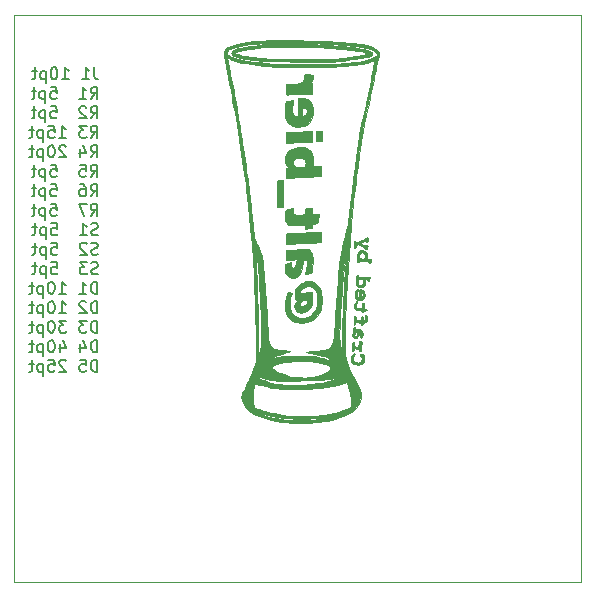
<source format=gbr>
G04 #@! TF.GenerationSoftware,KiCad,Pcbnew,(5.1.0)-1*
G04 #@! TF.CreationDate,2019-10-06T22:43:46-05:00*
G04 #@! TF.ProjectId,HHV_2019_SC,4848565f-3230-4313-995f-53432e6b6963,rev?*
G04 #@! TF.SameCoordinates,Original*
G04 #@! TF.FileFunction,Legend,Bot*
G04 #@! TF.FilePolarity,Positive*
%FSLAX46Y46*%
G04 Gerber Fmt 4.6, Leading zero omitted, Abs format (unit mm)*
G04 Created by KiCad (PCBNEW (5.1.0)-1) date 2019-10-06 22:43:46*
%MOMM*%
%LPD*%
G04 APERTURE LIST*
%ADD10C,0.150000*%
%ADD11C,0.050000*%
%ADD12C,0.010000*%
G04 APERTURE END LIST*
D10*
X96728690Y-54477380D02*
X96728690Y-55191666D01*
X96776309Y-55334523D01*
X96871547Y-55429761D01*
X97014404Y-55477380D01*
X97109642Y-55477380D01*
X95728690Y-55477380D02*
X96300119Y-55477380D01*
X96014404Y-55477380D02*
X96014404Y-54477380D01*
X96109642Y-54620238D01*
X96204880Y-54715476D01*
X96300119Y-54763095D01*
X94014404Y-55477380D02*
X94585833Y-55477380D01*
X94300119Y-55477380D02*
X94300119Y-54477380D01*
X94395357Y-54620238D01*
X94490595Y-54715476D01*
X94585833Y-54763095D01*
X93395357Y-54477380D02*
X93300119Y-54477380D01*
X93204880Y-54525000D01*
X93157261Y-54572619D01*
X93109642Y-54667857D01*
X93062023Y-54858333D01*
X93062023Y-55096428D01*
X93109642Y-55286904D01*
X93157261Y-55382142D01*
X93204880Y-55429761D01*
X93300119Y-55477380D01*
X93395357Y-55477380D01*
X93490595Y-55429761D01*
X93538214Y-55382142D01*
X93585833Y-55286904D01*
X93633452Y-55096428D01*
X93633452Y-54858333D01*
X93585833Y-54667857D01*
X93538214Y-54572619D01*
X93490595Y-54525000D01*
X93395357Y-54477380D01*
X92633452Y-54810714D02*
X92633452Y-55810714D01*
X92633452Y-54858333D02*
X92538214Y-54810714D01*
X92347738Y-54810714D01*
X92252500Y-54858333D01*
X92204880Y-54905952D01*
X92157261Y-55001190D01*
X92157261Y-55286904D01*
X92204880Y-55382142D01*
X92252500Y-55429761D01*
X92347738Y-55477380D01*
X92538214Y-55477380D01*
X92633452Y-55429761D01*
X91871547Y-54810714D02*
X91490595Y-54810714D01*
X91728690Y-54477380D02*
X91728690Y-55334523D01*
X91681071Y-55429761D01*
X91585833Y-55477380D01*
X91490595Y-55477380D01*
X96442976Y-57127380D02*
X96776309Y-56651190D01*
X97014404Y-57127380D02*
X97014404Y-56127380D01*
X96633452Y-56127380D01*
X96538214Y-56175000D01*
X96490595Y-56222619D01*
X96442976Y-56317857D01*
X96442976Y-56460714D01*
X96490595Y-56555952D01*
X96538214Y-56603571D01*
X96633452Y-56651190D01*
X97014404Y-56651190D01*
X95490595Y-57127380D02*
X96062023Y-57127380D01*
X95776309Y-57127380D02*
X95776309Y-56127380D01*
X95871547Y-56270238D01*
X95966785Y-56365476D01*
X96062023Y-56413095D01*
X93062023Y-56127380D02*
X93538214Y-56127380D01*
X93585833Y-56603571D01*
X93538214Y-56555952D01*
X93442976Y-56508333D01*
X93204880Y-56508333D01*
X93109642Y-56555952D01*
X93062023Y-56603571D01*
X93014404Y-56698809D01*
X93014404Y-56936904D01*
X93062023Y-57032142D01*
X93109642Y-57079761D01*
X93204880Y-57127380D01*
X93442976Y-57127380D01*
X93538214Y-57079761D01*
X93585833Y-57032142D01*
X92585833Y-56460714D02*
X92585833Y-57460714D01*
X92585833Y-56508333D02*
X92490595Y-56460714D01*
X92300119Y-56460714D01*
X92204880Y-56508333D01*
X92157261Y-56555952D01*
X92109642Y-56651190D01*
X92109642Y-56936904D01*
X92157261Y-57032142D01*
X92204880Y-57079761D01*
X92300119Y-57127380D01*
X92490595Y-57127380D01*
X92585833Y-57079761D01*
X91823928Y-56460714D02*
X91442976Y-56460714D01*
X91681071Y-56127380D02*
X91681071Y-56984523D01*
X91633452Y-57079761D01*
X91538214Y-57127380D01*
X91442976Y-57127380D01*
X96442976Y-58777380D02*
X96776309Y-58301190D01*
X97014404Y-58777380D02*
X97014404Y-57777380D01*
X96633452Y-57777380D01*
X96538214Y-57825000D01*
X96490595Y-57872619D01*
X96442976Y-57967857D01*
X96442976Y-58110714D01*
X96490595Y-58205952D01*
X96538214Y-58253571D01*
X96633452Y-58301190D01*
X97014404Y-58301190D01*
X96062023Y-57872619D02*
X96014404Y-57825000D01*
X95919166Y-57777380D01*
X95681071Y-57777380D01*
X95585833Y-57825000D01*
X95538214Y-57872619D01*
X95490595Y-57967857D01*
X95490595Y-58063095D01*
X95538214Y-58205952D01*
X96109642Y-58777380D01*
X95490595Y-58777380D01*
X93062023Y-57777380D02*
X93538214Y-57777380D01*
X93585833Y-58253571D01*
X93538214Y-58205952D01*
X93442976Y-58158333D01*
X93204880Y-58158333D01*
X93109642Y-58205952D01*
X93062023Y-58253571D01*
X93014404Y-58348809D01*
X93014404Y-58586904D01*
X93062023Y-58682142D01*
X93109642Y-58729761D01*
X93204880Y-58777380D01*
X93442976Y-58777380D01*
X93538214Y-58729761D01*
X93585833Y-58682142D01*
X92585833Y-58110714D02*
X92585833Y-59110714D01*
X92585833Y-58158333D02*
X92490595Y-58110714D01*
X92300119Y-58110714D01*
X92204880Y-58158333D01*
X92157261Y-58205952D01*
X92109642Y-58301190D01*
X92109642Y-58586904D01*
X92157261Y-58682142D01*
X92204880Y-58729761D01*
X92300119Y-58777380D01*
X92490595Y-58777380D01*
X92585833Y-58729761D01*
X91823928Y-58110714D02*
X91442976Y-58110714D01*
X91681071Y-57777380D02*
X91681071Y-58634523D01*
X91633452Y-58729761D01*
X91538214Y-58777380D01*
X91442976Y-58777380D01*
X96442976Y-60427380D02*
X96776309Y-59951190D01*
X97014404Y-60427380D02*
X97014404Y-59427380D01*
X96633452Y-59427380D01*
X96538214Y-59475000D01*
X96490595Y-59522619D01*
X96442976Y-59617857D01*
X96442976Y-59760714D01*
X96490595Y-59855952D01*
X96538214Y-59903571D01*
X96633452Y-59951190D01*
X97014404Y-59951190D01*
X96109642Y-59427380D02*
X95490595Y-59427380D01*
X95823928Y-59808333D01*
X95681071Y-59808333D01*
X95585833Y-59855952D01*
X95538214Y-59903571D01*
X95490595Y-59998809D01*
X95490595Y-60236904D01*
X95538214Y-60332142D01*
X95585833Y-60379761D01*
X95681071Y-60427380D01*
X95966785Y-60427380D01*
X96062023Y-60379761D01*
X96109642Y-60332142D01*
X93776309Y-60427380D02*
X94347738Y-60427380D01*
X94062023Y-60427380D02*
X94062023Y-59427380D01*
X94157261Y-59570238D01*
X94252500Y-59665476D01*
X94347738Y-59713095D01*
X92871547Y-59427380D02*
X93347738Y-59427380D01*
X93395357Y-59903571D01*
X93347738Y-59855952D01*
X93252500Y-59808333D01*
X93014404Y-59808333D01*
X92919166Y-59855952D01*
X92871547Y-59903571D01*
X92823928Y-59998809D01*
X92823928Y-60236904D01*
X92871547Y-60332142D01*
X92919166Y-60379761D01*
X93014404Y-60427380D01*
X93252500Y-60427380D01*
X93347738Y-60379761D01*
X93395357Y-60332142D01*
X92395357Y-59760714D02*
X92395357Y-60760714D01*
X92395357Y-59808333D02*
X92300119Y-59760714D01*
X92109642Y-59760714D01*
X92014404Y-59808333D01*
X91966785Y-59855952D01*
X91919166Y-59951190D01*
X91919166Y-60236904D01*
X91966785Y-60332142D01*
X92014404Y-60379761D01*
X92109642Y-60427380D01*
X92300119Y-60427380D01*
X92395357Y-60379761D01*
X91633452Y-59760714D02*
X91252500Y-59760714D01*
X91490595Y-59427380D02*
X91490595Y-60284523D01*
X91442976Y-60379761D01*
X91347738Y-60427380D01*
X91252500Y-60427380D01*
X96442976Y-62077380D02*
X96776309Y-61601190D01*
X97014404Y-62077380D02*
X97014404Y-61077380D01*
X96633452Y-61077380D01*
X96538214Y-61125000D01*
X96490595Y-61172619D01*
X96442976Y-61267857D01*
X96442976Y-61410714D01*
X96490595Y-61505952D01*
X96538214Y-61553571D01*
X96633452Y-61601190D01*
X97014404Y-61601190D01*
X95585833Y-61410714D02*
X95585833Y-62077380D01*
X95823928Y-61029761D02*
X96062023Y-61744047D01*
X95442976Y-61744047D01*
X94347738Y-61172619D02*
X94300119Y-61125000D01*
X94204880Y-61077380D01*
X93966785Y-61077380D01*
X93871547Y-61125000D01*
X93823928Y-61172619D01*
X93776309Y-61267857D01*
X93776309Y-61363095D01*
X93823928Y-61505952D01*
X94395357Y-62077380D01*
X93776309Y-62077380D01*
X93157261Y-61077380D02*
X93062023Y-61077380D01*
X92966785Y-61125000D01*
X92919166Y-61172619D01*
X92871547Y-61267857D01*
X92823928Y-61458333D01*
X92823928Y-61696428D01*
X92871547Y-61886904D01*
X92919166Y-61982142D01*
X92966785Y-62029761D01*
X93062023Y-62077380D01*
X93157261Y-62077380D01*
X93252500Y-62029761D01*
X93300119Y-61982142D01*
X93347738Y-61886904D01*
X93395357Y-61696428D01*
X93395357Y-61458333D01*
X93347738Y-61267857D01*
X93300119Y-61172619D01*
X93252500Y-61125000D01*
X93157261Y-61077380D01*
X92395357Y-61410714D02*
X92395357Y-62410714D01*
X92395357Y-61458333D02*
X92300119Y-61410714D01*
X92109642Y-61410714D01*
X92014404Y-61458333D01*
X91966785Y-61505952D01*
X91919166Y-61601190D01*
X91919166Y-61886904D01*
X91966785Y-61982142D01*
X92014404Y-62029761D01*
X92109642Y-62077380D01*
X92300119Y-62077380D01*
X92395357Y-62029761D01*
X91633452Y-61410714D02*
X91252500Y-61410714D01*
X91490595Y-61077380D02*
X91490595Y-61934523D01*
X91442976Y-62029761D01*
X91347738Y-62077380D01*
X91252500Y-62077380D01*
X96442976Y-63727380D02*
X96776309Y-63251190D01*
X97014404Y-63727380D02*
X97014404Y-62727380D01*
X96633452Y-62727380D01*
X96538214Y-62775000D01*
X96490595Y-62822619D01*
X96442976Y-62917857D01*
X96442976Y-63060714D01*
X96490595Y-63155952D01*
X96538214Y-63203571D01*
X96633452Y-63251190D01*
X97014404Y-63251190D01*
X95538214Y-62727380D02*
X96014404Y-62727380D01*
X96062023Y-63203571D01*
X96014404Y-63155952D01*
X95919166Y-63108333D01*
X95681071Y-63108333D01*
X95585833Y-63155952D01*
X95538214Y-63203571D01*
X95490595Y-63298809D01*
X95490595Y-63536904D01*
X95538214Y-63632142D01*
X95585833Y-63679761D01*
X95681071Y-63727380D01*
X95919166Y-63727380D01*
X96014404Y-63679761D01*
X96062023Y-63632142D01*
X93062023Y-62727380D02*
X93538214Y-62727380D01*
X93585833Y-63203571D01*
X93538214Y-63155952D01*
X93442976Y-63108333D01*
X93204880Y-63108333D01*
X93109642Y-63155952D01*
X93062023Y-63203571D01*
X93014404Y-63298809D01*
X93014404Y-63536904D01*
X93062023Y-63632142D01*
X93109642Y-63679761D01*
X93204880Y-63727380D01*
X93442976Y-63727380D01*
X93538214Y-63679761D01*
X93585833Y-63632142D01*
X92585833Y-63060714D02*
X92585833Y-64060714D01*
X92585833Y-63108333D02*
X92490595Y-63060714D01*
X92300119Y-63060714D01*
X92204880Y-63108333D01*
X92157261Y-63155952D01*
X92109642Y-63251190D01*
X92109642Y-63536904D01*
X92157261Y-63632142D01*
X92204880Y-63679761D01*
X92300119Y-63727380D01*
X92490595Y-63727380D01*
X92585833Y-63679761D01*
X91823928Y-63060714D02*
X91442976Y-63060714D01*
X91681071Y-62727380D02*
X91681071Y-63584523D01*
X91633452Y-63679761D01*
X91538214Y-63727380D01*
X91442976Y-63727380D01*
X96442976Y-65377380D02*
X96776309Y-64901190D01*
X97014404Y-65377380D02*
X97014404Y-64377380D01*
X96633452Y-64377380D01*
X96538214Y-64425000D01*
X96490595Y-64472619D01*
X96442976Y-64567857D01*
X96442976Y-64710714D01*
X96490595Y-64805952D01*
X96538214Y-64853571D01*
X96633452Y-64901190D01*
X97014404Y-64901190D01*
X95585833Y-64377380D02*
X95776309Y-64377380D01*
X95871547Y-64425000D01*
X95919166Y-64472619D01*
X96014404Y-64615476D01*
X96062023Y-64805952D01*
X96062023Y-65186904D01*
X96014404Y-65282142D01*
X95966785Y-65329761D01*
X95871547Y-65377380D01*
X95681071Y-65377380D01*
X95585833Y-65329761D01*
X95538214Y-65282142D01*
X95490595Y-65186904D01*
X95490595Y-64948809D01*
X95538214Y-64853571D01*
X95585833Y-64805952D01*
X95681071Y-64758333D01*
X95871547Y-64758333D01*
X95966785Y-64805952D01*
X96014404Y-64853571D01*
X96062023Y-64948809D01*
X93062023Y-64377380D02*
X93538214Y-64377380D01*
X93585833Y-64853571D01*
X93538214Y-64805952D01*
X93442976Y-64758333D01*
X93204880Y-64758333D01*
X93109642Y-64805952D01*
X93062023Y-64853571D01*
X93014404Y-64948809D01*
X93014404Y-65186904D01*
X93062023Y-65282142D01*
X93109642Y-65329761D01*
X93204880Y-65377380D01*
X93442976Y-65377380D01*
X93538214Y-65329761D01*
X93585833Y-65282142D01*
X92585833Y-64710714D02*
X92585833Y-65710714D01*
X92585833Y-64758333D02*
X92490595Y-64710714D01*
X92300119Y-64710714D01*
X92204880Y-64758333D01*
X92157261Y-64805952D01*
X92109642Y-64901190D01*
X92109642Y-65186904D01*
X92157261Y-65282142D01*
X92204880Y-65329761D01*
X92300119Y-65377380D01*
X92490595Y-65377380D01*
X92585833Y-65329761D01*
X91823928Y-64710714D02*
X91442976Y-64710714D01*
X91681071Y-64377380D02*
X91681071Y-65234523D01*
X91633452Y-65329761D01*
X91538214Y-65377380D01*
X91442976Y-65377380D01*
X96442976Y-67027380D02*
X96776309Y-66551190D01*
X97014404Y-67027380D02*
X97014404Y-66027380D01*
X96633452Y-66027380D01*
X96538214Y-66075000D01*
X96490595Y-66122619D01*
X96442976Y-66217857D01*
X96442976Y-66360714D01*
X96490595Y-66455952D01*
X96538214Y-66503571D01*
X96633452Y-66551190D01*
X97014404Y-66551190D01*
X96109642Y-66027380D02*
X95442976Y-66027380D01*
X95871547Y-67027380D01*
X93062023Y-66027380D02*
X93538214Y-66027380D01*
X93585833Y-66503571D01*
X93538214Y-66455952D01*
X93442976Y-66408333D01*
X93204880Y-66408333D01*
X93109642Y-66455952D01*
X93062023Y-66503571D01*
X93014404Y-66598809D01*
X93014404Y-66836904D01*
X93062023Y-66932142D01*
X93109642Y-66979761D01*
X93204880Y-67027380D01*
X93442976Y-67027380D01*
X93538214Y-66979761D01*
X93585833Y-66932142D01*
X92585833Y-66360714D02*
X92585833Y-67360714D01*
X92585833Y-66408333D02*
X92490595Y-66360714D01*
X92300119Y-66360714D01*
X92204880Y-66408333D01*
X92157261Y-66455952D01*
X92109642Y-66551190D01*
X92109642Y-66836904D01*
X92157261Y-66932142D01*
X92204880Y-66979761D01*
X92300119Y-67027380D01*
X92490595Y-67027380D01*
X92585833Y-66979761D01*
X91823928Y-66360714D02*
X91442976Y-66360714D01*
X91681071Y-66027380D02*
X91681071Y-66884523D01*
X91633452Y-66979761D01*
X91538214Y-67027380D01*
X91442976Y-67027380D01*
X97062023Y-68629761D02*
X96919166Y-68677380D01*
X96681071Y-68677380D01*
X96585833Y-68629761D01*
X96538214Y-68582142D01*
X96490595Y-68486904D01*
X96490595Y-68391666D01*
X96538214Y-68296428D01*
X96585833Y-68248809D01*
X96681071Y-68201190D01*
X96871547Y-68153571D01*
X96966785Y-68105952D01*
X97014404Y-68058333D01*
X97062023Y-67963095D01*
X97062023Y-67867857D01*
X97014404Y-67772619D01*
X96966785Y-67725000D01*
X96871547Y-67677380D01*
X96633452Y-67677380D01*
X96490595Y-67725000D01*
X95538214Y-68677380D02*
X96109642Y-68677380D01*
X95823928Y-68677380D02*
X95823928Y-67677380D01*
X95919166Y-67820238D01*
X96014404Y-67915476D01*
X96109642Y-67963095D01*
X93109642Y-67677380D02*
X93585833Y-67677380D01*
X93633452Y-68153571D01*
X93585833Y-68105952D01*
X93490595Y-68058333D01*
X93252500Y-68058333D01*
X93157261Y-68105952D01*
X93109642Y-68153571D01*
X93062023Y-68248809D01*
X93062023Y-68486904D01*
X93109642Y-68582142D01*
X93157261Y-68629761D01*
X93252500Y-68677380D01*
X93490595Y-68677380D01*
X93585833Y-68629761D01*
X93633452Y-68582142D01*
X92633452Y-68010714D02*
X92633452Y-69010714D01*
X92633452Y-68058333D02*
X92538214Y-68010714D01*
X92347738Y-68010714D01*
X92252500Y-68058333D01*
X92204880Y-68105952D01*
X92157261Y-68201190D01*
X92157261Y-68486904D01*
X92204880Y-68582142D01*
X92252500Y-68629761D01*
X92347738Y-68677380D01*
X92538214Y-68677380D01*
X92633452Y-68629761D01*
X91871547Y-68010714D02*
X91490595Y-68010714D01*
X91728690Y-67677380D02*
X91728690Y-68534523D01*
X91681071Y-68629761D01*
X91585833Y-68677380D01*
X91490595Y-68677380D01*
X97062023Y-70279761D02*
X96919166Y-70327380D01*
X96681071Y-70327380D01*
X96585833Y-70279761D01*
X96538214Y-70232142D01*
X96490595Y-70136904D01*
X96490595Y-70041666D01*
X96538214Y-69946428D01*
X96585833Y-69898809D01*
X96681071Y-69851190D01*
X96871547Y-69803571D01*
X96966785Y-69755952D01*
X97014404Y-69708333D01*
X97062023Y-69613095D01*
X97062023Y-69517857D01*
X97014404Y-69422619D01*
X96966785Y-69375000D01*
X96871547Y-69327380D01*
X96633452Y-69327380D01*
X96490595Y-69375000D01*
X96109642Y-69422619D02*
X96062023Y-69375000D01*
X95966785Y-69327380D01*
X95728690Y-69327380D01*
X95633452Y-69375000D01*
X95585833Y-69422619D01*
X95538214Y-69517857D01*
X95538214Y-69613095D01*
X95585833Y-69755952D01*
X96157261Y-70327380D01*
X95538214Y-70327380D01*
X93109642Y-69327380D02*
X93585833Y-69327380D01*
X93633452Y-69803571D01*
X93585833Y-69755952D01*
X93490595Y-69708333D01*
X93252500Y-69708333D01*
X93157261Y-69755952D01*
X93109642Y-69803571D01*
X93062023Y-69898809D01*
X93062023Y-70136904D01*
X93109642Y-70232142D01*
X93157261Y-70279761D01*
X93252500Y-70327380D01*
X93490595Y-70327380D01*
X93585833Y-70279761D01*
X93633452Y-70232142D01*
X92633452Y-69660714D02*
X92633452Y-70660714D01*
X92633452Y-69708333D02*
X92538214Y-69660714D01*
X92347738Y-69660714D01*
X92252500Y-69708333D01*
X92204880Y-69755952D01*
X92157261Y-69851190D01*
X92157261Y-70136904D01*
X92204880Y-70232142D01*
X92252500Y-70279761D01*
X92347738Y-70327380D01*
X92538214Y-70327380D01*
X92633452Y-70279761D01*
X91871547Y-69660714D02*
X91490595Y-69660714D01*
X91728690Y-69327380D02*
X91728690Y-70184523D01*
X91681071Y-70279761D01*
X91585833Y-70327380D01*
X91490595Y-70327380D01*
X97062023Y-71929761D02*
X96919166Y-71977380D01*
X96681071Y-71977380D01*
X96585833Y-71929761D01*
X96538214Y-71882142D01*
X96490595Y-71786904D01*
X96490595Y-71691666D01*
X96538214Y-71596428D01*
X96585833Y-71548809D01*
X96681071Y-71501190D01*
X96871547Y-71453571D01*
X96966785Y-71405952D01*
X97014404Y-71358333D01*
X97062023Y-71263095D01*
X97062023Y-71167857D01*
X97014404Y-71072619D01*
X96966785Y-71025000D01*
X96871547Y-70977380D01*
X96633452Y-70977380D01*
X96490595Y-71025000D01*
X96157261Y-70977380D02*
X95538214Y-70977380D01*
X95871547Y-71358333D01*
X95728690Y-71358333D01*
X95633452Y-71405952D01*
X95585833Y-71453571D01*
X95538214Y-71548809D01*
X95538214Y-71786904D01*
X95585833Y-71882142D01*
X95633452Y-71929761D01*
X95728690Y-71977380D01*
X96014404Y-71977380D01*
X96109642Y-71929761D01*
X96157261Y-71882142D01*
X93109642Y-70977380D02*
X93585833Y-70977380D01*
X93633452Y-71453571D01*
X93585833Y-71405952D01*
X93490595Y-71358333D01*
X93252500Y-71358333D01*
X93157261Y-71405952D01*
X93109642Y-71453571D01*
X93062023Y-71548809D01*
X93062023Y-71786904D01*
X93109642Y-71882142D01*
X93157261Y-71929761D01*
X93252500Y-71977380D01*
X93490595Y-71977380D01*
X93585833Y-71929761D01*
X93633452Y-71882142D01*
X92633452Y-71310714D02*
X92633452Y-72310714D01*
X92633452Y-71358333D02*
X92538214Y-71310714D01*
X92347738Y-71310714D01*
X92252500Y-71358333D01*
X92204880Y-71405952D01*
X92157261Y-71501190D01*
X92157261Y-71786904D01*
X92204880Y-71882142D01*
X92252500Y-71929761D01*
X92347738Y-71977380D01*
X92538214Y-71977380D01*
X92633452Y-71929761D01*
X91871547Y-71310714D02*
X91490595Y-71310714D01*
X91728690Y-70977380D02*
X91728690Y-71834523D01*
X91681071Y-71929761D01*
X91585833Y-71977380D01*
X91490595Y-71977380D01*
X97014404Y-73627380D02*
X97014404Y-72627380D01*
X96776309Y-72627380D01*
X96633452Y-72675000D01*
X96538214Y-72770238D01*
X96490595Y-72865476D01*
X96442976Y-73055952D01*
X96442976Y-73198809D01*
X96490595Y-73389285D01*
X96538214Y-73484523D01*
X96633452Y-73579761D01*
X96776309Y-73627380D01*
X97014404Y-73627380D01*
X95490595Y-73627380D02*
X96062023Y-73627380D01*
X95776309Y-73627380D02*
X95776309Y-72627380D01*
X95871547Y-72770238D01*
X95966785Y-72865476D01*
X96062023Y-72913095D01*
X93776309Y-73627380D02*
X94347738Y-73627380D01*
X94062023Y-73627380D02*
X94062023Y-72627380D01*
X94157261Y-72770238D01*
X94252500Y-72865476D01*
X94347738Y-72913095D01*
X93157261Y-72627380D02*
X93062023Y-72627380D01*
X92966785Y-72675000D01*
X92919166Y-72722619D01*
X92871547Y-72817857D01*
X92823928Y-73008333D01*
X92823928Y-73246428D01*
X92871547Y-73436904D01*
X92919166Y-73532142D01*
X92966785Y-73579761D01*
X93062023Y-73627380D01*
X93157261Y-73627380D01*
X93252500Y-73579761D01*
X93300119Y-73532142D01*
X93347738Y-73436904D01*
X93395357Y-73246428D01*
X93395357Y-73008333D01*
X93347738Y-72817857D01*
X93300119Y-72722619D01*
X93252500Y-72675000D01*
X93157261Y-72627380D01*
X92395357Y-72960714D02*
X92395357Y-73960714D01*
X92395357Y-73008333D02*
X92300119Y-72960714D01*
X92109642Y-72960714D01*
X92014404Y-73008333D01*
X91966785Y-73055952D01*
X91919166Y-73151190D01*
X91919166Y-73436904D01*
X91966785Y-73532142D01*
X92014404Y-73579761D01*
X92109642Y-73627380D01*
X92300119Y-73627380D01*
X92395357Y-73579761D01*
X91633452Y-72960714D02*
X91252500Y-72960714D01*
X91490595Y-72627380D02*
X91490595Y-73484523D01*
X91442976Y-73579761D01*
X91347738Y-73627380D01*
X91252500Y-73627380D01*
X97014404Y-75277380D02*
X97014404Y-74277380D01*
X96776309Y-74277380D01*
X96633452Y-74325000D01*
X96538214Y-74420238D01*
X96490595Y-74515476D01*
X96442976Y-74705952D01*
X96442976Y-74848809D01*
X96490595Y-75039285D01*
X96538214Y-75134523D01*
X96633452Y-75229761D01*
X96776309Y-75277380D01*
X97014404Y-75277380D01*
X96062023Y-74372619D02*
X96014404Y-74325000D01*
X95919166Y-74277380D01*
X95681071Y-74277380D01*
X95585833Y-74325000D01*
X95538214Y-74372619D01*
X95490595Y-74467857D01*
X95490595Y-74563095D01*
X95538214Y-74705952D01*
X96109642Y-75277380D01*
X95490595Y-75277380D01*
X93776309Y-75277380D02*
X94347738Y-75277380D01*
X94062023Y-75277380D02*
X94062023Y-74277380D01*
X94157261Y-74420238D01*
X94252500Y-74515476D01*
X94347738Y-74563095D01*
X93157261Y-74277380D02*
X93062023Y-74277380D01*
X92966785Y-74325000D01*
X92919166Y-74372619D01*
X92871547Y-74467857D01*
X92823928Y-74658333D01*
X92823928Y-74896428D01*
X92871547Y-75086904D01*
X92919166Y-75182142D01*
X92966785Y-75229761D01*
X93062023Y-75277380D01*
X93157261Y-75277380D01*
X93252500Y-75229761D01*
X93300119Y-75182142D01*
X93347738Y-75086904D01*
X93395357Y-74896428D01*
X93395357Y-74658333D01*
X93347738Y-74467857D01*
X93300119Y-74372619D01*
X93252500Y-74325000D01*
X93157261Y-74277380D01*
X92395357Y-74610714D02*
X92395357Y-75610714D01*
X92395357Y-74658333D02*
X92300119Y-74610714D01*
X92109642Y-74610714D01*
X92014404Y-74658333D01*
X91966785Y-74705952D01*
X91919166Y-74801190D01*
X91919166Y-75086904D01*
X91966785Y-75182142D01*
X92014404Y-75229761D01*
X92109642Y-75277380D01*
X92300119Y-75277380D01*
X92395357Y-75229761D01*
X91633452Y-74610714D02*
X91252500Y-74610714D01*
X91490595Y-74277380D02*
X91490595Y-75134523D01*
X91442976Y-75229761D01*
X91347738Y-75277380D01*
X91252500Y-75277380D01*
X97014404Y-76927380D02*
X97014404Y-75927380D01*
X96776309Y-75927380D01*
X96633452Y-75975000D01*
X96538214Y-76070238D01*
X96490595Y-76165476D01*
X96442976Y-76355952D01*
X96442976Y-76498809D01*
X96490595Y-76689285D01*
X96538214Y-76784523D01*
X96633452Y-76879761D01*
X96776309Y-76927380D01*
X97014404Y-76927380D01*
X96109642Y-75927380D02*
X95490595Y-75927380D01*
X95823928Y-76308333D01*
X95681071Y-76308333D01*
X95585833Y-76355952D01*
X95538214Y-76403571D01*
X95490595Y-76498809D01*
X95490595Y-76736904D01*
X95538214Y-76832142D01*
X95585833Y-76879761D01*
X95681071Y-76927380D01*
X95966785Y-76927380D01*
X96062023Y-76879761D01*
X96109642Y-76832142D01*
X94395357Y-75927380D02*
X93776309Y-75927380D01*
X94109642Y-76308333D01*
X93966785Y-76308333D01*
X93871547Y-76355952D01*
X93823928Y-76403571D01*
X93776309Y-76498809D01*
X93776309Y-76736904D01*
X93823928Y-76832142D01*
X93871547Y-76879761D01*
X93966785Y-76927380D01*
X94252500Y-76927380D01*
X94347738Y-76879761D01*
X94395357Y-76832142D01*
X93157261Y-75927380D02*
X93062023Y-75927380D01*
X92966785Y-75975000D01*
X92919166Y-76022619D01*
X92871547Y-76117857D01*
X92823928Y-76308333D01*
X92823928Y-76546428D01*
X92871547Y-76736904D01*
X92919166Y-76832142D01*
X92966785Y-76879761D01*
X93062023Y-76927380D01*
X93157261Y-76927380D01*
X93252500Y-76879761D01*
X93300119Y-76832142D01*
X93347738Y-76736904D01*
X93395357Y-76546428D01*
X93395357Y-76308333D01*
X93347738Y-76117857D01*
X93300119Y-76022619D01*
X93252500Y-75975000D01*
X93157261Y-75927380D01*
X92395357Y-76260714D02*
X92395357Y-77260714D01*
X92395357Y-76308333D02*
X92300119Y-76260714D01*
X92109642Y-76260714D01*
X92014404Y-76308333D01*
X91966785Y-76355952D01*
X91919166Y-76451190D01*
X91919166Y-76736904D01*
X91966785Y-76832142D01*
X92014404Y-76879761D01*
X92109642Y-76927380D01*
X92300119Y-76927380D01*
X92395357Y-76879761D01*
X91633452Y-76260714D02*
X91252500Y-76260714D01*
X91490595Y-75927380D02*
X91490595Y-76784523D01*
X91442976Y-76879761D01*
X91347738Y-76927380D01*
X91252500Y-76927380D01*
X97014404Y-78577380D02*
X97014404Y-77577380D01*
X96776309Y-77577380D01*
X96633452Y-77625000D01*
X96538214Y-77720238D01*
X96490595Y-77815476D01*
X96442976Y-78005952D01*
X96442976Y-78148809D01*
X96490595Y-78339285D01*
X96538214Y-78434523D01*
X96633452Y-78529761D01*
X96776309Y-78577380D01*
X97014404Y-78577380D01*
X95585833Y-77910714D02*
X95585833Y-78577380D01*
X95823928Y-77529761D02*
X96062023Y-78244047D01*
X95442976Y-78244047D01*
X93871547Y-77910714D02*
X93871547Y-78577380D01*
X94109642Y-77529761D02*
X94347738Y-78244047D01*
X93728690Y-78244047D01*
X93157261Y-77577380D02*
X93062023Y-77577380D01*
X92966785Y-77625000D01*
X92919166Y-77672619D01*
X92871547Y-77767857D01*
X92823928Y-77958333D01*
X92823928Y-78196428D01*
X92871547Y-78386904D01*
X92919166Y-78482142D01*
X92966785Y-78529761D01*
X93062023Y-78577380D01*
X93157261Y-78577380D01*
X93252500Y-78529761D01*
X93300119Y-78482142D01*
X93347738Y-78386904D01*
X93395357Y-78196428D01*
X93395357Y-77958333D01*
X93347738Y-77767857D01*
X93300119Y-77672619D01*
X93252500Y-77625000D01*
X93157261Y-77577380D01*
X92395357Y-77910714D02*
X92395357Y-78910714D01*
X92395357Y-77958333D02*
X92300119Y-77910714D01*
X92109642Y-77910714D01*
X92014404Y-77958333D01*
X91966785Y-78005952D01*
X91919166Y-78101190D01*
X91919166Y-78386904D01*
X91966785Y-78482142D01*
X92014404Y-78529761D01*
X92109642Y-78577380D01*
X92300119Y-78577380D01*
X92395357Y-78529761D01*
X91633452Y-77910714D02*
X91252500Y-77910714D01*
X91490595Y-77577380D02*
X91490595Y-78434523D01*
X91442976Y-78529761D01*
X91347738Y-78577380D01*
X91252500Y-78577380D01*
X97014404Y-80227380D02*
X97014404Y-79227380D01*
X96776309Y-79227380D01*
X96633452Y-79275000D01*
X96538214Y-79370238D01*
X96490595Y-79465476D01*
X96442976Y-79655952D01*
X96442976Y-79798809D01*
X96490595Y-79989285D01*
X96538214Y-80084523D01*
X96633452Y-80179761D01*
X96776309Y-80227380D01*
X97014404Y-80227380D01*
X95538214Y-79227380D02*
X96014404Y-79227380D01*
X96062023Y-79703571D01*
X96014404Y-79655952D01*
X95919166Y-79608333D01*
X95681071Y-79608333D01*
X95585833Y-79655952D01*
X95538214Y-79703571D01*
X95490595Y-79798809D01*
X95490595Y-80036904D01*
X95538214Y-80132142D01*
X95585833Y-80179761D01*
X95681071Y-80227380D01*
X95919166Y-80227380D01*
X96014404Y-80179761D01*
X96062023Y-80132142D01*
X94347738Y-79322619D02*
X94300119Y-79275000D01*
X94204880Y-79227380D01*
X93966785Y-79227380D01*
X93871547Y-79275000D01*
X93823928Y-79322619D01*
X93776309Y-79417857D01*
X93776309Y-79513095D01*
X93823928Y-79655952D01*
X94395357Y-80227380D01*
X93776309Y-80227380D01*
X92871547Y-79227380D02*
X93347738Y-79227380D01*
X93395357Y-79703571D01*
X93347738Y-79655952D01*
X93252500Y-79608333D01*
X93014404Y-79608333D01*
X92919166Y-79655952D01*
X92871547Y-79703571D01*
X92823928Y-79798809D01*
X92823928Y-80036904D01*
X92871547Y-80132142D01*
X92919166Y-80179761D01*
X93014404Y-80227380D01*
X93252500Y-80227380D01*
X93347738Y-80179761D01*
X93395357Y-80132142D01*
X92395357Y-79560714D02*
X92395357Y-80560714D01*
X92395357Y-79608333D02*
X92300119Y-79560714D01*
X92109642Y-79560714D01*
X92014404Y-79608333D01*
X91966785Y-79655952D01*
X91919166Y-79751190D01*
X91919166Y-80036904D01*
X91966785Y-80132142D01*
X92014404Y-80179761D01*
X92109642Y-80227380D01*
X92300119Y-80227380D01*
X92395357Y-80179761D01*
X91633452Y-79560714D02*
X91252500Y-79560714D01*
X91490595Y-79227380D02*
X91490595Y-80084523D01*
X91442976Y-80179761D01*
X91347738Y-80227380D01*
X91252500Y-80227380D01*
D11*
X90000000Y-98000000D02*
X90000000Y-50000000D01*
X138000000Y-98000000D02*
X90000000Y-98000000D01*
X138000000Y-50000000D02*
X138000000Y-98000000D01*
X90000000Y-50000000D02*
X138000000Y-50000000D01*
D12*
G04 #@! TO.C,G\002A\002A\002A*
G36*
X112849970Y-52509794D02*
G01*
X112509659Y-52510861D01*
X112191583Y-52512631D01*
X111903644Y-52515115D01*
X111653741Y-52518329D01*
X111449775Y-52522287D01*
X111299646Y-52527001D01*
X111211286Y-52532482D01*
X110706731Y-52588267D01*
X110271632Y-52640336D01*
X109902992Y-52689099D01*
X109597813Y-52734968D01*
X109353098Y-52778353D01*
X109233996Y-52803374D01*
X108959040Y-52867789D01*
X108747576Y-52923562D01*
X108591630Y-52974662D01*
X108483228Y-53025059D01*
X108414393Y-53078722D01*
X108377153Y-53139622D01*
X108363531Y-53211727D01*
X108362857Y-53237000D01*
X108376798Y-53327573D01*
X108423344Y-53404695D01*
X108509579Y-53471926D01*
X108642587Y-53532828D01*
X108829452Y-53590961D01*
X109077258Y-53649888D01*
X109258333Y-53687144D01*
X109467936Y-53727042D01*
X109672014Y-53763210D01*
X109850783Y-53792322D01*
X109984460Y-53811048D01*
X110013857Y-53814244D01*
X110152447Y-53828037D01*
X110331195Y-53846543D01*
X110518135Y-53866436D01*
X110576286Y-53872751D01*
X110769461Y-53892386D01*
X110968944Y-53909421D01*
X111181255Y-53924043D01*
X111412913Y-53936437D01*
X111670439Y-53946789D01*
X111960353Y-53955286D01*
X112289176Y-53962114D01*
X112663427Y-53967457D01*
X113089627Y-53971504D01*
X113574296Y-53974438D01*
X114123954Y-53976448D01*
X114219776Y-53976699D01*
X114622027Y-53977903D01*
X115004060Y-53979429D01*
X115359476Y-53981227D01*
X115681876Y-53983246D01*
X115964861Y-53985435D01*
X116202034Y-53987744D01*
X116386993Y-53990123D01*
X116513342Y-53992521D01*
X116574681Y-53994888D01*
X116578347Y-53995310D01*
X116644515Y-53997921D01*
X116764493Y-53994937D01*
X116919793Y-53987035D01*
X117053286Y-53977914D01*
X117284127Y-53957206D01*
X117557240Y-53927470D01*
X117861354Y-53890390D01*
X118185196Y-53847648D01*
X118517495Y-53800930D01*
X118846979Y-53751917D01*
X119162377Y-53702295D01*
X119452417Y-53653746D01*
X119705827Y-53607954D01*
X119911336Y-53566604D01*
X120057672Y-53531378D01*
X120073706Y-53526760D01*
X120191541Y-53484905D01*
X120256310Y-53439988D01*
X120286793Y-53378713D01*
X120287692Y-53375230D01*
X120291238Y-53306727D01*
X119961944Y-53306727D01*
X119916237Y-53328265D01*
X119850741Y-53345073D01*
X119723712Y-53370312D01*
X119545493Y-53402373D01*
X119326422Y-53439645D01*
X119076843Y-53480520D01*
X118807096Y-53523388D01*
X118527522Y-53566640D01*
X118248462Y-53608665D01*
X117980257Y-53647856D01*
X117733249Y-53682601D01*
X117517778Y-53711292D01*
X117344185Y-53732319D01*
X117271000Y-53739969D01*
X117205378Y-53742646D01*
X117075215Y-53744766D01*
X116887270Y-53746356D01*
X116648300Y-53747444D01*
X116365066Y-53748058D01*
X116044324Y-53748226D01*
X115692834Y-53747977D01*
X115317355Y-53747337D01*
X114924644Y-53746335D01*
X114521460Y-53744998D01*
X114114562Y-53743356D01*
X113710707Y-53741436D01*
X113316656Y-53739265D01*
X112939166Y-53736872D01*
X112584995Y-53734285D01*
X112260902Y-53731532D01*
X111973646Y-53728640D01*
X111729986Y-53725638D01*
X111536679Y-53722554D01*
X111400484Y-53719415D01*
X111328159Y-53716250D01*
X111320143Y-53715339D01*
X111231384Y-53703122D01*
X111097033Y-53688907D01*
X110943910Y-53675491D01*
X110921000Y-53673722D01*
X110575770Y-53643738D01*
X110237304Y-53607138D01*
X109912454Y-53565271D01*
X109608073Y-53519486D01*
X109331012Y-53471134D01*
X109088125Y-53421563D01*
X108886264Y-53372123D01*
X108732281Y-53324164D01*
X108633028Y-53279036D01*
X108595357Y-53238088D01*
X108603847Y-53217353D01*
X108655511Y-53192789D01*
X108764812Y-53157874D01*
X108918104Y-53115880D01*
X109101743Y-53070079D01*
X109302085Y-53023743D01*
X109505485Y-52980145D01*
X109698297Y-52942557D01*
X109866878Y-52914251D01*
X109869121Y-52913919D01*
X110160484Y-52872127D01*
X110428231Y-52837066D01*
X110682572Y-52808164D01*
X110933715Y-52784848D01*
X111191870Y-52766548D01*
X111467245Y-52752692D01*
X111770051Y-52742707D01*
X112110497Y-52736021D01*
X112498791Y-52732064D01*
X112945143Y-52730263D01*
X113152572Y-52730011D01*
X113670945Y-52730855D01*
X114166526Y-52733912D01*
X114632938Y-52739040D01*
X115063803Y-52746099D01*
X115452742Y-52754950D01*
X115793379Y-52765449D01*
X116079335Y-52777458D01*
X116304232Y-52790835D01*
X116436429Y-52802485D01*
X116543420Y-52813333D01*
X116678641Y-52825244D01*
X116851282Y-52838922D01*
X117070532Y-52855070D01*
X117345580Y-52874394D01*
X117615715Y-52892867D01*
X117960549Y-52921040D01*
X118313326Y-52958598D01*
X118662016Y-53003613D01*
X118994588Y-53054155D01*
X119299013Y-53108297D01*
X119563260Y-53164108D01*
X119775301Y-53219661D01*
X119884306Y-53256608D01*
X119954262Y-53287032D01*
X119961944Y-53306727D01*
X120291238Y-53306727D01*
X120292455Y-53283220D01*
X120252942Y-53203026D01*
X120163161Y-53130739D01*
X120017120Y-53062449D01*
X119808827Y-52994246D01*
X119630335Y-52946368D01*
X119362658Y-52887141D01*
X119039665Y-52829332D01*
X118678607Y-52775261D01*
X118296733Y-52727247D01*
X117911295Y-52687611D01*
X117539542Y-52658673D01*
X117452429Y-52653474D01*
X117282204Y-52643247D01*
X117139899Y-52633290D01*
X117040327Y-52624738D01*
X116998299Y-52618726D01*
X116998234Y-52618690D01*
X116957256Y-52613474D01*
X116856884Y-52606123D01*
X116710238Y-52597446D01*
X116530434Y-52588257D01*
X116435805Y-52583885D01*
X116237283Y-52574037D01*
X116058413Y-52563342D01*
X115914675Y-52552861D01*
X115821551Y-52543654D01*
X115801429Y-52540458D01*
X115737953Y-52534710D01*
X115609808Y-52529512D01*
X115424895Y-52524880D01*
X115191113Y-52520826D01*
X114916364Y-52517363D01*
X114608548Y-52514507D01*
X114275564Y-52512271D01*
X113925314Y-52510667D01*
X113565698Y-52509711D01*
X113204617Y-52509415D01*
X112849970Y-52509794D01*
X112849970Y-52509794D01*
G37*
X112849970Y-52509794D02*
X112509659Y-52510861D01*
X112191583Y-52512631D01*
X111903644Y-52515115D01*
X111653741Y-52518329D01*
X111449775Y-52522287D01*
X111299646Y-52527001D01*
X111211286Y-52532482D01*
X110706731Y-52588267D01*
X110271632Y-52640336D01*
X109902992Y-52689099D01*
X109597813Y-52734968D01*
X109353098Y-52778353D01*
X109233996Y-52803374D01*
X108959040Y-52867789D01*
X108747576Y-52923562D01*
X108591630Y-52974662D01*
X108483228Y-53025059D01*
X108414393Y-53078722D01*
X108377153Y-53139622D01*
X108363531Y-53211727D01*
X108362857Y-53237000D01*
X108376798Y-53327573D01*
X108423344Y-53404695D01*
X108509579Y-53471926D01*
X108642587Y-53532828D01*
X108829452Y-53590961D01*
X109077258Y-53649888D01*
X109258333Y-53687144D01*
X109467936Y-53727042D01*
X109672014Y-53763210D01*
X109850783Y-53792322D01*
X109984460Y-53811048D01*
X110013857Y-53814244D01*
X110152447Y-53828037D01*
X110331195Y-53846543D01*
X110518135Y-53866436D01*
X110576286Y-53872751D01*
X110769461Y-53892386D01*
X110968944Y-53909421D01*
X111181255Y-53924043D01*
X111412913Y-53936437D01*
X111670439Y-53946789D01*
X111960353Y-53955286D01*
X112289176Y-53962114D01*
X112663427Y-53967457D01*
X113089627Y-53971504D01*
X113574296Y-53974438D01*
X114123954Y-53976448D01*
X114219776Y-53976699D01*
X114622027Y-53977903D01*
X115004060Y-53979429D01*
X115359476Y-53981227D01*
X115681876Y-53983246D01*
X115964861Y-53985435D01*
X116202034Y-53987744D01*
X116386993Y-53990123D01*
X116513342Y-53992521D01*
X116574681Y-53994888D01*
X116578347Y-53995310D01*
X116644515Y-53997921D01*
X116764493Y-53994937D01*
X116919793Y-53987035D01*
X117053286Y-53977914D01*
X117284127Y-53957206D01*
X117557240Y-53927470D01*
X117861354Y-53890390D01*
X118185196Y-53847648D01*
X118517495Y-53800930D01*
X118846979Y-53751917D01*
X119162377Y-53702295D01*
X119452417Y-53653746D01*
X119705827Y-53607954D01*
X119911336Y-53566604D01*
X120057672Y-53531378D01*
X120073706Y-53526760D01*
X120191541Y-53484905D01*
X120256310Y-53439988D01*
X120286793Y-53378713D01*
X120287692Y-53375230D01*
X120291238Y-53306727D01*
X119961944Y-53306727D01*
X119916237Y-53328265D01*
X119850741Y-53345073D01*
X119723712Y-53370312D01*
X119545493Y-53402373D01*
X119326422Y-53439645D01*
X119076843Y-53480520D01*
X118807096Y-53523388D01*
X118527522Y-53566640D01*
X118248462Y-53608665D01*
X117980257Y-53647856D01*
X117733249Y-53682601D01*
X117517778Y-53711292D01*
X117344185Y-53732319D01*
X117271000Y-53739969D01*
X117205378Y-53742646D01*
X117075215Y-53744766D01*
X116887270Y-53746356D01*
X116648300Y-53747444D01*
X116365066Y-53748058D01*
X116044324Y-53748226D01*
X115692834Y-53747977D01*
X115317355Y-53747337D01*
X114924644Y-53746335D01*
X114521460Y-53744998D01*
X114114562Y-53743356D01*
X113710707Y-53741436D01*
X113316656Y-53739265D01*
X112939166Y-53736872D01*
X112584995Y-53734285D01*
X112260902Y-53731532D01*
X111973646Y-53728640D01*
X111729986Y-53725638D01*
X111536679Y-53722554D01*
X111400484Y-53719415D01*
X111328159Y-53716250D01*
X111320143Y-53715339D01*
X111231384Y-53703122D01*
X111097033Y-53688907D01*
X110943910Y-53675491D01*
X110921000Y-53673722D01*
X110575770Y-53643738D01*
X110237304Y-53607138D01*
X109912454Y-53565271D01*
X109608073Y-53519486D01*
X109331012Y-53471134D01*
X109088125Y-53421563D01*
X108886264Y-53372123D01*
X108732281Y-53324164D01*
X108633028Y-53279036D01*
X108595357Y-53238088D01*
X108603847Y-53217353D01*
X108655511Y-53192789D01*
X108764812Y-53157874D01*
X108918104Y-53115880D01*
X109101743Y-53070079D01*
X109302085Y-53023743D01*
X109505485Y-52980145D01*
X109698297Y-52942557D01*
X109866878Y-52914251D01*
X109869121Y-52913919D01*
X110160484Y-52872127D01*
X110428231Y-52837066D01*
X110682572Y-52808164D01*
X110933715Y-52784848D01*
X111191870Y-52766548D01*
X111467245Y-52752692D01*
X111770051Y-52742707D01*
X112110497Y-52736021D01*
X112498791Y-52732064D01*
X112945143Y-52730263D01*
X113152572Y-52730011D01*
X113670945Y-52730855D01*
X114166526Y-52733912D01*
X114632938Y-52739040D01*
X115063803Y-52746099D01*
X115452742Y-52754950D01*
X115793379Y-52765449D01*
X116079335Y-52777458D01*
X116304232Y-52790835D01*
X116436429Y-52802485D01*
X116543420Y-52813333D01*
X116678641Y-52825244D01*
X116851282Y-52838922D01*
X117070532Y-52855070D01*
X117345580Y-52874394D01*
X117615715Y-52892867D01*
X117960549Y-52921040D01*
X118313326Y-52958598D01*
X118662016Y-53003613D01*
X118994588Y-53054155D01*
X119299013Y-53108297D01*
X119563260Y-53164108D01*
X119775301Y-53219661D01*
X119884306Y-53256608D01*
X119954262Y-53287032D01*
X119961944Y-53306727D01*
X120291238Y-53306727D01*
X120292455Y-53283220D01*
X120252942Y-53203026D01*
X120163161Y-53130739D01*
X120017120Y-53062449D01*
X119808827Y-52994246D01*
X119630335Y-52946368D01*
X119362658Y-52887141D01*
X119039665Y-52829332D01*
X118678607Y-52775261D01*
X118296733Y-52727247D01*
X117911295Y-52687611D01*
X117539542Y-52658673D01*
X117452429Y-52653474D01*
X117282204Y-52643247D01*
X117139899Y-52633290D01*
X117040327Y-52624738D01*
X116998299Y-52618726D01*
X116998234Y-52618690D01*
X116957256Y-52613474D01*
X116856884Y-52606123D01*
X116710238Y-52597446D01*
X116530434Y-52588257D01*
X116435805Y-52583885D01*
X116237283Y-52574037D01*
X116058413Y-52563342D01*
X115914675Y-52552861D01*
X115821551Y-52543654D01*
X115801429Y-52540458D01*
X115737953Y-52534710D01*
X115609808Y-52529512D01*
X115424895Y-52524880D01*
X115191113Y-52520826D01*
X114916364Y-52517363D01*
X114608548Y-52514507D01*
X114275564Y-52512271D01*
X113925314Y-52510667D01*
X113565698Y-52509711D01*
X113204617Y-52509415D01*
X112849970Y-52509794D01*
G36*
X114608555Y-55066382D02*
G01*
X114594929Y-55066866D01*
X114559245Y-55079542D01*
X114539840Y-55124498D01*
X114532222Y-55217614D01*
X114531429Y-55291412D01*
X114527941Y-55419211D01*
X114510141Y-55503463D01*
X114467025Y-55573115D01*
X114395357Y-55649368D01*
X114301998Y-55727748D01*
X114193026Y-55785875D01*
X114056795Y-55826340D01*
X113881658Y-55851735D01*
X113655971Y-55864650D01*
X113413857Y-55867752D01*
X112953000Y-55867790D01*
X112959757Y-56239681D01*
X112962847Y-56405384D01*
X112965704Y-56550939D01*
X112967931Y-56656404D01*
X112968828Y-56693214D01*
X112990578Y-56757890D01*
X113055810Y-56774857D01*
X113127821Y-56769221D01*
X113155595Y-56760004D01*
X113196283Y-56752773D01*
X113297541Y-56744033D01*
X113447398Y-56734319D01*
X113633883Y-56724170D01*
X113845025Y-56714121D01*
X114068851Y-56704707D01*
X114293390Y-56696467D01*
X114506670Y-56689935D01*
X114696720Y-56685648D01*
X114848960Y-56684143D01*
X115220919Y-56684143D01*
X115220857Y-55831429D01*
X114989566Y-55831429D01*
X115082635Y-55731643D01*
X115158697Y-55639502D01*
X115217393Y-55550847D01*
X115220223Y-55545501D01*
X115242661Y-55471732D01*
X115259253Y-55363620D01*
X115268111Y-55247027D01*
X115267350Y-55147818D01*
X115255081Y-55091856D01*
X115253458Y-55089934D01*
X115213819Y-55083212D01*
X115121081Y-55076699D01*
X114994715Y-55071078D01*
X114854191Y-55067030D01*
X114718981Y-55065237D01*
X114608555Y-55066382D01*
X114608555Y-55066382D01*
G37*
X114608555Y-55066382D02*
X114594929Y-55066866D01*
X114559245Y-55079542D01*
X114539840Y-55124498D01*
X114532222Y-55217614D01*
X114531429Y-55291412D01*
X114527941Y-55419211D01*
X114510141Y-55503463D01*
X114467025Y-55573115D01*
X114395357Y-55649368D01*
X114301998Y-55727748D01*
X114193026Y-55785875D01*
X114056795Y-55826340D01*
X113881658Y-55851735D01*
X113655971Y-55864650D01*
X113413857Y-55867752D01*
X112953000Y-55867790D01*
X112959757Y-56239681D01*
X112962847Y-56405384D01*
X112965704Y-56550939D01*
X112967931Y-56656404D01*
X112968828Y-56693214D01*
X112990578Y-56757890D01*
X113055810Y-56774857D01*
X113127821Y-56769221D01*
X113155595Y-56760004D01*
X113196283Y-56752773D01*
X113297541Y-56744033D01*
X113447398Y-56734319D01*
X113633883Y-56724170D01*
X113845025Y-56714121D01*
X114068851Y-56704707D01*
X114293390Y-56696467D01*
X114506670Y-56689935D01*
X114696720Y-56685648D01*
X114848960Y-56684143D01*
X115220919Y-56684143D01*
X115220857Y-55831429D01*
X114989566Y-55831429D01*
X115082635Y-55731643D01*
X115158697Y-55639502D01*
X115217393Y-55550847D01*
X115220223Y-55545501D01*
X115242661Y-55471732D01*
X115259253Y-55363620D01*
X115268111Y-55247027D01*
X115267350Y-55147818D01*
X115255081Y-55091856D01*
X115253458Y-55089934D01*
X115213819Y-55083212D01*
X115121081Y-55076699D01*
X114994715Y-55071078D01*
X114854191Y-55067030D01*
X114718981Y-55065237D01*
X114608555Y-55066382D01*
G36*
X114105072Y-57060943D02*
G01*
X113987143Y-57065143D01*
X113987143Y-58625429D01*
X113883179Y-58625429D01*
X113778377Y-58602665D01*
X113688211Y-58553844D01*
X113570614Y-58419713D01*
X113502290Y-58239672D01*
X113482908Y-58011348D01*
X113512138Y-57732369D01*
X113549131Y-57555158D01*
X113580070Y-57420788D01*
X113601639Y-57317146D01*
X113610365Y-57261325D01*
X113609862Y-57256338D01*
X113572715Y-57257922D01*
X113484559Y-57270150D01*
X113365557Y-57289466D01*
X113235868Y-57312315D01*
X113115654Y-57335140D01*
X113025076Y-57354386D01*
X112984293Y-57366497D01*
X112984047Y-57366715D01*
X112963279Y-57420536D01*
X112942742Y-57530732D01*
X112924369Y-57681126D01*
X112910090Y-57855542D01*
X112901837Y-58037804D01*
X112901342Y-58059520D01*
X112908468Y-58372822D01*
X112941684Y-58650671D01*
X112998978Y-58880042D01*
X113045347Y-58991485D01*
X113158047Y-59149468D01*
X113318182Y-59293630D01*
X113500894Y-59403824D01*
X113602073Y-59442675D01*
X113814317Y-59482896D01*
X114055729Y-59492970D01*
X114293660Y-59473413D01*
X114484263Y-59428718D01*
X114749543Y-59306670D01*
X114958727Y-59141858D01*
X115113674Y-58931576D01*
X115216244Y-58673118D01*
X115268296Y-58363778D01*
X115273550Y-58280081D01*
X115272429Y-58247008D01*
X114749073Y-58247008D01*
X114692109Y-58385426D01*
X114625772Y-58465771D01*
X114536910Y-58539450D01*
X114454400Y-58583561D01*
X114426200Y-58589143D01*
X114391713Y-58584937D01*
X114369578Y-58563572D01*
X114357069Y-58511931D01*
X114351461Y-58416893D01*
X114350026Y-58265340D01*
X114350000Y-58222404D01*
X114351299Y-58055783D01*
X114356494Y-57950014D01*
X114367533Y-57893403D01*
X114386361Y-57874257D01*
X114407397Y-57877689D01*
X114490356Y-57897678D01*
X114517903Y-57899714D01*
X114578104Y-57923731D01*
X114653364Y-57982210D01*
X114660078Y-57988779D01*
X114738637Y-58111442D01*
X114749073Y-58247008D01*
X115272429Y-58247008D01*
X115262317Y-57948752D01*
X115196947Y-57665437D01*
X115077497Y-57430318D01*
X114960966Y-57293768D01*
X114829441Y-57187688D01*
X114684668Y-57115913D01*
X114511325Y-57074274D01*
X114294087Y-57058602D01*
X114105072Y-57060943D01*
X114105072Y-57060943D01*
G37*
X114105072Y-57060943D02*
X113987143Y-57065143D01*
X113987143Y-58625429D01*
X113883179Y-58625429D01*
X113778377Y-58602665D01*
X113688211Y-58553844D01*
X113570614Y-58419713D01*
X113502290Y-58239672D01*
X113482908Y-58011348D01*
X113512138Y-57732369D01*
X113549131Y-57555158D01*
X113580070Y-57420788D01*
X113601639Y-57317146D01*
X113610365Y-57261325D01*
X113609862Y-57256338D01*
X113572715Y-57257922D01*
X113484559Y-57270150D01*
X113365557Y-57289466D01*
X113235868Y-57312315D01*
X113115654Y-57335140D01*
X113025076Y-57354386D01*
X112984293Y-57366497D01*
X112984047Y-57366715D01*
X112963279Y-57420536D01*
X112942742Y-57530732D01*
X112924369Y-57681126D01*
X112910090Y-57855542D01*
X112901837Y-58037804D01*
X112901342Y-58059520D01*
X112908468Y-58372822D01*
X112941684Y-58650671D01*
X112998978Y-58880042D01*
X113045347Y-58991485D01*
X113158047Y-59149468D01*
X113318182Y-59293630D01*
X113500894Y-59403824D01*
X113602073Y-59442675D01*
X113814317Y-59482896D01*
X114055729Y-59492970D01*
X114293660Y-59473413D01*
X114484263Y-59428718D01*
X114749543Y-59306670D01*
X114958727Y-59141858D01*
X115113674Y-58931576D01*
X115216244Y-58673118D01*
X115268296Y-58363778D01*
X115273550Y-58280081D01*
X115272429Y-58247008D01*
X114749073Y-58247008D01*
X114692109Y-58385426D01*
X114625772Y-58465771D01*
X114536910Y-58539450D01*
X114454400Y-58583561D01*
X114426200Y-58589143D01*
X114391713Y-58584937D01*
X114369578Y-58563572D01*
X114357069Y-58511931D01*
X114351461Y-58416893D01*
X114350026Y-58265340D01*
X114350000Y-58222404D01*
X114351299Y-58055783D01*
X114356494Y-57950014D01*
X114367533Y-57893403D01*
X114386361Y-57874257D01*
X114407397Y-57877689D01*
X114490356Y-57897678D01*
X114517903Y-57899714D01*
X114578104Y-57923731D01*
X114653364Y-57982210D01*
X114660078Y-57988779D01*
X114738637Y-58111442D01*
X114749073Y-58247008D01*
X115272429Y-58247008D01*
X115262317Y-57948752D01*
X115196947Y-57665437D01*
X115077497Y-57430318D01*
X114960966Y-57293768D01*
X114829441Y-57187688D01*
X114684668Y-57115913D01*
X114511325Y-57074274D01*
X114294087Y-57058602D01*
X114105072Y-57060943D01*
G36*
X115765225Y-59853049D02*
G01*
X115511143Y-59865098D01*
X115511143Y-60730000D01*
X115765143Y-60730000D01*
X115913376Y-60725063D01*
X115996217Y-60709475D01*
X116020315Y-60684643D01*
X116021332Y-60611761D01*
X116022139Y-60492300D01*
X116022698Y-60346216D01*
X116022975Y-60193468D01*
X116022931Y-60054013D01*
X116022531Y-59947807D01*
X116021766Y-59895429D01*
X116007186Y-59866742D01*
X115957377Y-59852263D01*
X115858284Y-59849672D01*
X115765225Y-59853049D01*
X115765225Y-59853049D01*
G37*
X115765225Y-59853049D02*
X115511143Y-59865098D01*
X115511143Y-60730000D01*
X115765143Y-60730000D01*
X115913376Y-60725063D01*
X115996217Y-60709475D01*
X116020315Y-60684643D01*
X116021332Y-60611761D01*
X116022139Y-60492300D01*
X116022698Y-60346216D01*
X116022975Y-60193468D01*
X116022931Y-60054013D01*
X116022531Y-59947807D01*
X116021766Y-59895429D01*
X116007186Y-59866742D01*
X115957377Y-59852263D01*
X115858284Y-59849672D01*
X115765225Y-59853049D01*
G36*
X114885215Y-59872447D02*
G01*
X114743765Y-59880697D01*
X114547181Y-59890002D01*
X114312875Y-59899649D01*
X114058263Y-59908928D01*
X113800760Y-59917127D01*
X113769429Y-59918035D01*
X113539963Y-59924809D01*
X113336727Y-59931199D01*
X113170286Y-59936839D01*
X113051201Y-59941366D01*
X112990035Y-59944414D01*
X112984168Y-59945116D01*
X112981168Y-59980976D01*
X112976630Y-60075595D01*
X112971138Y-60215188D01*
X112965272Y-60385974D01*
X112964425Y-60412500D01*
X112949801Y-60875143D01*
X113063282Y-60875143D01*
X113147627Y-60870294D01*
X113193289Y-60858600D01*
X113193596Y-60858309D01*
X113233883Y-60851016D01*
X113333622Y-60842148D01*
X113479737Y-60832618D01*
X113659152Y-60823340D01*
X113753001Y-60819254D01*
X113961284Y-60810356D01*
X114159552Y-60801226D01*
X114329004Y-60792775D01*
X114450838Y-60785914D01*
X114477000Y-60784181D01*
X114607245Y-60777348D01*
X114773852Y-60771820D01*
X114939643Y-60768807D01*
X115220857Y-60766286D01*
X115220857Y-59849200D01*
X114885215Y-59872447D01*
X114885215Y-59872447D01*
G37*
X114885215Y-59872447D02*
X114743765Y-59880697D01*
X114547181Y-59890002D01*
X114312875Y-59899649D01*
X114058263Y-59908928D01*
X113800760Y-59917127D01*
X113769429Y-59918035D01*
X113539963Y-59924809D01*
X113336727Y-59931199D01*
X113170286Y-59936839D01*
X113051201Y-59941366D01*
X112990035Y-59944414D01*
X112984168Y-59945116D01*
X112981168Y-59980976D01*
X112976630Y-60075595D01*
X112971138Y-60215188D01*
X112965272Y-60385974D01*
X112964425Y-60412500D01*
X112949801Y-60875143D01*
X113063282Y-60875143D01*
X113147627Y-60870294D01*
X113193289Y-60858600D01*
X113193596Y-60858309D01*
X113233883Y-60851016D01*
X113333622Y-60842148D01*
X113479737Y-60832618D01*
X113659152Y-60823340D01*
X113753001Y-60819254D01*
X113961284Y-60810356D01*
X114159552Y-60801226D01*
X114329004Y-60792775D01*
X114450838Y-60785914D01*
X114477000Y-60784181D01*
X114607245Y-60777348D01*
X114773852Y-60771820D01*
X114939643Y-60768807D01*
X115220857Y-60766286D01*
X115220857Y-59849200D01*
X114885215Y-59872447D01*
G36*
X114081173Y-61210545D02*
G01*
X113762191Y-61256703D01*
X113486667Y-61352578D01*
X113258860Y-61494343D01*
X113083029Y-61678172D01*
X112963434Y-61900238D01*
X112904331Y-62156713D01*
X112898572Y-62273192D01*
X112920667Y-62504341D01*
X112992421Y-62700854D01*
X113086195Y-62843643D01*
X113145965Y-62930403D01*
X113151656Y-62975310D01*
X113101384Y-62986935D01*
X113055522Y-62983051D01*
X113016262Y-62990002D01*
X112989452Y-63028925D01*
X112973117Y-63109840D01*
X112965277Y-63242765D01*
X112963955Y-63437719D01*
X112964008Y-63446617D01*
X112964392Y-63617104D01*
X112970854Y-63732285D01*
X112995137Y-63801507D01*
X113048984Y-63834118D01*
X113144138Y-63839464D01*
X113292341Y-63826893D01*
X113424715Y-63813341D01*
X113568473Y-63801194D01*
X113762313Y-63787608D01*
X113983803Y-63774019D01*
X114210510Y-63761866D01*
X114277429Y-63758658D01*
X114475446Y-63748950D01*
X114650206Y-63739422D01*
X114787745Y-63730909D01*
X114874102Y-63724245D01*
X114894286Y-63721761D01*
X114948835Y-63717688D01*
X115061217Y-63713910D01*
X115216695Y-63710777D01*
X115400532Y-63708638D01*
X115465786Y-63708205D01*
X115982857Y-63705429D01*
X115982857Y-62789617D01*
X115598225Y-62815834D01*
X115213593Y-62842050D01*
X115239231Y-62761274D01*
X115250455Y-62690596D01*
X115257843Y-62587841D01*
X114639790Y-62587841D01*
X114635300Y-62739417D01*
X114614986Y-62833278D01*
X114566815Y-62884184D01*
X114478756Y-62906891D01*
X114373409Y-62914582D01*
X114089155Y-62914527D01*
X113870072Y-62883836D01*
X113715488Y-62822382D01*
X113663723Y-62781645D01*
X113597069Y-62691812D01*
X113571532Y-62581839D01*
X113569857Y-62529128D01*
X113601188Y-62366105D01*
X113692410Y-62240309D01*
X113839364Y-62154845D01*
X114037894Y-62112815D01*
X114132922Y-62108857D01*
X114336989Y-62134559D01*
X114489642Y-62210978D01*
X114589794Y-62337090D01*
X114636358Y-62511866D01*
X114639790Y-62587841D01*
X115257843Y-62587841D01*
X115259260Y-62568140D01*
X115264397Y-62414693D01*
X115265202Y-62329517D01*
X115251273Y-62059674D01*
X115205204Y-61842487D01*
X115121434Y-61663083D01*
X114994404Y-61506589D01*
X114937750Y-61453643D01*
X114748085Y-61321439D01*
X114532258Y-61240620D01*
X114277886Y-61207673D01*
X114081173Y-61210545D01*
X114081173Y-61210545D01*
G37*
X114081173Y-61210545D02*
X113762191Y-61256703D01*
X113486667Y-61352578D01*
X113258860Y-61494343D01*
X113083029Y-61678172D01*
X112963434Y-61900238D01*
X112904331Y-62156713D01*
X112898572Y-62273192D01*
X112920667Y-62504341D01*
X112992421Y-62700854D01*
X113086195Y-62843643D01*
X113145965Y-62930403D01*
X113151656Y-62975310D01*
X113101384Y-62986935D01*
X113055522Y-62983051D01*
X113016262Y-62990002D01*
X112989452Y-63028925D01*
X112973117Y-63109840D01*
X112965277Y-63242765D01*
X112963955Y-63437719D01*
X112964008Y-63446617D01*
X112964392Y-63617104D01*
X112970854Y-63732285D01*
X112995137Y-63801507D01*
X113048984Y-63834118D01*
X113144138Y-63839464D01*
X113292341Y-63826893D01*
X113424715Y-63813341D01*
X113568473Y-63801194D01*
X113762313Y-63787608D01*
X113983803Y-63774019D01*
X114210510Y-63761866D01*
X114277429Y-63758658D01*
X114475446Y-63748950D01*
X114650206Y-63739422D01*
X114787745Y-63730909D01*
X114874102Y-63724245D01*
X114894286Y-63721761D01*
X114948835Y-63717688D01*
X115061217Y-63713910D01*
X115216695Y-63710777D01*
X115400532Y-63708638D01*
X115465786Y-63708205D01*
X115982857Y-63705429D01*
X115982857Y-62789617D01*
X115598225Y-62815834D01*
X115213593Y-62842050D01*
X115239231Y-62761274D01*
X115250455Y-62690596D01*
X115257843Y-62587841D01*
X114639790Y-62587841D01*
X114635300Y-62739417D01*
X114614986Y-62833278D01*
X114566815Y-62884184D01*
X114478756Y-62906891D01*
X114373409Y-62914582D01*
X114089155Y-62914527D01*
X113870072Y-62883836D01*
X113715488Y-62822382D01*
X113663723Y-62781645D01*
X113597069Y-62691812D01*
X113571532Y-62581839D01*
X113569857Y-62529128D01*
X113601188Y-62366105D01*
X113692410Y-62240309D01*
X113839364Y-62154845D01*
X114037894Y-62112815D01*
X114132922Y-62108857D01*
X114336989Y-62134559D01*
X114489642Y-62210978D01*
X114589794Y-62337090D01*
X114636358Y-62511866D01*
X114639790Y-62587841D01*
X115257843Y-62587841D01*
X115259260Y-62568140D01*
X115264397Y-62414693D01*
X115265202Y-62329517D01*
X115251273Y-62059674D01*
X115205204Y-61842487D01*
X115121434Y-61663083D01*
X114994404Y-61506589D01*
X114937750Y-61453643D01*
X114748085Y-61321439D01*
X114532258Y-61240620D01*
X114277886Y-61207673D01*
X114081173Y-61210545D01*
G36*
X112508500Y-64017104D02*
G01*
X112390575Y-64022622D01*
X112303405Y-64027172D01*
X112272643Y-64029207D01*
X112265930Y-64064746D01*
X112259819Y-64164101D01*
X112254521Y-64318519D01*
X112250247Y-64519246D01*
X112247209Y-64757527D01*
X112245617Y-65024610D01*
X112245429Y-65156857D01*
X112245429Y-66281714D01*
X112717143Y-66281714D01*
X112717143Y-64007794D01*
X112508500Y-64017104D01*
X112508500Y-64017104D01*
G37*
X112508500Y-64017104D02*
X112390575Y-64022622D01*
X112303405Y-64027172D01*
X112272643Y-64029207D01*
X112265930Y-64064746D01*
X112259819Y-64164101D01*
X112254521Y-64318519D01*
X112250247Y-64519246D01*
X112247209Y-64757527D01*
X112245617Y-65024610D01*
X112245429Y-65156857D01*
X112245429Y-66281714D01*
X112717143Y-66281714D01*
X112717143Y-64007794D01*
X112508500Y-64017104D01*
G36*
X114734058Y-66394692D02*
G01*
X114638803Y-66407789D01*
X114601353Y-66430970D01*
X114600224Y-66435929D01*
X114597352Y-66494843D01*
X114593810Y-66600590D01*
X114591153Y-66699000D01*
X114585857Y-66916714D01*
X114137859Y-66928243D01*
X113945725Y-66931949D01*
X113812180Y-66930462D01*
X113723339Y-66922334D01*
X113665317Y-66906114D01*
X113624228Y-66880352D01*
X113616695Y-66873815D01*
X113574589Y-66823907D01*
X113557185Y-66759148D01*
X113559782Y-66655477D01*
X113564462Y-66606358D01*
X113585394Y-66404859D01*
X113279849Y-66458142D01*
X113102046Y-66495198D01*
X112993251Y-66532706D01*
X112950931Y-66568926D01*
X112939593Y-66627795D01*
X112927537Y-66741049D01*
X112916451Y-66890544D01*
X112910153Y-67007429D01*
X112903635Y-67183711D01*
X112904792Y-67307043D01*
X112916022Y-67396852D01*
X112939722Y-67472566D01*
X112977304Y-67551714D01*
X113038398Y-67656294D01*
X113105332Y-67732881D01*
X113189619Y-67785012D01*
X113302769Y-67816224D01*
X113456295Y-67830053D01*
X113661710Y-67830036D01*
X113860143Y-67822915D01*
X114058753Y-67814083D01*
X114237715Y-67805916D01*
X114381565Y-67799133D01*
X114474840Y-67794456D01*
X114495143Y-67793298D01*
X114551196Y-67796318D01*
X114578437Y-67827232D01*
X114588080Y-67904769D01*
X114589474Y-67950857D01*
X114593091Y-68114143D01*
X114734617Y-68114336D01*
X114869244Y-68111529D01*
X115012914Y-68104400D01*
X115030357Y-68103178D01*
X115184572Y-68091827D01*
X115184572Y-67912485D01*
X115189330Y-67802511D01*
X115207542Y-67747910D01*
X115245113Y-67731874D01*
X115248072Y-67731772D01*
X115353905Y-67724055D01*
X115468544Y-67707923D01*
X115566075Y-67687904D01*
X115620586Y-67668523D01*
X115623186Y-67666259D01*
X115637771Y-67624938D01*
X115662894Y-67530873D01*
X115694351Y-67402380D01*
X115727941Y-67257774D01*
X115759462Y-67115371D01*
X115784711Y-66993486D01*
X115799487Y-66910434D01*
X115801634Y-66888498D01*
X115768170Y-66878237D01*
X115679022Y-66875079D01*
X115550757Y-66879314D01*
X115493000Y-66883084D01*
X115184572Y-66905888D01*
X115184572Y-66390571D01*
X114894286Y-66390571D01*
X114734058Y-66394692D01*
X114734058Y-66394692D01*
G37*
X114734058Y-66394692D02*
X114638803Y-66407789D01*
X114601353Y-66430970D01*
X114600224Y-66435929D01*
X114597352Y-66494843D01*
X114593810Y-66600590D01*
X114591153Y-66699000D01*
X114585857Y-66916714D01*
X114137859Y-66928243D01*
X113945725Y-66931949D01*
X113812180Y-66930462D01*
X113723339Y-66922334D01*
X113665317Y-66906114D01*
X113624228Y-66880352D01*
X113616695Y-66873815D01*
X113574589Y-66823907D01*
X113557185Y-66759148D01*
X113559782Y-66655477D01*
X113564462Y-66606358D01*
X113585394Y-66404859D01*
X113279849Y-66458142D01*
X113102046Y-66495198D01*
X112993251Y-66532706D01*
X112950931Y-66568926D01*
X112939593Y-66627795D01*
X112927537Y-66741049D01*
X112916451Y-66890544D01*
X112910153Y-67007429D01*
X112903635Y-67183711D01*
X112904792Y-67307043D01*
X112916022Y-67396852D01*
X112939722Y-67472566D01*
X112977304Y-67551714D01*
X113038398Y-67656294D01*
X113105332Y-67732881D01*
X113189619Y-67785012D01*
X113302769Y-67816224D01*
X113456295Y-67830053D01*
X113661710Y-67830036D01*
X113860143Y-67822915D01*
X114058753Y-67814083D01*
X114237715Y-67805916D01*
X114381565Y-67799133D01*
X114474840Y-67794456D01*
X114495143Y-67793298D01*
X114551196Y-67796318D01*
X114578437Y-67827232D01*
X114588080Y-67904769D01*
X114589474Y-67950857D01*
X114593091Y-68114143D01*
X114734617Y-68114336D01*
X114869244Y-68111529D01*
X115012914Y-68104400D01*
X115030357Y-68103178D01*
X115184572Y-68091827D01*
X115184572Y-67912485D01*
X115189330Y-67802511D01*
X115207542Y-67747910D01*
X115245113Y-67731874D01*
X115248072Y-67731772D01*
X115353905Y-67724055D01*
X115468544Y-67707923D01*
X115566075Y-67687904D01*
X115620586Y-67668523D01*
X115623186Y-67666259D01*
X115637771Y-67624938D01*
X115662894Y-67530873D01*
X115694351Y-67402380D01*
X115727941Y-67257774D01*
X115759462Y-67115371D01*
X115784711Y-66993486D01*
X115799487Y-66910434D01*
X115801634Y-66888498D01*
X115768170Y-66878237D01*
X115679022Y-66875079D01*
X115550757Y-66879314D01*
X115493000Y-66883084D01*
X115184572Y-66905888D01*
X115184572Y-66390571D01*
X114894286Y-66390571D01*
X114734058Y-66394692D01*
G36*
X115785889Y-68379159D02*
G01*
X115649332Y-68388045D01*
X115612203Y-68391104D01*
X115470158Y-68401670D01*
X115277196Y-68413741D01*
X115054920Y-68426077D01*
X114824932Y-68437438D01*
X114735442Y-68441438D01*
X114528120Y-68450882D01*
X114338802Y-68460410D01*
X114182758Y-68469186D01*
X114075259Y-68476375D01*
X114041572Y-68479441D01*
X113963897Y-68484842D01*
X113831839Y-68490243D01*
X113663583Y-68495030D01*
X113477314Y-68498591D01*
X113469094Y-68498709D01*
X113292853Y-68503693D01*
X113144000Y-68512626D01*
X113036960Y-68524300D01*
X112986160Y-68537506D01*
X112984420Y-68539302D01*
X112976117Y-68587241D01*
X112969351Y-68691966D01*
X112964851Y-68837691D01*
X112963335Y-68996897D01*
X112963303Y-69420429D01*
X113057308Y-69424082D01*
X113131324Y-69423245D01*
X113161837Y-69417211D01*
X113199872Y-69411822D01*
X113297076Y-69404253D01*
X113440110Y-69395382D01*
X113615638Y-69386092D01*
X113679537Y-69383032D01*
X113871515Y-69373406D01*
X114043784Y-69363528D01*
X114180150Y-69354417D01*
X114264417Y-69347088D01*
X114275800Y-69345599D01*
X114337219Y-69340487D01*
X114459335Y-69333882D01*
X114630300Y-69326294D01*
X114838268Y-69318230D01*
X115071391Y-69310202D01*
X115173871Y-69306966D01*
X115982857Y-69282111D01*
X115982857Y-68837222D01*
X115979617Y-68624994D01*
X115970096Y-68476248D01*
X115954591Y-68394452D01*
X115943405Y-68379182D01*
X115890650Y-68375962D01*
X115785889Y-68379159D01*
X115785889Y-68379159D01*
G37*
X115785889Y-68379159D02*
X115649332Y-68388045D01*
X115612203Y-68391104D01*
X115470158Y-68401670D01*
X115277196Y-68413741D01*
X115054920Y-68426077D01*
X114824932Y-68437438D01*
X114735442Y-68441438D01*
X114528120Y-68450882D01*
X114338802Y-68460410D01*
X114182758Y-68469186D01*
X114075259Y-68476375D01*
X114041572Y-68479441D01*
X113963897Y-68484842D01*
X113831839Y-68490243D01*
X113663583Y-68495030D01*
X113477314Y-68498591D01*
X113469094Y-68498709D01*
X113292853Y-68503693D01*
X113144000Y-68512626D01*
X113036960Y-68524300D01*
X112986160Y-68537506D01*
X112984420Y-68539302D01*
X112976117Y-68587241D01*
X112969351Y-68691966D01*
X112964851Y-68837691D01*
X112963335Y-68996897D01*
X112963303Y-69420429D01*
X113057308Y-69424082D01*
X113131324Y-69423245D01*
X113161837Y-69417211D01*
X113199872Y-69411822D01*
X113297076Y-69404253D01*
X113440110Y-69395382D01*
X113615638Y-69386092D01*
X113679537Y-69383032D01*
X113871515Y-69373406D01*
X114043784Y-69363528D01*
X114180150Y-69354417D01*
X114264417Y-69347088D01*
X114275800Y-69345599D01*
X114337219Y-69340487D01*
X114459335Y-69333882D01*
X114630300Y-69326294D01*
X114838268Y-69318230D01*
X115071391Y-69310202D01*
X115173871Y-69306966D01*
X115982857Y-69282111D01*
X115982857Y-68837222D01*
X115979617Y-68624994D01*
X115970096Y-68476248D01*
X115954591Y-68394452D01*
X115943405Y-68379182D01*
X115890650Y-68375962D01*
X115785889Y-68379159D01*
G36*
X114454526Y-69849974D02*
G01*
X114316494Y-69856935D01*
X114141794Y-69867514D01*
X113994514Y-69878009D01*
X113889181Y-69887271D01*
X113840321Y-69894152D01*
X113839084Y-69894674D01*
X113796529Y-69900227D01*
X113696588Y-69906130D01*
X113554435Y-69911660D01*
X113394584Y-69915897D01*
X113209751Y-69921245D01*
X113086120Y-69929196D01*
X113012328Y-69941488D01*
X112977011Y-69959861D01*
X112968773Y-69981060D01*
X112967871Y-70039386D01*
X112967317Y-70152196D01*
X112967171Y-70301405D01*
X112967343Y-70418286D01*
X112968910Y-70588860D01*
X112974025Y-70699245D01*
X112984824Y-70761806D01*
X113003445Y-70788912D01*
X113032023Y-70792929D01*
X113032072Y-70792924D01*
X113092408Y-70788308D01*
X113207991Y-70780586D01*
X113361620Y-70770874D01*
X113518423Y-70761342D01*
X113940985Y-70736122D01*
X113854006Y-71003561D01*
X113799972Y-71146163D01*
X113739005Y-71271617D01*
X113683536Y-71354638D01*
X113679178Y-71359226D01*
X113610642Y-71416783D01*
X113552319Y-71424879D01*
X113498950Y-71405361D01*
X113443569Y-71370416D01*
X113412208Y-71317024D01*
X113400066Y-71228042D01*
X113402342Y-71086326D01*
X113403397Y-71064150D01*
X113410047Y-70929871D01*
X113181524Y-71006355D01*
X113060632Y-71051186D01*
X112968308Y-71093507D01*
X112926342Y-71122491D01*
X112909955Y-71185318D01*
X112901472Y-71298426D01*
X112900570Y-71439993D01*
X112906925Y-71588198D01*
X112920215Y-71721217D01*
X112936454Y-71805088D01*
X113011550Y-71969686D01*
X113130801Y-72117376D01*
X113262281Y-72214869D01*
X113458232Y-72280875D01*
X113655807Y-72275252D01*
X113832742Y-72212246D01*
X113961840Y-72133634D01*
X114067886Y-72032967D01*
X114156495Y-71899978D01*
X114233280Y-71724398D01*
X114303854Y-71495959D01*
X114367137Y-71234714D01*
X114401396Y-71091820D01*
X114436242Y-70964311D01*
X114463287Y-70882135D01*
X114528246Y-70788289D01*
X114614108Y-70757691D01*
X114707134Y-70794471D01*
X114719786Y-70805087D01*
X114757785Y-70847588D01*
X114777795Y-70901645D01*
X114782962Y-70986609D01*
X114776434Y-71121832D01*
X114774899Y-71144000D01*
X114752628Y-71320737D01*
X114712777Y-71521387D01*
X114664543Y-71700581D01*
X114573375Y-71985018D01*
X114652188Y-71965681D01*
X114733254Y-71949883D01*
X114852578Y-71931044D01*
X114924318Y-71921123D01*
X115016768Y-71906526D01*
X115083103Y-71883078D01*
X115129779Y-71839158D01*
X115163254Y-71763145D01*
X115189986Y-71643419D01*
X115216432Y-71468359D01*
X115229491Y-71371927D01*
X115266806Y-70981315D01*
X115267048Y-70645656D01*
X115230588Y-70366652D01*
X115157797Y-70146003D01*
X115049048Y-69985412D01*
X114905342Y-69886843D01*
X114832685Y-69863140D01*
X114743551Y-69849613D01*
X114622609Y-69845484D01*
X114454526Y-69849974D01*
X114454526Y-69849974D01*
G37*
X114454526Y-69849974D02*
X114316494Y-69856935D01*
X114141794Y-69867514D01*
X113994514Y-69878009D01*
X113889181Y-69887271D01*
X113840321Y-69894152D01*
X113839084Y-69894674D01*
X113796529Y-69900227D01*
X113696588Y-69906130D01*
X113554435Y-69911660D01*
X113394584Y-69915897D01*
X113209751Y-69921245D01*
X113086120Y-69929196D01*
X113012328Y-69941488D01*
X112977011Y-69959861D01*
X112968773Y-69981060D01*
X112967871Y-70039386D01*
X112967317Y-70152196D01*
X112967171Y-70301405D01*
X112967343Y-70418286D01*
X112968910Y-70588860D01*
X112974025Y-70699245D01*
X112984824Y-70761806D01*
X113003445Y-70788912D01*
X113032023Y-70792929D01*
X113032072Y-70792924D01*
X113092408Y-70788308D01*
X113207991Y-70780586D01*
X113361620Y-70770874D01*
X113518423Y-70761342D01*
X113940985Y-70736122D01*
X113854006Y-71003561D01*
X113799972Y-71146163D01*
X113739005Y-71271617D01*
X113683536Y-71354638D01*
X113679178Y-71359226D01*
X113610642Y-71416783D01*
X113552319Y-71424879D01*
X113498950Y-71405361D01*
X113443569Y-71370416D01*
X113412208Y-71317024D01*
X113400066Y-71228042D01*
X113402342Y-71086326D01*
X113403397Y-71064150D01*
X113410047Y-70929871D01*
X113181524Y-71006355D01*
X113060632Y-71051186D01*
X112968308Y-71093507D01*
X112926342Y-71122491D01*
X112909955Y-71185318D01*
X112901472Y-71298426D01*
X112900570Y-71439993D01*
X112906925Y-71588198D01*
X112920215Y-71721217D01*
X112936454Y-71805088D01*
X113011550Y-71969686D01*
X113130801Y-72117376D01*
X113262281Y-72214869D01*
X113458232Y-72280875D01*
X113655807Y-72275252D01*
X113832742Y-72212246D01*
X113961840Y-72133634D01*
X114067886Y-72032967D01*
X114156495Y-71899978D01*
X114233280Y-71724398D01*
X114303854Y-71495959D01*
X114367137Y-71234714D01*
X114401396Y-71091820D01*
X114436242Y-70964311D01*
X114463287Y-70882135D01*
X114528246Y-70788289D01*
X114614108Y-70757691D01*
X114707134Y-70794471D01*
X114719786Y-70805087D01*
X114757785Y-70847588D01*
X114777795Y-70901645D01*
X114782962Y-70986609D01*
X114776434Y-71121832D01*
X114774899Y-71144000D01*
X114752628Y-71320737D01*
X114712777Y-71521387D01*
X114664543Y-71700581D01*
X114573375Y-71985018D01*
X114652188Y-71965681D01*
X114733254Y-71949883D01*
X114852578Y-71931044D01*
X114924318Y-71921123D01*
X115016768Y-71906526D01*
X115083103Y-71883078D01*
X115129779Y-71839158D01*
X115163254Y-71763145D01*
X115189986Y-71643419D01*
X115216432Y-71468359D01*
X115229491Y-71371927D01*
X115266806Y-70981315D01*
X115267048Y-70645656D01*
X115230588Y-70366652D01*
X115157797Y-70146003D01*
X115049048Y-69985412D01*
X114905342Y-69886843D01*
X114832685Y-69863140D01*
X114743551Y-69849613D01*
X114622609Y-69845484D01*
X114454526Y-69849974D01*
G36*
X114720430Y-72581332D02*
G01*
X114607279Y-72594801D01*
X114506810Y-72626705D01*
X114389144Y-72684089D01*
X114356030Y-72701891D01*
X114110022Y-72874411D01*
X113917462Y-73093271D01*
X113783275Y-73351350D01*
X113713796Y-73630492D01*
X113707897Y-73793936D01*
X113729208Y-73950490D01*
X113772784Y-74079105D01*
X113833680Y-74158731D01*
X113838654Y-74162045D01*
X113877589Y-74192595D01*
X113879933Y-74228880D01*
X113843235Y-74293552D01*
X113820808Y-74326945D01*
X113740737Y-74498042D01*
X113707310Y-74690651D01*
X113725340Y-74873741D01*
X113732377Y-74897251D01*
X113816623Y-75048852D01*
X113946956Y-75155924D01*
X114111722Y-75217902D01*
X114299267Y-75234220D01*
X114497938Y-75204313D01*
X114696082Y-75127615D01*
X114882046Y-75003559D01*
X114935147Y-74955642D01*
X115050549Y-74825776D01*
X115132726Y-74685198D01*
X115185262Y-74520526D01*
X115211739Y-74318377D01*
X115213209Y-74225413D01*
X114785429Y-74225413D01*
X114767843Y-74342677D01*
X114728652Y-74450541D01*
X114646608Y-74549677D01*
X114529750Y-74620651D01*
X114399567Y-74657243D01*
X114277546Y-74653231D01*
X114189306Y-74606694D01*
X114136419Y-74509316D01*
X114143465Y-74398592D01*
X114204954Y-74292580D01*
X114309116Y-74212521D01*
X114406640Y-74176259D01*
X114536552Y-74144962D01*
X114598326Y-74134899D01*
X114785429Y-74110079D01*
X114785429Y-74225413D01*
X115213209Y-74225413D01*
X115215742Y-74065371D01*
X115210910Y-73925770D01*
X115200642Y-73754805D01*
X115187477Y-73610340D01*
X115173133Y-73507856D01*
X115159662Y-73463148D01*
X115112299Y-73456513D01*
X115009810Y-73464738D01*
X114867733Y-73486155D01*
X114766356Y-73505373D01*
X114531100Y-73549950D01*
X114358803Y-73573426D01*
X114242619Y-73574545D01*
X114175703Y-73552050D01*
X114151209Y-73504687D01*
X114162290Y-73431198D01*
X114174184Y-73396743D01*
X114271713Y-73235381D01*
X114419434Y-73109688D01*
X114601845Y-73024504D01*
X114803441Y-72984670D01*
X115008717Y-72995025D01*
X115202169Y-73060410D01*
X115220275Y-73070167D01*
X115371153Y-73194236D01*
X115491392Y-73373234D01*
X115579308Y-73595546D01*
X115633217Y-73849556D01*
X115651436Y-74123649D01*
X115632282Y-74406210D01*
X115574070Y-74685622D01*
X115488565Y-74921089D01*
X115362939Y-75130455D01*
X115187671Y-75326827D01*
X114983274Y-75490784D01*
X114770261Y-75602906D01*
X114767180Y-75604066D01*
X114557397Y-75657640D01*
X114320015Y-75679145D01*
X114088497Y-75667213D01*
X113945721Y-75637603D01*
X113772334Y-75553768D01*
X113605819Y-75416087D01*
X113465626Y-75242185D01*
X113417207Y-75158574D01*
X113371742Y-75058999D01*
X113341360Y-74958967D01*
X113321978Y-74837498D01*
X113309511Y-74673616D01*
X113305190Y-74583277D01*
X113302271Y-74308818D01*
X113321862Y-74082637D01*
X113367093Y-73883077D01*
X113431216Y-73710844D01*
X113464894Y-73623033D01*
X113477551Y-73568128D01*
X113475749Y-73561279D01*
X113434130Y-73548725D01*
X113345592Y-73531951D01*
X113293739Y-73523905D01*
X113126478Y-73499653D01*
X113052798Y-73673470D01*
X112957323Y-73973207D01*
X112906808Y-74302518D01*
X112900784Y-74642452D01*
X112938779Y-74974056D01*
X113020324Y-75278381D01*
X113097002Y-75453624D01*
X113187992Y-75610752D01*
X113281984Y-75729009D01*
X113404335Y-75838563D01*
X113450817Y-75874589D01*
X113656613Y-75990993D01*
X113906875Y-76069639D01*
X114182462Y-76107703D01*
X114464231Y-76102361D01*
X114702897Y-76059298D01*
X115041165Y-75932832D01*
X115336711Y-75749664D01*
X115585087Y-75514747D01*
X115781846Y-75233036D01*
X115922542Y-74909486D01*
X115991823Y-74623369D01*
X116016210Y-74397068D01*
X116022528Y-74142289D01*
X116012072Y-73880574D01*
X115986134Y-73633464D01*
X115946011Y-73422501D01*
X115913258Y-73315806D01*
X115792294Y-73084632D01*
X115621383Y-72877525D01*
X115418812Y-72715300D01*
X115352333Y-72677320D01*
X115236803Y-72624858D01*
X115125276Y-72594986D01*
X114988809Y-72581745D01*
X114876143Y-72579252D01*
X114720430Y-72581332D01*
X114720430Y-72581332D01*
G37*
X114720430Y-72581332D02*
X114607279Y-72594801D01*
X114506810Y-72626705D01*
X114389144Y-72684089D01*
X114356030Y-72701891D01*
X114110022Y-72874411D01*
X113917462Y-73093271D01*
X113783275Y-73351350D01*
X113713796Y-73630492D01*
X113707897Y-73793936D01*
X113729208Y-73950490D01*
X113772784Y-74079105D01*
X113833680Y-74158731D01*
X113838654Y-74162045D01*
X113877589Y-74192595D01*
X113879933Y-74228880D01*
X113843235Y-74293552D01*
X113820808Y-74326945D01*
X113740737Y-74498042D01*
X113707310Y-74690651D01*
X113725340Y-74873741D01*
X113732377Y-74897251D01*
X113816623Y-75048852D01*
X113946956Y-75155924D01*
X114111722Y-75217902D01*
X114299267Y-75234220D01*
X114497938Y-75204313D01*
X114696082Y-75127615D01*
X114882046Y-75003559D01*
X114935147Y-74955642D01*
X115050549Y-74825776D01*
X115132726Y-74685198D01*
X115185262Y-74520526D01*
X115211739Y-74318377D01*
X115213209Y-74225413D01*
X114785429Y-74225413D01*
X114767843Y-74342677D01*
X114728652Y-74450541D01*
X114646608Y-74549677D01*
X114529750Y-74620651D01*
X114399567Y-74657243D01*
X114277546Y-74653231D01*
X114189306Y-74606694D01*
X114136419Y-74509316D01*
X114143465Y-74398592D01*
X114204954Y-74292580D01*
X114309116Y-74212521D01*
X114406640Y-74176259D01*
X114536552Y-74144962D01*
X114598326Y-74134899D01*
X114785429Y-74110079D01*
X114785429Y-74225413D01*
X115213209Y-74225413D01*
X115215742Y-74065371D01*
X115210910Y-73925770D01*
X115200642Y-73754805D01*
X115187477Y-73610340D01*
X115173133Y-73507856D01*
X115159662Y-73463148D01*
X115112299Y-73456513D01*
X115009810Y-73464738D01*
X114867733Y-73486155D01*
X114766356Y-73505373D01*
X114531100Y-73549950D01*
X114358803Y-73573426D01*
X114242619Y-73574545D01*
X114175703Y-73552050D01*
X114151209Y-73504687D01*
X114162290Y-73431198D01*
X114174184Y-73396743D01*
X114271713Y-73235381D01*
X114419434Y-73109688D01*
X114601845Y-73024504D01*
X114803441Y-72984670D01*
X115008717Y-72995025D01*
X115202169Y-73060410D01*
X115220275Y-73070167D01*
X115371153Y-73194236D01*
X115491392Y-73373234D01*
X115579308Y-73595546D01*
X115633217Y-73849556D01*
X115651436Y-74123649D01*
X115632282Y-74406210D01*
X115574070Y-74685622D01*
X115488565Y-74921089D01*
X115362939Y-75130455D01*
X115187671Y-75326827D01*
X114983274Y-75490784D01*
X114770261Y-75602906D01*
X114767180Y-75604066D01*
X114557397Y-75657640D01*
X114320015Y-75679145D01*
X114088497Y-75667213D01*
X113945721Y-75637603D01*
X113772334Y-75553768D01*
X113605819Y-75416087D01*
X113465626Y-75242185D01*
X113417207Y-75158574D01*
X113371742Y-75058999D01*
X113341360Y-74958967D01*
X113321978Y-74837498D01*
X113309511Y-74673616D01*
X113305190Y-74583277D01*
X113302271Y-74308818D01*
X113321862Y-74082637D01*
X113367093Y-73883077D01*
X113431216Y-73710844D01*
X113464894Y-73623033D01*
X113477551Y-73568128D01*
X113475749Y-73561279D01*
X113434130Y-73548725D01*
X113345592Y-73531951D01*
X113293739Y-73523905D01*
X113126478Y-73499653D01*
X113052798Y-73673470D01*
X112957323Y-73973207D01*
X112906808Y-74302518D01*
X112900784Y-74642452D01*
X112938779Y-74974056D01*
X113020324Y-75278381D01*
X113097002Y-75453624D01*
X113187992Y-75610752D01*
X113281984Y-75729009D01*
X113404335Y-75838563D01*
X113450817Y-75874589D01*
X113656613Y-75990993D01*
X113906875Y-76069639D01*
X114182462Y-76107703D01*
X114464231Y-76102361D01*
X114702897Y-76059298D01*
X115041165Y-75932832D01*
X115336711Y-75749664D01*
X115585087Y-75514747D01*
X115781846Y-75233036D01*
X115922542Y-74909486D01*
X115991823Y-74623369D01*
X116016210Y-74397068D01*
X116022528Y-74142289D01*
X116012072Y-73880574D01*
X115986134Y-73633464D01*
X115946011Y-73422501D01*
X115913258Y-73315806D01*
X115792294Y-73084632D01*
X115621383Y-72877525D01*
X115418812Y-72715300D01*
X115352333Y-72677320D01*
X115236803Y-72624858D01*
X115125276Y-72594986D01*
X114988809Y-72581745D01*
X114876143Y-72579252D01*
X114720430Y-72581332D01*
G36*
X119803456Y-68870534D02*
G01*
X119767446Y-68907437D01*
X119725945Y-68938004D01*
X119633551Y-68988539D01*
X119506560Y-69051583D01*
X119361269Y-69119678D01*
X119213975Y-69185366D01*
X119080973Y-69241190D01*
X118978560Y-69279689D01*
X118924036Y-69293429D01*
X118890050Y-69264071D01*
X118885715Y-69239000D01*
X118855765Y-69193963D01*
X118817679Y-69184572D01*
X118764248Y-69211282D01*
X118728488Y-69294825D01*
X118709032Y-69440314D01*
X118704286Y-69608917D01*
X118706677Y-69722084D01*
X118718716Y-69779343D01*
X118747700Y-69797318D01*
X118785929Y-69794881D01*
X118843740Y-69771003D01*
X118871504Y-69707296D01*
X118878620Y-69650798D01*
X118899118Y-69552266D01*
X118952070Y-69495689D01*
X118995595Y-69474433D01*
X119050318Y-69456659D01*
X119104169Y-69457017D01*
X119173430Y-69480740D01*
X119274379Y-69533064D01*
X119395938Y-69603161D01*
X119526502Y-69683557D01*
X119631754Y-69755588D01*
X119696555Y-69808541D01*
X119709202Y-69824883D01*
X119757064Y-69867251D01*
X119791807Y-69874000D01*
X119835875Y-69854483D01*
X119864406Y-69786368D01*
X119878460Y-69706959D01*
X119888137Y-69600482D01*
X119886143Y-69524347D01*
X119881251Y-69507388D01*
X119827816Y-69476066D01*
X119763908Y-69491723D01*
X119733641Y-69528677D01*
X119710902Y-69554408D01*
X119663607Y-69547441D01*
X119576041Y-69504269D01*
X119544280Y-69486420D01*
X119422371Y-69415023D01*
X119360749Y-69367411D01*
X119356370Y-69331939D01*
X119406185Y-69296961D01*
X119485187Y-69260546D01*
X119630103Y-69203664D01*
X119718803Y-69186861D01*
X119755190Y-69209566D01*
X119756572Y-69220857D01*
X119786749Y-69250981D01*
X119824505Y-69257143D01*
X119874625Y-69236607D01*
X119905477Y-69165053D01*
X119915187Y-69114884D01*
X119924662Y-69008484D01*
X119919170Y-68926320D01*
X119915943Y-68915312D01*
X119867461Y-68864271D01*
X119803456Y-68870534D01*
X119803456Y-68870534D01*
G37*
X119803456Y-68870534D02*
X119767446Y-68907437D01*
X119725945Y-68938004D01*
X119633551Y-68988539D01*
X119506560Y-69051583D01*
X119361269Y-69119678D01*
X119213975Y-69185366D01*
X119080973Y-69241190D01*
X118978560Y-69279689D01*
X118924036Y-69293429D01*
X118890050Y-69264071D01*
X118885715Y-69239000D01*
X118855765Y-69193963D01*
X118817679Y-69184572D01*
X118764248Y-69211282D01*
X118728488Y-69294825D01*
X118709032Y-69440314D01*
X118704286Y-69608917D01*
X118706677Y-69722084D01*
X118718716Y-69779343D01*
X118747700Y-69797318D01*
X118785929Y-69794881D01*
X118843740Y-69771003D01*
X118871504Y-69707296D01*
X118878620Y-69650798D01*
X118899118Y-69552266D01*
X118952070Y-69495689D01*
X118995595Y-69474433D01*
X119050318Y-69456659D01*
X119104169Y-69457017D01*
X119173430Y-69480740D01*
X119274379Y-69533064D01*
X119395938Y-69603161D01*
X119526502Y-69683557D01*
X119631754Y-69755588D01*
X119696555Y-69808541D01*
X119709202Y-69824883D01*
X119757064Y-69867251D01*
X119791807Y-69874000D01*
X119835875Y-69854483D01*
X119864406Y-69786368D01*
X119878460Y-69706959D01*
X119888137Y-69600482D01*
X119886143Y-69524347D01*
X119881251Y-69507388D01*
X119827816Y-69476066D01*
X119763908Y-69491723D01*
X119733641Y-69528677D01*
X119710902Y-69554408D01*
X119663607Y-69547441D01*
X119576041Y-69504269D01*
X119544280Y-69486420D01*
X119422371Y-69415023D01*
X119360749Y-69367411D01*
X119356370Y-69331939D01*
X119406185Y-69296961D01*
X119485187Y-69260546D01*
X119630103Y-69203664D01*
X119718803Y-69186861D01*
X119755190Y-69209566D01*
X119756572Y-69220857D01*
X119786749Y-69250981D01*
X119824505Y-69257143D01*
X119874625Y-69236607D01*
X119905477Y-69165053D01*
X119915187Y-69114884D01*
X119924662Y-69008484D01*
X119919170Y-68926320D01*
X119915943Y-68915312D01*
X119867461Y-68864271D01*
X119803456Y-68870534D01*
G36*
X119306668Y-69963481D02*
G01*
X119172051Y-70025647D01*
X119079795Y-70123330D01*
X119051887Y-70200004D01*
X119029561Y-70324028D01*
X119013863Y-70475366D01*
X119005839Y-70633985D01*
X119006533Y-70779849D01*
X119016991Y-70892925D01*
X119036596Y-70951343D01*
X119094605Y-70978178D01*
X119152894Y-70956055D01*
X119176000Y-70904261D01*
X119195984Y-70875024D01*
X119263693Y-70859037D01*
X119390768Y-70853752D01*
X119406793Y-70853714D01*
X119649523Y-70859933D01*
X119823189Y-70878919D01*
X119930253Y-70911166D01*
X119973178Y-70957166D01*
X119974286Y-70967504D01*
X120002854Y-71019241D01*
X120065913Y-71037505D01*
X120129501Y-71012910D01*
X120131524Y-71010952D01*
X120147192Y-70961952D01*
X120155373Y-70871303D01*
X120155715Y-70847667D01*
X120155715Y-70708572D01*
X119970054Y-70708572D01*
X119861846Y-70706237D01*
X119810270Y-70693902D01*
X119799415Y-70663568D01*
X119807642Y-70626929D01*
X119844182Y-70478686D01*
X119850768Y-70400143D01*
X119684000Y-70400143D01*
X119652651Y-70504327D01*
X119574491Y-70599304D01*
X119473348Y-70661097D01*
X119413507Y-70672286D01*
X119318283Y-70646993D01*
X119248572Y-70599714D01*
X119192172Y-70497133D01*
X119183725Y-70370671D01*
X119220070Y-70247968D01*
X119298043Y-70156658D01*
X119299361Y-70155770D01*
X119396773Y-70129390D01*
X119503948Y-70156260D01*
X119600672Y-70223539D01*
X119666734Y-70318384D01*
X119684000Y-70400143D01*
X119850768Y-70400143D01*
X119853232Y-70370774D01*
X119835372Y-70276602D01*
X119816409Y-70226062D01*
X119726119Y-70088310D01*
X119600121Y-69997102D01*
X119454830Y-69954729D01*
X119306668Y-69963481D01*
X119306668Y-69963481D01*
G37*
X119306668Y-69963481D02*
X119172051Y-70025647D01*
X119079795Y-70123330D01*
X119051887Y-70200004D01*
X119029561Y-70324028D01*
X119013863Y-70475366D01*
X119005839Y-70633985D01*
X119006533Y-70779849D01*
X119016991Y-70892925D01*
X119036596Y-70951343D01*
X119094605Y-70978178D01*
X119152894Y-70956055D01*
X119176000Y-70904261D01*
X119195984Y-70875024D01*
X119263693Y-70859037D01*
X119390768Y-70853752D01*
X119406793Y-70853714D01*
X119649523Y-70859933D01*
X119823189Y-70878919D01*
X119930253Y-70911166D01*
X119973178Y-70957166D01*
X119974286Y-70967504D01*
X120002854Y-71019241D01*
X120065913Y-71037505D01*
X120129501Y-71012910D01*
X120131524Y-71010952D01*
X120147192Y-70961952D01*
X120155373Y-70871303D01*
X120155715Y-70847667D01*
X120155715Y-70708572D01*
X119970054Y-70708572D01*
X119861846Y-70706237D01*
X119810270Y-70693902D01*
X119799415Y-70663568D01*
X119807642Y-70626929D01*
X119844182Y-70478686D01*
X119850768Y-70400143D01*
X119684000Y-70400143D01*
X119652651Y-70504327D01*
X119574491Y-70599304D01*
X119473348Y-70661097D01*
X119413507Y-70672286D01*
X119318283Y-70646993D01*
X119248572Y-70599714D01*
X119192172Y-70497133D01*
X119183725Y-70370671D01*
X119220070Y-70247968D01*
X119298043Y-70156658D01*
X119299361Y-70155770D01*
X119396773Y-70129390D01*
X119503948Y-70156260D01*
X119600672Y-70223539D01*
X119666734Y-70318384D01*
X119684000Y-70400143D01*
X119850768Y-70400143D01*
X119853232Y-70370774D01*
X119835372Y-70276602D01*
X119816409Y-70226062D01*
X119726119Y-70088310D01*
X119600121Y-69997102D01*
X119454830Y-69954729D01*
X119306668Y-69963481D01*
G36*
X118971865Y-72074722D02*
G01*
X118944805Y-72120380D01*
X118931298Y-72213970D01*
X118928719Y-72250714D01*
X118918327Y-72397434D01*
X118904871Y-72564568D01*
X118898132Y-72641041D01*
X118889999Y-72762073D01*
X118899681Y-72839796D01*
X118936394Y-72902962D01*
X119005713Y-72976684D01*
X119148713Y-73076109D01*
X119304452Y-73104857D01*
X119466697Y-73062298D01*
X119525819Y-73029194D01*
X119647218Y-72912307D01*
X119707322Y-72756869D01*
X119707524Y-72641081D01*
X119538857Y-72641081D01*
X119511032Y-72764314D01*
X119439184Y-72856616D01*
X119340756Y-72909378D01*
X119233190Y-72913994D01*
X119133928Y-72861857D01*
X119120052Y-72847749D01*
X119064494Y-72742640D01*
X119058090Y-72623032D01*
X119093807Y-72509090D01*
X119164614Y-72420976D01*
X119263477Y-72378856D01*
X119283984Y-72377714D01*
X119387973Y-72409706D01*
X119478528Y-72489791D01*
X119532581Y-72594133D01*
X119538857Y-72641081D01*
X119707524Y-72641081D01*
X119707638Y-72576325D01*
X119696721Y-72476730D01*
X119705872Y-72429399D01*
X119743588Y-72414951D01*
X119778806Y-72414000D01*
X119862780Y-72438644D01*
X119891201Y-72486572D01*
X119933697Y-72545615D01*
X119974548Y-72559143D01*
X120022985Y-72536300D01*
X120050572Y-72458919D01*
X120055972Y-72423072D01*
X120063387Y-72327720D01*
X120059962Y-72265680D01*
X120057800Y-72259786D01*
X120015950Y-72244513D01*
X119924961Y-72234639D01*
X119850619Y-72232572D01*
X119713966Y-72229281D01*
X119542971Y-72220670D01*
X119381046Y-72209104D01*
X119239149Y-72194904D01*
X119155264Y-72178769D01*
X119114891Y-72155827D01*
X119103531Y-72121210D01*
X119103429Y-72115866D01*
X119084138Y-72063451D01*
X119021786Y-72057691D01*
X118971865Y-72074722D01*
X118971865Y-72074722D01*
G37*
X118971865Y-72074722D02*
X118944805Y-72120380D01*
X118931298Y-72213970D01*
X118928719Y-72250714D01*
X118918327Y-72397434D01*
X118904871Y-72564568D01*
X118898132Y-72641041D01*
X118889999Y-72762073D01*
X118899681Y-72839796D01*
X118936394Y-72902962D01*
X119005713Y-72976684D01*
X119148713Y-73076109D01*
X119304452Y-73104857D01*
X119466697Y-73062298D01*
X119525819Y-73029194D01*
X119647218Y-72912307D01*
X119707322Y-72756869D01*
X119707524Y-72641081D01*
X119538857Y-72641081D01*
X119511032Y-72764314D01*
X119439184Y-72856616D01*
X119340756Y-72909378D01*
X119233190Y-72913994D01*
X119133928Y-72861857D01*
X119120052Y-72847749D01*
X119064494Y-72742640D01*
X119058090Y-72623032D01*
X119093807Y-72509090D01*
X119164614Y-72420976D01*
X119263477Y-72378856D01*
X119283984Y-72377714D01*
X119387973Y-72409706D01*
X119478528Y-72489791D01*
X119532581Y-72594133D01*
X119538857Y-72641081D01*
X119707524Y-72641081D01*
X119707638Y-72576325D01*
X119696721Y-72476730D01*
X119705872Y-72429399D01*
X119743588Y-72414951D01*
X119778806Y-72414000D01*
X119862780Y-72438644D01*
X119891201Y-72486572D01*
X119933697Y-72545615D01*
X119974548Y-72559143D01*
X120022985Y-72536300D01*
X120050572Y-72458919D01*
X120055972Y-72423072D01*
X120063387Y-72327720D01*
X120059962Y-72265680D01*
X120057800Y-72259786D01*
X120015950Y-72244513D01*
X119924961Y-72234639D01*
X119850619Y-72232572D01*
X119713966Y-72229281D01*
X119542971Y-72220670D01*
X119381046Y-72209104D01*
X119239149Y-72194904D01*
X119155264Y-72178769D01*
X119114891Y-72155827D01*
X119103531Y-72121210D01*
X119103429Y-72115866D01*
X119084138Y-72063451D01*
X119021786Y-72057691D01*
X118971865Y-72074722D01*
G36*
X119211957Y-73272644D02*
G01*
X119183537Y-73353942D01*
X119165258Y-73494687D01*
X119156091Y-73611429D01*
X119142483Y-73763659D01*
X119126326Y-73884454D01*
X119109990Y-73958482D01*
X119100031Y-73974286D01*
X119061544Y-73945996D01*
X119028026Y-73896424D01*
X119005350Y-73805464D01*
X119007933Y-73660349D01*
X119036044Y-73455321D01*
X119052921Y-73363377D01*
X119063900Y-73282467D01*
X119045991Y-73252702D01*
X118991096Y-73254519D01*
X118919742Y-73299583D01*
X118863817Y-73404927D01*
X118827694Y-73559107D01*
X118815932Y-73713016D01*
X118841487Y-73894070D01*
X118917510Y-74038848D01*
X119032496Y-74139550D01*
X119174940Y-74188375D01*
X119333337Y-74177523D01*
X119438616Y-74135199D01*
X119552225Y-74035924D01*
X119621983Y-73897593D01*
X119648055Y-73738733D01*
X119642557Y-73688039D01*
X119482217Y-73688039D01*
X119479269Y-73766519D01*
X119450482Y-73847286D01*
X119400531Y-73943847D01*
X119361907Y-73969370D01*
X119335568Y-73924644D01*
X119322468Y-73810457D01*
X119321143Y-73740570D01*
X119328499Y-73590487D01*
X119349398Y-73505414D01*
X119382082Y-73487403D01*
X119424797Y-73538507D01*
X119449390Y-73590674D01*
X119482217Y-73688039D01*
X119642557Y-73688039D01*
X119630606Y-73577874D01*
X119569803Y-73433544D01*
X119465810Y-73324271D01*
X119431188Y-73303614D01*
X119328469Y-73255663D01*
X119257829Y-73242612D01*
X119211957Y-73272644D01*
X119211957Y-73272644D01*
G37*
X119211957Y-73272644D02*
X119183537Y-73353942D01*
X119165258Y-73494687D01*
X119156091Y-73611429D01*
X119142483Y-73763659D01*
X119126326Y-73884454D01*
X119109990Y-73958482D01*
X119100031Y-73974286D01*
X119061544Y-73945996D01*
X119028026Y-73896424D01*
X119005350Y-73805464D01*
X119007933Y-73660349D01*
X119036044Y-73455321D01*
X119052921Y-73363377D01*
X119063900Y-73282467D01*
X119045991Y-73252702D01*
X118991096Y-73254519D01*
X118919742Y-73299583D01*
X118863817Y-73404927D01*
X118827694Y-73559107D01*
X118815932Y-73713016D01*
X118841487Y-73894070D01*
X118917510Y-74038848D01*
X119032496Y-74139550D01*
X119174940Y-74188375D01*
X119333337Y-74177523D01*
X119438616Y-74135199D01*
X119552225Y-74035924D01*
X119621983Y-73897593D01*
X119648055Y-73738733D01*
X119642557Y-73688039D01*
X119482217Y-73688039D01*
X119479269Y-73766519D01*
X119450482Y-73847286D01*
X119400531Y-73943847D01*
X119361907Y-73969370D01*
X119335568Y-73924644D01*
X119322468Y-73810457D01*
X119321143Y-73740570D01*
X119328499Y-73590487D01*
X119349398Y-73505414D01*
X119382082Y-73487403D01*
X119424797Y-73538507D01*
X119449390Y-73590674D01*
X119482217Y-73688039D01*
X119642557Y-73688039D01*
X119630606Y-73577874D01*
X119569803Y-73433544D01*
X119465810Y-73324271D01*
X119431188Y-73303614D01*
X119328469Y-73255663D01*
X119257829Y-73242612D01*
X119211957Y-73272644D01*
G36*
X118875138Y-74305389D02*
G01*
X118817947Y-74390814D01*
X118772539Y-74509842D01*
X118746530Y-74649768D01*
X118743332Y-74705052D01*
X118759454Y-74841984D01*
X118819936Y-74935395D01*
X118932856Y-74992123D01*
X119106292Y-75019012D01*
X119114737Y-75019572D01*
X119244495Y-75030516D01*
X119318396Y-75046691D01*
X119353146Y-75074302D01*
X119364514Y-75112315D01*
X119396699Y-75174716D01*
X119453801Y-75204353D01*
X119509750Y-75197067D01*
X119538477Y-75148696D01*
X119538857Y-75140143D01*
X119554319Y-75089290D01*
X119612905Y-75063746D01*
X119674929Y-75055976D01*
X119767524Y-75039984D01*
X119806149Y-75005325D01*
X119811000Y-74972143D01*
X119792019Y-74917751D01*
X119723632Y-74891975D01*
X119693072Y-74888201D01*
X119575143Y-74876831D01*
X119575143Y-74643272D01*
X119572636Y-74515934D01*
X119561998Y-74445188D01*
X119538554Y-74415138D01*
X119506454Y-74409714D01*
X119445955Y-74428908D01*
X119410268Y-74493558D01*
X119395049Y-74614269D01*
X119393715Y-74684825D01*
X119393715Y-74845143D01*
X119215254Y-74845143D01*
X119098193Y-74840825D01*
X119005703Y-74829886D01*
X118979397Y-74823118D01*
X118934841Y-74770247D01*
X118924288Y-74670130D01*
X118947835Y-74539690D01*
X118977262Y-74456553D01*
X119009881Y-74350430D01*
X118997757Y-74289862D01*
X118994406Y-74286177D01*
X118936496Y-74266275D01*
X118875138Y-74305389D01*
X118875138Y-74305389D01*
G37*
X118875138Y-74305389D02*
X118817947Y-74390814D01*
X118772539Y-74509842D01*
X118746530Y-74649768D01*
X118743332Y-74705052D01*
X118759454Y-74841984D01*
X118819936Y-74935395D01*
X118932856Y-74992123D01*
X119106292Y-75019012D01*
X119114737Y-75019572D01*
X119244495Y-75030516D01*
X119318396Y-75046691D01*
X119353146Y-75074302D01*
X119364514Y-75112315D01*
X119396699Y-75174716D01*
X119453801Y-75204353D01*
X119509750Y-75197067D01*
X119538477Y-75148696D01*
X119538857Y-75140143D01*
X119554319Y-75089290D01*
X119612905Y-75063746D01*
X119674929Y-75055976D01*
X119767524Y-75039984D01*
X119806149Y-75005325D01*
X119811000Y-74972143D01*
X119792019Y-74917751D01*
X119723632Y-74891975D01*
X119693072Y-74888201D01*
X119575143Y-74876831D01*
X119575143Y-74643272D01*
X119572636Y-74515934D01*
X119561998Y-74445188D01*
X119538554Y-74415138D01*
X119506454Y-74409714D01*
X119445955Y-74428908D01*
X119410268Y-74493558D01*
X119395049Y-74614269D01*
X119393715Y-74684825D01*
X119393715Y-74845143D01*
X119215254Y-74845143D01*
X119098193Y-74840825D01*
X119005703Y-74829886D01*
X118979397Y-74823118D01*
X118934841Y-74770247D01*
X118924288Y-74670130D01*
X118947835Y-74539690D01*
X118977262Y-74456553D01*
X119009881Y-74350430D01*
X118997757Y-74289862D01*
X118994406Y-74286177D01*
X118936496Y-74266275D01*
X118875138Y-74305389D01*
G36*
X119717416Y-75455677D02*
G01*
X119690173Y-75537077D01*
X119684000Y-75629813D01*
X119669978Y-75782310D01*
X119630792Y-75886658D01*
X119570759Y-75932481D01*
X119557534Y-75933714D01*
X119524663Y-75909433D01*
X119504302Y-75830130D01*
X119495311Y-75725071D01*
X119483504Y-75599572D01*
X119462172Y-75534140D01*
X119430000Y-75516429D01*
X119388832Y-75547399D01*
X119355703Y-75643619D01*
X119342979Y-75708579D01*
X119310387Y-75900729D01*
X119107122Y-75890008D01*
X118903857Y-75879286D01*
X118892890Y-75688786D01*
X118881895Y-75574908D01*
X118861390Y-75517040D01*
X118824636Y-75498673D01*
X118815129Y-75498286D01*
X118767654Y-75508403D01*
X118735664Y-75546221D01*
X118716328Y-75622946D01*
X118706813Y-75749778D01*
X118704286Y-75936682D01*
X118705520Y-76091000D01*
X118711294Y-76186633D01*
X118724721Y-76237454D01*
X118748912Y-76257334D01*
X118776857Y-76260286D01*
X118834247Y-76238455D01*
X118849429Y-76171713D01*
X118856183Y-76104658D01*
X118886407Y-76068280D01*
X118955043Y-76056675D01*
X119077036Y-76063936D01*
X119113028Y-76067531D01*
X119229949Y-76082666D01*
X119292852Y-76103699D01*
X119320181Y-76140542D01*
X119328275Y-76183209D01*
X119358637Y-76267033D01*
X119409457Y-76290174D01*
X119460103Y-76251769D01*
X119483985Y-76189734D01*
X119513918Y-76109872D01*
X119570451Y-76080980D01*
X119608688Y-76078857D01*
X119708919Y-76052797D01*
X119775223Y-76005723D01*
X119823474Y-75914242D01*
X119852353Y-75785366D01*
X119859405Y-75648095D01*
X119842177Y-75531429D01*
X119819383Y-75483671D01*
X119762069Y-75436167D01*
X119717416Y-75455677D01*
X119717416Y-75455677D01*
G37*
X119717416Y-75455677D02*
X119690173Y-75537077D01*
X119684000Y-75629813D01*
X119669978Y-75782310D01*
X119630792Y-75886658D01*
X119570759Y-75932481D01*
X119557534Y-75933714D01*
X119524663Y-75909433D01*
X119504302Y-75830130D01*
X119495311Y-75725071D01*
X119483504Y-75599572D01*
X119462172Y-75534140D01*
X119430000Y-75516429D01*
X119388832Y-75547399D01*
X119355703Y-75643619D01*
X119342979Y-75708579D01*
X119310387Y-75900729D01*
X119107122Y-75890008D01*
X118903857Y-75879286D01*
X118892890Y-75688786D01*
X118881895Y-75574908D01*
X118861390Y-75517040D01*
X118824636Y-75498673D01*
X118815129Y-75498286D01*
X118767654Y-75508403D01*
X118735664Y-75546221D01*
X118716328Y-75622946D01*
X118706813Y-75749778D01*
X118704286Y-75936682D01*
X118705520Y-76091000D01*
X118711294Y-76186633D01*
X118724721Y-76237454D01*
X118748912Y-76257334D01*
X118776857Y-76260286D01*
X118834247Y-76238455D01*
X118849429Y-76171713D01*
X118856183Y-76104658D01*
X118886407Y-76068280D01*
X118955043Y-76056675D01*
X119077036Y-76063936D01*
X119113028Y-76067531D01*
X119229949Y-76082666D01*
X119292852Y-76103699D01*
X119320181Y-76140542D01*
X119328275Y-76183209D01*
X119358637Y-76267033D01*
X119409457Y-76290174D01*
X119460103Y-76251769D01*
X119483985Y-76189734D01*
X119513918Y-76109872D01*
X119570451Y-76080980D01*
X119608688Y-76078857D01*
X119708919Y-76052797D01*
X119775223Y-76005723D01*
X119823474Y-75914242D01*
X119852353Y-75785366D01*
X119859405Y-75648095D01*
X119842177Y-75531429D01*
X119819383Y-75483671D01*
X119762069Y-75436167D01*
X119717416Y-75455677D01*
G36*
X118707470Y-76487922D02*
G01*
X118681726Y-76528249D01*
X118664413Y-76614828D01*
X118654444Y-76704786D01*
X118638662Y-76854663D01*
X118621377Y-76999960D01*
X118610949Y-77077100D01*
X118616262Y-77217875D01*
X118668216Y-77327862D01*
X118752941Y-77398380D01*
X118856571Y-77420749D01*
X118965235Y-77386287D01*
X119025399Y-77336525D01*
X119108488Y-77206770D01*
X119162070Y-77039541D01*
X119176000Y-76905736D01*
X119181936Y-76863569D01*
X118992630Y-76863569D01*
X118986071Y-76963694D01*
X118985607Y-76967837D01*
X118959086Y-77091826D01*
X118916896Y-77182299D01*
X118868415Y-77231201D01*
X118823020Y-77230479D01*
X118790091Y-77172078D01*
X118783891Y-77141083D01*
X118789930Y-77048788D01*
X118823568Y-76946031D01*
X118873102Y-76857557D01*
X118926834Y-76808110D01*
X118943011Y-76804571D01*
X118979806Y-76816390D01*
X118992630Y-76863569D01*
X119181936Y-76863569D01*
X119185746Y-76836512D01*
X119221614Y-76825130D01*
X119234824Y-76829422D01*
X119270209Y-76858494D01*
X119280284Y-76920959D01*
X119271259Y-77018783D01*
X119255536Y-77136740D01*
X119242720Y-77234274D01*
X119239650Y-77258125D01*
X119256101Y-77320881D01*
X119309753Y-77341988D01*
X119366252Y-77336056D01*
X119403647Y-77286782D01*
X119427479Y-77215006D01*
X119464837Y-77005514D01*
X119446858Y-76842768D01*
X119372759Y-76725653D01*
X119241760Y-76653059D01*
X119053078Y-76623873D01*
X119011532Y-76623143D01*
X118908503Y-76615886D01*
X118856487Y-76588337D01*
X118838915Y-76550571D01*
X118792160Y-76489978D01*
X118748196Y-76478000D01*
X118707470Y-76487922D01*
X118707470Y-76487922D01*
G37*
X118707470Y-76487922D02*
X118681726Y-76528249D01*
X118664413Y-76614828D01*
X118654444Y-76704786D01*
X118638662Y-76854663D01*
X118621377Y-76999960D01*
X118610949Y-77077100D01*
X118616262Y-77217875D01*
X118668216Y-77327862D01*
X118752941Y-77398380D01*
X118856571Y-77420749D01*
X118965235Y-77386287D01*
X119025399Y-77336525D01*
X119108488Y-77206770D01*
X119162070Y-77039541D01*
X119176000Y-76905736D01*
X119181936Y-76863569D01*
X118992630Y-76863569D01*
X118986071Y-76963694D01*
X118985607Y-76967837D01*
X118959086Y-77091826D01*
X118916896Y-77182299D01*
X118868415Y-77231201D01*
X118823020Y-77230479D01*
X118790091Y-77172078D01*
X118783891Y-77141083D01*
X118789930Y-77048788D01*
X118823568Y-76946031D01*
X118873102Y-76857557D01*
X118926834Y-76808110D01*
X118943011Y-76804571D01*
X118979806Y-76816390D01*
X118992630Y-76863569D01*
X119181936Y-76863569D01*
X119185746Y-76836512D01*
X119221614Y-76825130D01*
X119234824Y-76829422D01*
X119270209Y-76858494D01*
X119280284Y-76920959D01*
X119271259Y-77018783D01*
X119255536Y-77136740D01*
X119242720Y-77234274D01*
X119239650Y-77258125D01*
X119256101Y-77320881D01*
X119309753Y-77341988D01*
X119366252Y-77336056D01*
X119403647Y-77286782D01*
X119427479Y-77215006D01*
X119464837Y-77005514D01*
X119446858Y-76842768D01*
X119372759Y-76725653D01*
X119241760Y-76653059D01*
X119053078Y-76623873D01*
X119011532Y-76623143D01*
X118908503Y-76615886D01*
X118856487Y-76588337D01*
X118838915Y-76550571D01*
X118792160Y-76489978D01*
X118748196Y-76478000D01*
X118707470Y-76487922D01*
G36*
X119192934Y-77612711D02*
G01*
X119181414Y-77655529D01*
X119192275Y-77732659D01*
X119199411Y-77831814D01*
X119169618Y-77916838D01*
X119120377Y-77988649D01*
X119049149Y-78069504D01*
X118982487Y-78102636D01*
X118891422Y-78103776D01*
X118758714Y-78092714D01*
X118747747Y-77902214D01*
X118736653Y-77788114D01*
X118715969Y-77730168D01*
X118679093Y-77712019D01*
X118670852Y-77711714D01*
X118623123Y-77737122D01*
X118589512Y-77816901D01*
X118568869Y-77956385D01*
X118560048Y-78160906D01*
X118559542Y-78228786D01*
X118561381Y-78359279D01*
X118570578Y-78433056D01*
X118591848Y-78465928D01*
X118629909Y-78473701D01*
X118632622Y-78473714D01*
X118693153Y-78449453D01*
X118727208Y-78367945D01*
X118728569Y-78361368D01*
X118751567Y-78284724D01*
X118794130Y-78262149D01*
X118859198Y-78270654D01*
X118978606Y-78287141D01*
X119071679Y-78292286D01*
X119147365Y-78303086D01*
X119174087Y-78348234D01*
X119176000Y-78383000D01*
X119194280Y-78455483D01*
X119242524Y-78473714D01*
X119311519Y-78461868D01*
X119333238Y-78449524D01*
X119352356Y-78395316D01*
X119357811Y-78304774D01*
X119351167Y-78206610D01*
X119333991Y-78129535D01*
X119314324Y-78102537D01*
X119295501Y-78071896D01*
X119330288Y-78003854D01*
X119332467Y-78000725D01*
X119385587Y-77884550D01*
X119393419Y-77768873D01*
X119360378Y-77672152D01*
X119290882Y-77612846D01*
X119237276Y-77602857D01*
X119192934Y-77612711D01*
X119192934Y-77612711D01*
G37*
X119192934Y-77612711D02*
X119181414Y-77655529D01*
X119192275Y-77732659D01*
X119199411Y-77831814D01*
X119169618Y-77916838D01*
X119120377Y-77988649D01*
X119049149Y-78069504D01*
X118982487Y-78102636D01*
X118891422Y-78103776D01*
X118758714Y-78092714D01*
X118747747Y-77902214D01*
X118736653Y-77788114D01*
X118715969Y-77730168D01*
X118679093Y-77712019D01*
X118670852Y-77711714D01*
X118623123Y-77737122D01*
X118589512Y-77816901D01*
X118568869Y-77956385D01*
X118560048Y-78160906D01*
X118559542Y-78228786D01*
X118561381Y-78359279D01*
X118570578Y-78433056D01*
X118591848Y-78465928D01*
X118629909Y-78473701D01*
X118632622Y-78473714D01*
X118693153Y-78449453D01*
X118727208Y-78367945D01*
X118728569Y-78361368D01*
X118751567Y-78284724D01*
X118794130Y-78262149D01*
X118859198Y-78270654D01*
X118978606Y-78287141D01*
X119071679Y-78292286D01*
X119147365Y-78303086D01*
X119174087Y-78348234D01*
X119176000Y-78383000D01*
X119194280Y-78455483D01*
X119242524Y-78473714D01*
X119311519Y-78461868D01*
X119333238Y-78449524D01*
X119352356Y-78395316D01*
X119357811Y-78304774D01*
X119351167Y-78206610D01*
X119333991Y-78129535D01*
X119314324Y-78102537D01*
X119295501Y-78071896D01*
X119330288Y-78003854D01*
X119332467Y-78000725D01*
X119385587Y-77884550D01*
X119393419Y-77768873D01*
X119360378Y-77672152D01*
X119290882Y-77612846D01*
X119237276Y-77602857D01*
X119192934Y-77612711D01*
G36*
X118714743Y-78661784D02*
G01*
X118632397Y-78710811D01*
X118559858Y-78812141D01*
X118507731Y-78945507D01*
X118486623Y-79090645D01*
X118486572Y-79097739D01*
X118513332Y-79304087D01*
X118593242Y-79461094D01*
X118725744Y-79568229D01*
X118910278Y-79624959D01*
X119049000Y-79634586D01*
X119234820Y-79619279D01*
X119370458Y-79571109D01*
X119380469Y-79565222D01*
X119488588Y-79462348D01*
X119564744Y-79318940D01*
X119598339Y-79162268D01*
X119585284Y-79038282D01*
X119567900Y-78943059D01*
X119575325Y-78873176D01*
X119577636Y-78868823D01*
X119587128Y-78803999D01*
X119533876Y-78755712D01*
X119426967Y-78730171D01*
X119371129Y-78727714D01*
X119270907Y-78732676D01*
X119224202Y-78753330D01*
X119212303Y-78798332D01*
X119212286Y-78801184D01*
X119245053Y-78873309D01*
X119299639Y-78907865D01*
X119376915Y-78971352D01*
X119414720Y-79073300D01*
X119414184Y-79192018D01*
X119376441Y-79305819D01*
X119302621Y-79393011D01*
X119273393Y-79410846D01*
X119117541Y-79458392D01*
X118956901Y-79457093D01*
X118816288Y-79409185D01*
X118757065Y-79364364D01*
X118687217Y-79247721D01*
X118664993Y-79102506D01*
X118691083Y-78955497D01*
X118744044Y-78858541D01*
X118791743Y-78770317D01*
X118793879Y-78698793D01*
X118753074Y-78661562D01*
X118714743Y-78661784D01*
X118714743Y-78661784D01*
G37*
X118714743Y-78661784D02*
X118632397Y-78710811D01*
X118559858Y-78812141D01*
X118507731Y-78945507D01*
X118486623Y-79090645D01*
X118486572Y-79097739D01*
X118513332Y-79304087D01*
X118593242Y-79461094D01*
X118725744Y-79568229D01*
X118910278Y-79624959D01*
X119049000Y-79634586D01*
X119234820Y-79619279D01*
X119370458Y-79571109D01*
X119380469Y-79565222D01*
X119488588Y-79462348D01*
X119564744Y-79318940D01*
X119598339Y-79162268D01*
X119585284Y-79038282D01*
X119567900Y-78943059D01*
X119575325Y-78873176D01*
X119577636Y-78868823D01*
X119587128Y-78803999D01*
X119533876Y-78755712D01*
X119426967Y-78730171D01*
X119371129Y-78727714D01*
X119270907Y-78732676D01*
X119224202Y-78753330D01*
X119212303Y-78798332D01*
X119212286Y-78801184D01*
X119245053Y-78873309D01*
X119299639Y-78907865D01*
X119376915Y-78971352D01*
X119414720Y-79073300D01*
X119414184Y-79192018D01*
X119376441Y-79305819D01*
X119302621Y-79393011D01*
X119273393Y-79410846D01*
X119117541Y-79458392D01*
X118956901Y-79457093D01*
X118816288Y-79409185D01*
X118757065Y-79364364D01*
X118687217Y-79247721D01*
X118664993Y-79102506D01*
X118691083Y-78955497D01*
X118744044Y-78858541D01*
X118791743Y-78770317D01*
X118793879Y-78698793D01*
X118753074Y-78661562D01*
X118714743Y-78661784D01*
G36*
X112138501Y-52186539D02*
G01*
X111771455Y-52188745D01*
X111440659Y-52192301D01*
X111153887Y-52197264D01*
X110918911Y-52203688D01*
X110743505Y-52211630D01*
X110721429Y-52213049D01*
X110234645Y-52255193D01*
X109751566Y-52314219D01*
X109290308Y-52387329D01*
X108868990Y-52471725D01*
X108577673Y-52544159D01*
X108296308Y-52632945D01*
X108080881Y-52728713D01*
X107924765Y-52837532D01*
X107821331Y-52965472D01*
X107763953Y-53118601D01*
X107746003Y-53302989D01*
X107746000Y-53305740D01*
X107752994Y-53402964D01*
X107772486Y-53556683D01*
X107802243Y-53752332D01*
X107840030Y-53975346D01*
X107883615Y-54211158D01*
X107889572Y-54241899D01*
X107937790Y-54491597D01*
X107985502Y-54742683D01*
X108029319Y-54977029D01*
X108065851Y-55176507D01*
X108091708Y-55322990D01*
X108091782Y-55323429D01*
X108116727Y-55463587D01*
X108152961Y-55658488D01*
X108197357Y-55891747D01*
X108246789Y-56146982D01*
X108298130Y-56407808D01*
X108313411Y-56484572D01*
X108381509Y-56836963D01*
X108457933Y-57252422D01*
X108541275Y-57722101D01*
X108630129Y-58237151D01*
X108723087Y-58788724D01*
X108818743Y-59367972D01*
X108915690Y-59966046D01*
X109012519Y-60574099D01*
X109107826Y-61183282D01*
X109200202Y-61784747D01*
X109288240Y-62369646D01*
X109370534Y-62929131D01*
X109445676Y-63454353D01*
X109512259Y-63936464D01*
X109568877Y-64366617D01*
X109577058Y-64431143D01*
X109602732Y-64643753D01*
X109634221Y-64919063D01*
X109670538Y-65247522D01*
X109710699Y-65619576D01*
X109753718Y-66025675D01*
X109798610Y-66456266D01*
X109844390Y-66901797D01*
X109890074Y-67352715D01*
X109934674Y-67799470D01*
X109977208Y-68232508D01*
X110016688Y-68642279D01*
X110052131Y-69019229D01*
X110067317Y-69184572D01*
X110089887Y-69432511D01*
X110111240Y-69667028D01*
X110130155Y-69874700D01*
X110145408Y-70042107D01*
X110155776Y-70155826D01*
X110158205Y-70182429D01*
X110167944Y-70302731D01*
X110179573Y-70466571D01*
X110191076Y-70645022D01*
X110194873Y-70708572D01*
X110206193Y-70901989D01*
X110218307Y-71107673D01*
X110228999Y-71288049D01*
X110231229Y-71325429D01*
X110238608Y-71463764D01*
X110247434Y-71652198D01*
X110256716Y-71868299D01*
X110265458Y-72089636D01*
X110267395Y-72141857D01*
X110276273Y-72382317D01*
X110286058Y-72643486D01*
X110295608Y-72895112D01*
X110303781Y-73106940D01*
X110304353Y-73121572D01*
X110311077Y-73302748D01*
X110319136Y-73534937D01*
X110327815Y-73796612D01*
X110336397Y-74066242D01*
X110342994Y-74282714D01*
X110350551Y-74513699D01*
X110358827Y-74727580D01*
X110367198Y-74910816D01*
X110375039Y-75049869D01*
X110381728Y-75131199D01*
X110382281Y-75135429D01*
X110385900Y-75194604D01*
X110389974Y-75319377D01*
X110394383Y-75502775D01*
X110399006Y-75737829D01*
X110403723Y-76017566D01*
X110408415Y-76335014D01*
X110412961Y-76683202D01*
X110417241Y-77055159D01*
X110420062Y-77330714D01*
X110424259Y-77771084D01*
X110427521Y-78145095D01*
X110429702Y-78458952D01*
X110430660Y-78718863D01*
X110430252Y-78931036D01*
X110428332Y-79101676D01*
X110424759Y-79236993D01*
X110419387Y-79343191D01*
X110412074Y-79426479D01*
X110402675Y-79493064D01*
X110391048Y-79549152D01*
X110377048Y-79600952D01*
X110366733Y-79634857D01*
X110296548Y-79840432D01*
X110201734Y-80089399D01*
X110088780Y-80367079D01*
X109964176Y-80658797D01*
X109834410Y-80949874D01*
X109705972Y-81225635D01*
X109585350Y-81471402D01*
X109479034Y-81672497D01*
X109424377Y-81766311D01*
X109303316Y-81991987D01*
X109235169Y-82199466D01*
X109219846Y-82403812D01*
X109257256Y-82620090D01*
X109347306Y-82863366D01*
X109416863Y-83009429D01*
X109543811Y-83223912D01*
X109696612Y-83404499D01*
X109891812Y-83568279D01*
X110076336Y-83690577D01*
X110486020Y-83909115D01*
X110955347Y-84100735D01*
X111475632Y-84262972D01*
X112038191Y-84393361D01*
X112634337Y-84489436D01*
X113043715Y-84532999D01*
X113292757Y-84548633D01*
X113596630Y-84558891D01*
X113937804Y-84563921D01*
X114298749Y-84563870D01*
X114661935Y-84558886D01*
X115009832Y-84549116D01*
X115324909Y-84534707D01*
X115589637Y-84515807D01*
X115638143Y-84511186D01*
X115862816Y-84485172D01*
X116106014Y-84451497D01*
X116335329Y-84414914D01*
X116487664Y-84386613D01*
X116780017Y-84316211D01*
X117113180Y-84218139D01*
X117464670Y-84100229D01*
X117812004Y-83970317D01*
X117826232Y-83964368D01*
X117131321Y-83964368D01*
X117107932Y-83981328D01*
X117027993Y-84010303D01*
X116905747Y-84047334D01*
X116755436Y-84088465D01*
X116591302Y-84129737D01*
X116427587Y-84167192D01*
X116327572Y-84187727D01*
X116020684Y-84240817D01*
X115707229Y-84281407D01*
X115374666Y-84310288D01*
X115010453Y-84328251D01*
X114602051Y-84336088D01*
X114136917Y-84334588D01*
X114023429Y-84333049D01*
X113751155Y-84328371D01*
X113497992Y-84322996D01*
X113274360Y-84317225D01*
X113090679Y-84311360D01*
X112957368Y-84305703D01*
X112884849Y-84300556D01*
X112880429Y-84299940D01*
X112792090Y-84286536D01*
X112658394Y-84267054D01*
X112505868Y-84245354D01*
X112481286Y-84241905D01*
X112189694Y-84192504D01*
X111876206Y-84124431D01*
X111554819Y-84041980D01*
X111239532Y-83949446D01*
X110944343Y-83851121D01*
X110683252Y-83751300D01*
X110470255Y-83654276D01*
X110357525Y-83590486D01*
X110297137Y-83547729D01*
X110287897Y-83531592D01*
X110304143Y-83535633D01*
X110850317Y-83721771D01*
X111355067Y-83873063D01*
X111835167Y-83992368D01*
X112307392Y-84082549D01*
X112788515Y-84146466D01*
X113295309Y-84186980D01*
X113844549Y-84206953D01*
X114259286Y-84210250D01*
X114760853Y-84204146D01*
X115239938Y-84187815D01*
X115686935Y-84161964D01*
X116092242Y-84127298D01*
X116446254Y-84084524D01*
X116739367Y-84034350D01*
X116786009Y-84024345D01*
X116931248Y-83993682D01*
X117047305Y-83972365D01*
X117117865Y-83963227D01*
X117131321Y-83964368D01*
X117826232Y-83964368D01*
X118132698Y-83836234D01*
X118323286Y-83747066D01*
X118507573Y-83652764D01*
X118643411Y-83573398D01*
X118749282Y-83495853D01*
X118843670Y-83407014D01*
X118918175Y-83324929D01*
X119123010Y-83044990D01*
X119264165Y-82751716D01*
X119265761Y-82745335D01*
X118522563Y-82745335D01*
X118496065Y-83003755D01*
X118481193Y-83070185D01*
X118458213Y-83150463D01*
X118427977Y-83207729D01*
X118375859Y-83255279D01*
X118287229Y-83306414D01*
X118147462Y-83374433D01*
X118145550Y-83375341D01*
X117836025Y-83503407D01*
X117469819Y-83622836D01*
X117062660Y-83729845D01*
X116630277Y-83820648D01*
X116188397Y-83891459D01*
X115834169Y-83931577D01*
X115610582Y-83947788D01*
X115338216Y-83961100D01*
X115030692Y-83971410D01*
X114701627Y-83978616D01*
X114364643Y-83982615D01*
X114033358Y-83983306D01*
X113721393Y-83980588D01*
X113442366Y-83974356D01*
X113209897Y-83964510D01*
X113051356Y-83952435D01*
X112708765Y-83909056D01*
X112328997Y-83847986D01*
X111943598Y-83774849D01*
X111584117Y-83695267D01*
X111518945Y-83679282D01*
X111391765Y-83644973D01*
X111230484Y-83597767D01*
X111048744Y-83542091D01*
X110860190Y-83482372D01*
X110678464Y-83423037D01*
X110517210Y-83368514D01*
X110390072Y-83323228D01*
X110310693Y-83291608D01*
X110291702Y-83281073D01*
X110275071Y-83233046D01*
X110255655Y-83128507D01*
X110235230Y-82983374D01*
X110215571Y-82813563D01*
X110198455Y-82634990D01*
X110185657Y-82463571D01*
X110178956Y-82315224D01*
X110178380Y-82265571D01*
X110185604Y-82091786D01*
X110204698Y-81904743D01*
X110232883Y-81717622D01*
X110267376Y-81543604D01*
X110305395Y-81395870D01*
X110344160Y-81287600D01*
X110380888Y-81231975D01*
X110397355Y-81227946D01*
X110451432Y-81244119D01*
X110558606Y-81276835D01*
X110702663Y-81321126D01*
X110845875Y-81365363D01*
X111265389Y-81480406D01*
X111718576Y-81578812D01*
X112172474Y-81654218D01*
X112572000Y-81698574D01*
X112712036Y-81706431D01*
X112902539Y-81712612D01*
X113132073Y-81717149D01*
X113389200Y-81720075D01*
X113662484Y-81721422D01*
X113940487Y-81721221D01*
X114211774Y-81719506D01*
X114464906Y-81716308D01*
X114688447Y-81711659D01*
X114870960Y-81705591D01*
X115001008Y-81698137D01*
X115057572Y-81691592D01*
X115160694Y-81675324D01*
X115293272Y-81658424D01*
X115347857Y-81652483D01*
X115461533Y-81640850D01*
X115622601Y-81624320D01*
X115806262Y-81605439D01*
X115928429Y-81592862D01*
X116357082Y-81534596D01*
X116840327Y-81443157D01*
X117369239Y-81320470D01*
X117934892Y-81168463D01*
X118052608Y-81134431D01*
X118093846Y-81149941D01*
X118143269Y-81221252D01*
X118202772Y-81352396D01*
X118274253Y-81547405D01*
X118337320Y-81739429D01*
X118444009Y-82120742D01*
X118505484Y-82453520D01*
X118522563Y-82745335D01*
X119265761Y-82745335D01*
X119338992Y-82452611D01*
X119344840Y-82155176D01*
X119341566Y-82126114D01*
X119310863Y-82002655D01*
X119243181Y-81821300D01*
X119140178Y-81585586D01*
X119003509Y-81299051D01*
X118834833Y-80965230D01*
X118635807Y-80587660D01*
X118601353Y-80523966D01*
X117760857Y-80523966D01*
X117729577Y-80562666D01*
X117645132Y-80620970D01*
X117521611Y-80691218D01*
X117373105Y-80765753D01*
X117213705Y-80836917D01*
X117107715Y-80878940D01*
X116865427Y-80962045D01*
X116607266Y-81035171D01*
X116323453Y-81100157D01*
X116004208Y-81158839D01*
X115639752Y-81213055D01*
X115220306Y-81264644D01*
X114839857Y-81305130D01*
X114670386Y-81322451D01*
X114522236Y-81338064D01*
X114413689Y-81350016D01*
X114368143Y-81355559D01*
X114282684Y-81361659D01*
X114139694Y-81365476D01*
X113954173Y-81367170D01*
X113741121Y-81366902D01*
X113515537Y-81364833D01*
X113292421Y-81361122D01*
X113086772Y-81355930D01*
X112913590Y-81349417D01*
X112787875Y-81341745D01*
X112753429Y-81338288D01*
X112583431Y-81317914D01*
X112401046Y-81296807D01*
X112299857Y-81285490D01*
X112147470Y-81265203D01*
X111966198Y-81235963D01*
X111813340Y-81207604D01*
X111651417Y-81168262D01*
X111470873Y-81113406D01*
X111284677Y-81048340D01*
X111105797Y-80978366D01*
X110947201Y-80908787D01*
X110821858Y-80844905D01*
X110742735Y-80792024D01*
X110721429Y-80761118D01*
X110749113Y-80711231D01*
X110815926Y-80703689D01*
X110860375Y-80720112D01*
X110945937Y-80754082D01*
X111084112Y-80796086D01*
X111256085Y-80841337D01*
X111443041Y-80885047D01*
X111626163Y-80922427D01*
X111719286Y-80938692D01*
X111939940Y-80967735D01*
X112202474Y-80991727D01*
X112493789Y-81010439D01*
X112800782Y-81023642D01*
X113110356Y-81031106D01*
X113409408Y-81032604D01*
X113684840Y-81027905D01*
X113923551Y-81016782D01*
X114112440Y-80999004D01*
X114209177Y-80982205D01*
X114296540Y-80970251D01*
X114442469Y-80959792D01*
X114632961Y-80951417D01*
X114854017Y-80945717D01*
X115091635Y-80943281D01*
X115134462Y-80943234D01*
X115371688Y-80942429D01*
X115593069Y-80940026D01*
X115785082Y-80936302D01*
X115934208Y-80931530D01*
X116026924Y-80925988D01*
X116037286Y-80924840D01*
X116346826Y-80884688D01*
X116593539Y-80851728D01*
X116786649Y-80824504D01*
X116935383Y-80801553D01*
X117048966Y-80781418D01*
X117136625Y-80762639D01*
X117207584Y-80743755D01*
X117234715Y-80735415D01*
X117344928Y-80697347D01*
X117427343Y-80663619D01*
X117452429Y-80649844D01*
X117505759Y-80619330D01*
X117587517Y-80581742D01*
X117673390Y-80547005D01*
X117739066Y-80525040D01*
X117760857Y-80523966D01*
X118601353Y-80523966D01*
X118522781Y-80378714D01*
X118310341Y-79927482D01*
X116692620Y-79927482D01*
X116682696Y-80007861D01*
X116664045Y-80070394D01*
X116627759Y-80125699D01*
X116564110Y-80180507D01*
X116463372Y-80241551D01*
X116315817Y-80315563D01*
X116111721Y-80409277D01*
X116086316Y-80420668D01*
X115888495Y-80506963D01*
X115734371Y-80567023D01*
X115602758Y-80607122D01*
X115472471Y-80633535D01*
X115322322Y-80652534D01*
X115293429Y-80655465D01*
X115126288Y-80673981D01*
X114972015Y-80694490D01*
X114854990Y-80713620D01*
X114821715Y-80720700D01*
X114706131Y-80737064D01*
X114565582Y-80741483D01*
X114513286Y-80739297D01*
X114407300Y-80732865D01*
X114249392Y-80724345D01*
X114060143Y-80714806D01*
X113860133Y-80705313D01*
X113842000Y-80704484D01*
X113352143Y-80682150D01*
X112794385Y-80460452D01*
X112502764Y-80338604D01*
X112252857Y-80222116D01*
X112050900Y-80114441D01*
X111903129Y-80019028D01*
X111815780Y-79939329D01*
X111797554Y-79908761D01*
X111797590Y-79816755D01*
X111869163Y-79728963D01*
X112011330Y-79645923D01*
X112223149Y-79568173D01*
X112503679Y-79496251D01*
X112529476Y-79490677D01*
X112782828Y-79441133D01*
X113030522Y-79403152D01*
X113285959Y-79375835D01*
X113562536Y-79358282D01*
X113873651Y-79349594D01*
X114232704Y-79348870D01*
X114571383Y-79353572D01*
X114899128Y-79360814D01*
X115166870Y-79369915D01*
X115387179Y-79382655D01*
X115572622Y-79400812D01*
X115735768Y-79426168D01*
X115889186Y-79460502D01*
X116045446Y-79505594D01*
X116217114Y-79563225D01*
X116325696Y-79602011D01*
X116502719Y-79674654D01*
X116616937Y-79746357D01*
X116677265Y-79827254D01*
X116692620Y-79927482D01*
X118310341Y-79927482D01*
X118299448Y-79904345D01*
X118128994Y-79394722D01*
X118010463Y-78854714D01*
X117992979Y-78745834D01*
X117979004Y-78639991D01*
X117968300Y-78528312D01*
X117960635Y-78401918D01*
X117955771Y-78251935D01*
X117953473Y-78069486D01*
X117953507Y-77845695D01*
X117955636Y-77571686D01*
X117959625Y-77238582D01*
X117962337Y-77040429D01*
X117967118Y-76722651D01*
X117972210Y-76424197D01*
X117977422Y-76153661D01*
X117982562Y-75919641D01*
X117987439Y-75730731D01*
X117991861Y-75595528D01*
X117995638Y-75522628D01*
X117996279Y-75516429D01*
X118002810Y-75441369D01*
X118011062Y-75310292D01*
X118020112Y-75139707D01*
X118029038Y-74946119D01*
X118031741Y-74881429D01*
X118040857Y-74669212D01*
X118050669Y-74460391D01*
X118060108Y-74276569D01*
X118068106Y-74139350D01*
X118069437Y-74119429D01*
X118077834Y-73984489D01*
X118087860Y-73803214D01*
X118098115Y-73601774D01*
X118105344Y-73448143D01*
X118118229Y-73171907D01*
X118131446Y-72911326D01*
X118145688Y-72656368D01*
X118161649Y-72396997D01*
X118180020Y-72123179D01*
X118201495Y-71824882D01*
X118226767Y-71492071D01*
X118256529Y-71114712D01*
X118291474Y-70682770D01*
X118301215Y-70564107D01*
X118077743Y-70564107D01*
X118070106Y-70636000D01*
X118058889Y-70738951D01*
X118045634Y-70881552D01*
X118034473Y-71017000D01*
X117992574Y-71573337D01*
X117957622Y-72060077D01*
X117929443Y-72479845D01*
X117907863Y-72835263D01*
X117892708Y-73128956D01*
X117889856Y-73194143D01*
X117877715Y-73473200D01*
X117865147Y-73737089D01*
X117850987Y-74008202D01*
X117834071Y-74308933D01*
X117815286Y-74627429D01*
X117809962Y-74721573D01*
X117804475Y-74830645D01*
X117798532Y-74962152D01*
X117791838Y-75123602D01*
X117784096Y-75322503D01*
X117775013Y-75566363D01*
X117764294Y-75862688D01*
X117751644Y-76218987D01*
X117741902Y-76496143D01*
X117735510Y-76714940D01*
X117729689Y-76982061D01*
X117724851Y-77273260D01*
X117721411Y-77564291D01*
X117719929Y-77784286D01*
X117717034Y-78528143D01*
X117647334Y-78351957D01*
X117606570Y-78224433D01*
X117567101Y-78060529D01*
X117537898Y-77898386D01*
X117527425Y-77779237D01*
X117520210Y-77599321D01*
X117516088Y-77370363D01*
X117514898Y-77104089D01*
X117516476Y-76812221D01*
X117520661Y-76506485D01*
X117527289Y-76198605D01*
X117536197Y-75900306D01*
X117547224Y-75623312D01*
X117560205Y-75379347D01*
X117574979Y-75180137D01*
X117575747Y-75171714D01*
X117593775Y-74967951D01*
X117611942Y-74748733D01*
X117627282Y-74550327D01*
X117632144Y-74482286D01*
X117663992Y-74023475D01*
X117691750Y-73631456D01*
X117715858Y-73300588D01*
X117736757Y-73025232D01*
X117754887Y-72799750D01*
X117770688Y-72618503D01*
X117784601Y-72475850D01*
X117797066Y-72366154D01*
X117797895Y-72359572D01*
X117852917Y-71928797D01*
X117900162Y-71566017D01*
X117940216Y-71267136D01*
X117973666Y-71028062D01*
X118001098Y-70844701D01*
X118023098Y-70712958D01*
X118040254Y-70628739D01*
X118051120Y-70592269D01*
X118072707Y-70547883D01*
X118077743Y-70564107D01*
X118301215Y-70564107D01*
X118322122Y-70309429D01*
X118331606Y-70182418D01*
X118343025Y-70011830D01*
X118354480Y-69826559D01*
X118359089Y-69747000D01*
X118369907Y-69564483D01*
X118381464Y-69383798D01*
X118391879Y-69233837D01*
X118395654Y-69184572D01*
X118415289Y-68918861D01*
X118436247Y-68595558D01*
X118457591Y-68229608D01*
X118469694Y-68005286D01*
X118486166Y-67753972D01*
X118512217Y-67439232D01*
X118546901Y-67069444D01*
X118589272Y-66652984D01*
X118638383Y-66198231D01*
X118693287Y-65713562D01*
X118753038Y-65207356D01*
X118816690Y-64687989D01*
X118883297Y-64163839D01*
X118951911Y-63643284D01*
X119012839Y-63197429D01*
X119059337Y-62860245D01*
X119109009Y-62494953D01*
X119159162Y-62121705D01*
X119207104Y-61760652D01*
X119250141Y-61431947D01*
X119284355Y-61165429D01*
X119312933Y-60943213D01*
X119340597Y-60737862D01*
X119368731Y-60542224D01*
X119398717Y-60349150D01*
X119431937Y-60151487D01*
X119469774Y-59942087D01*
X119513611Y-59713798D01*
X119564829Y-59459470D01*
X119624812Y-59171953D01*
X119694941Y-58844095D01*
X119776600Y-58468746D01*
X119871171Y-58038756D01*
X119980036Y-57546975D01*
X120010464Y-57409857D01*
X120070956Y-57133565D01*
X120136438Y-56827776D01*
X120205022Y-56501892D01*
X120274819Y-56165317D01*
X120343941Y-55827451D01*
X120410500Y-55497697D01*
X120472606Y-55185457D01*
X120528372Y-54900134D01*
X120575907Y-54651128D01*
X120613325Y-54447842D01*
X120638736Y-54299678D01*
X120648237Y-54234857D01*
X120673299Y-54108297D01*
X120718634Y-53943985D01*
X120726479Y-53920293D01*
X120464466Y-53920293D01*
X120452094Y-54028411D01*
X120426707Y-54194165D01*
X120389601Y-54410938D01*
X120342074Y-54672110D01*
X120285423Y-54971064D01*
X120220946Y-55301182D01*
X120149938Y-55655845D01*
X120073698Y-56028435D01*
X119993523Y-56412334D01*
X119910710Y-56800924D01*
X119826557Y-57187587D01*
X119742360Y-57565704D01*
X119720154Y-57663857D01*
X119649996Y-57976201D01*
X119574915Y-58316229D01*
X119499599Y-58662317D01*
X119428735Y-58992843D01*
X119367009Y-59286181D01*
X119338678Y-59423714D01*
X119288568Y-59672820D01*
X119245477Y-59896166D01*
X119207391Y-60106706D01*
X119172298Y-60317394D01*
X119138183Y-60541181D01*
X119103033Y-60791023D01*
X119064835Y-61079872D01*
X119021575Y-61420682D01*
X118994625Y-61637143D01*
X118950981Y-61984431D01*
X118908167Y-62313905D01*
X118863479Y-62645443D01*
X118814215Y-62998924D01*
X118757671Y-63394226D01*
X118725686Y-63614714D01*
X118691697Y-63854697D01*
X118657992Y-64104183D01*
X118627624Y-64339792D01*
X118603647Y-64538143D01*
X118595377Y-64612571D01*
X118571168Y-64829735D01*
X118542024Y-65075689D01*
X118513096Y-65307353D01*
X118504309Y-65374571D01*
X118481368Y-65548575D01*
X118462054Y-65698938D01*
X118444717Y-65840126D01*
X118427703Y-65986600D01*
X118409363Y-66152824D01*
X118388046Y-66353261D01*
X118362099Y-66602375D01*
X118342747Y-66789714D01*
X118305205Y-67113293D01*
X118260526Y-67412229D01*
X118203901Y-67713671D01*
X118130523Y-68044769D01*
X118092176Y-68204857D01*
X117953017Y-68786451D01*
X117833717Y-69310667D01*
X117732317Y-69789341D01*
X117646859Y-70234309D01*
X117575387Y-70657408D01*
X117515941Y-71070474D01*
X117466565Y-71485344D01*
X117425300Y-71913853D01*
X117390188Y-72367839D01*
X117380958Y-72504714D01*
X117365929Y-72724953D01*
X117350648Y-72925915D01*
X117333307Y-73128151D01*
X117312102Y-73352215D01*
X117285225Y-73618656D01*
X117270932Y-73756572D01*
X117219518Y-74285644D01*
X117179501Y-74784217D01*
X117148315Y-75287894D01*
X117125864Y-75770429D01*
X117110057Y-76150108D01*
X117095693Y-76465762D01*
X117081934Y-76725901D01*
X117067943Y-76939037D01*
X117052881Y-77113680D01*
X117035910Y-77258339D01*
X117016192Y-77381527D01*
X116992888Y-77491753D01*
X116965162Y-77597528D01*
X116936474Y-77693571D01*
X116855083Y-77917717D01*
X116763824Y-78085082D01*
X116651895Y-78211450D01*
X116515814Y-78308354D01*
X116429771Y-78349630D01*
X116319410Y-78384242D01*
X116175536Y-78413650D01*
X115988957Y-78439313D01*
X115750481Y-78462690D01*
X115450915Y-78485241D01*
X115366000Y-78490882D01*
X115157046Y-78505674D01*
X114968574Y-78521253D01*
X114813131Y-78536382D01*
X114703266Y-78549824D01*
X114651525Y-78560341D01*
X114649625Y-78561517D01*
X114679608Y-78570821D01*
X114767829Y-78590143D01*
X114901083Y-78616759D01*
X115066163Y-78647940D01*
X115085053Y-78651414D01*
X115467166Y-78725526D01*
X115784862Y-78796661D01*
X116046080Y-78867438D01*
X116258758Y-78940472D01*
X116430835Y-79018381D01*
X116570250Y-79103782D01*
X116650409Y-79167437D01*
X116752439Y-79263632D01*
X116805246Y-79327304D01*
X116807360Y-79354215D01*
X116757309Y-79340123D01*
X116699500Y-79308973D01*
X116616297Y-79268776D01*
X116484026Y-79214659D01*
X116322820Y-79154552D01*
X116195877Y-79110592D01*
X115948965Y-79037326D01*
X115687253Y-78979176D01*
X115401408Y-78935281D01*
X115082095Y-78904777D01*
X114719981Y-78886800D01*
X114305734Y-78880487D01*
X113830019Y-78884976D01*
X113769429Y-78886177D01*
X113501706Y-78892436D01*
X113248483Y-78899651D01*
X113021719Y-78907381D01*
X112833374Y-78915185D01*
X112695407Y-78922621D01*
X112626429Y-78928354D01*
X112414769Y-78964434D01*
X112204163Y-79018093D01*
X112015421Y-79082766D01*
X111869356Y-79151884D01*
X111824994Y-79181228D01*
X111742169Y-79236874D01*
X111706116Y-79245901D01*
X111715174Y-79215736D01*
X111767686Y-79153807D01*
X111847680Y-79079653D01*
X111908033Y-79030206D01*
X111968805Y-78987835D01*
X112040179Y-78948334D01*
X112132340Y-78907501D01*
X112255470Y-78861131D01*
X112419755Y-78805019D01*
X112635376Y-78734962D01*
X112842442Y-78668982D01*
X113024276Y-78610042D01*
X113175805Y-78558557D01*
X113286273Y-78518377D01*
X113344925Y-78493352D01*
X113350442Y-78487105D01*
X113304219Y-78480522D01*
X113198688Y-78468540D01*
X113046796Y-78452537D01*
X112861491Y-78433891D01*
X112727842Y-78420869D01*
X112480236Y-78395877D01*
X112291783Y-78372927D01*
X112149253Y-78348792D01*
X112039421Y-78320239D01*
X111949057Y-78284040D01*
X111864935Y-78236965D01*
X111800771Y-78194499D01*
X111677718Y-78093418D01*
X111593737Y-77978508D01*
X111540545Y-77832256D01*
X111509860Y-77637150D01*
X111503812Y-77566571D01*
X111491120Y-77406104D01*
X111488782Y-77379491D01*
X110892585Y-77379491D01*
X110879862Y-77733930D01*
X110850755Y-78068263D01*
X110806761Y-78365152D01*
X110751349Y-78600714D01*
X110713725Y-78717679D01*
X110683451Y-78795740D01*
X110666163Y-78820713D01*
X110664851Y-78818429D01*
X110662458Y-78776135D01*
X110659485Y-78668184D01*
X110656040Y-78501485D01*
X110652235Y-78282948D01*
X110648179Y-78019483D01*
X110643983Y-77718001D01*
X110639758Y-77385411D01*
X110635613Y-77028624D01*
X110634158Y-76895286D01*
X110629984Y-76529294D01*
X110625556Y-76183250D01*
X110620998Y-75864331D01*
X110616436Y-75579710D01*
X110611995Y-75336562D01*
X110607799Y-75142063D01*
X110603976Y-75003387D01*
X110600648Y-74927710D01*
X110599669Y-74917714D01*
X110594555Y-74856194D01*
X110588079Y-74733769D01*
X110580721Y-74562086D01*
X110572961Y-74352788D01*
X110565278Y-74117520D01*
X110561576Y-73992429D01*
X110553736Y-73726756D01*
X110545438Y-73460931D01*
X110537243Y-73211872D01*
X110529711Y-72996495D01*
X110523405Y-72831719D01*
X110521850Y-72795000D01*
X110513665Y-72607114D01*
X110503761Y-72378258D01*
X110493501Y-72139966D01*
X110485809Y-71960429D01*
X110468371Y-71569919D01*
X110450362Y-71199533D01*
X110432315Y-70858618D01*
X110414763Y-70556524D01*
X110398239Y-70302600D01*
X110383275Y-70106195D01*
X110375194Y-70019143D01*
X110370692Y-69954329D01*
X110377775Y-69951919D01*
X110397855Y-70014840D01*
X110427762Y-70128000D01*
X110485575Y-70398369D01*
X110539103Y-70738518D01*
X110588061Y-71145766D01*
X110632164Y-71617431D01*
X110671127Y-72150833D01*
X110703627Y-72722429D01*
X110713596Y-72913396D01*
X110724258Y-73103594D01*
X110734042Y-73265590D01*
X110738939Y-73339286D01*
X110747585Y-73470324D01*
X110758381Y-73646412D01*
X110769674Y-73840129D01*
X110776149Y-73956143D01*
X110786388Y-74130904D01*
X110796881Y-74289125D01*
X110806206Y-74410371D01*
X110811503Y-74464143D01*
X110815874Y-74528747D01*
X110821275Y-74655128D01*
X110827362Y-74832503D01*
X110833793Y-75050090D01*
X110840225Y-75297108D01*
X110846100Y-75552714D01*
X110852778Y-75845233D01*
X110860284Y-76143697D01*
X110868146Y-76431376D01*
X110875895Y-76691543D01*
X110883059Y-76907468D01*
X110887432Y-77022286D01*
X110892585Y-77379491D01*
X111488782Y-77379491D01*
X111478072Y-77257599D01*
X111467077Y-77148127D01*
X111465071Y-77131143D01*
X111453148Y-77007494D01*
X111439564Y-76816818D01*
X111424646Y-76564631D01*
X111408722Y-76256452D01*
X111392904Y-75915571D01*
X111376709Y-75556474D01*
X111362153Y-75253174D01*
X111348159Y-74988948D01*
X111333648Y-74747073D01*
X111317542Y-74510825D01*
X111298761Y-74263483D01*
X111276228Y-73988322D01*
X111248863Y-73668618D01*
X111245474Y-73629572D01*
X111221251Y-73349308D01*
X111198065Y-73078226D01*
X111176985Y-72829014D01*
X111159075Y-72614360D01*
X111145404Y-72446955D01*
X111137180Y-72341429D01*
X111125094Y-72183988D01*
X111112701Y-72033742D01*
X111102774Y-71924143D01*
X111092006Y-71810618D01*
X111078355Y-71659962D01*
X111066526Y-71525000D01*
X111035092Y-71182265D01*
X111003029Y-70896782D01*
X110966576Y-70653301D01*
X110921975Y-70436570D01*
X110865465Y-70231339D01*
X110793286Y-70022356D01*
X110701679Y-69794370D01*
X110586882Y-69532130D01*
X110561093Y-69474857D01*
X110257864Y-68803571D01*
X110086995Y-67064833D01*
X110052519Y-66714997D01*
X110019867Y-66385577D01*
X109989783Y-66083950D01*
X109963014Y-65817494D01*
X109940302Y-65593586D01*
X109922392Y-65419604D01*
X109910029Y-65302924D01*
X109903958Y-65250924D01*
X109903898Y-65250547D01*
X109895410Y-65188017D01*
X109880611Y-65068916D01*
X109861386Y-64908777D01*
X109839617Y-64723136D01*
X109833127Y-64667000D01*
X109799058Y-64386500D01*
X109754729Y-64045339D01*
X109701728Y-63654455D01*
X109641642Y-63224784D01*
X109576057Y-62767263D01*
X109506560Y-62292830D01*
X109434739Y-61812422D01*
X109362180Y-61336976D01*
X109290471Y-60877429D01*
X109221198Y-60444718D01*
X109214479Y-60403429D01*
X109172074Y-60142668D01*
X109121590Y-59831334D01*
X109066439Y-59490510D01*
X109010031Y-59141279D01*
X108955773Y-58804725D01*
X108924004Y-58607286D01*
X108870874Y-58285678D01*
X108807428Y-57915996D01*
X108737773Y-57521290D01*
X108666017Y-57124611D01*
X108596267Y-56749007D01*
X108545719Y-56484572D01*
X108482564Y-56157952D01*
X108415241Y-55807228D01*
X108347431Y-55451746D01*
X108282813Y-55110856D01*
X108225068Y-54803905D01*
X108180902Y-54566631D01*
X108136810Y-54330500D01*
X108095955Y-54116483D01*
X108060502Y-53935541D01*
X108032617Y-53798637D01*
X108014464Y-53716733D01*
X108009737Y-53699894D01*
X108000070Y-53669498D01*
X108009173Y-53659251D01*
X108049004Y-53672769D01*
X108131521Y-53713669D01*
X108235857Y-53768301D01*
X108418123Y-53850548D01*
X108644840Y-53927979D01*
X108920107Y-54001400D01*
X109248019Y-54071615D01*
X109632675Y-54139428D01*
X110078170Y-54205643D01*
X110588602Y-54271065D01*
X111084286Y-54327486D01*
X111225992Y-54343011D01*
X111367983Y-54358816D01*
X111392714Y-54361604D01*
X111536173Y-54376767D01*
X111682684Y-54389735D01*
X111838974Y-54400671D01*
X112011771Y-54409737D01*
X112207804Y-54417093D01*
X112433800Y-54422902D01*
X112696488Y-54427326D01*
X113002595Y-54430525D01*
X113358850Y-54432663D01*
X113771980Y-54433900D01*
X114248713Y-54434399D01*
X114422572Y-54434429D01*
X115030548Y-54433707D01*
X115569842Y-54431486D01*
X116044329Y-54427682D01*
X116457883Y-54422209D01*
X116814380Y-54414984D01*
X117117695Y-54405923D01*
X117371703Y-54394941D01*
X117580278Y-54381954D01*
X117747297Y-54366878D01*
X117797143Y-54361030D01*
X117876495Y-54352141D01*
X118012395Y-54338066D01*
X118189137Y-54320388D01*
X118391013Y-54300685D01*
X118511547Y-54289133D01*
X118729550Y-54267258D01*
X118939819Y-54244147D01*
X119123870Y-54221970D01*
X119263224Y-54202902D01*
X119309832Y-54195307D01*
X119477250Y-54161032D01*
X119670718Y-54114941D01*
X119871052Y-54062311D01*
X120059066Y-54008416D01*
X120215579Y-53958534D01*
X120321404Y-53917940D01*
X120325749Y-53915903D01*
X120408116Y-53882942D01*
X120458579Y-53874462D01*
X120462524Y-53876429D01*
X120464466Y-53920293D01*
X120726479Y-53920293D01*
X120775953Y-53770883D01*
X120797870Y-53712132D01*
X120862168Y-53533862D01*
X120894783Y-53401454D01*
X120895515Y-53337611D01*
X120675968Y-53337611D01*
X120667268Y-53410517D01*
X120601383Y-53498635D01*
X120471714Y-53589440D01*
X120286834Y-53680060D01*
X120055318Y-53767618D01*
X119785738Y-53849240D01*
X119486669Y-53922052D01*
X119166685Y-53983180D01*
X118834358Y-54029749D01*
X118813143Y-54032136D01*
X118595846Y-54054843D01*
X118335533Y-54079852D01*
X118047689Y-54105880D01*
X117747802Y-54131644D01*
X117451358Y-54155860D01*
X117173843Y-54177245D01*
X116930743Y-54194515D01*
X116737546Y-54206386D01*
X116672286Y-54209570D01*
X116591295Y-54211597D01*
X116445401Y-54213708D01*
X116242272Y-54215847D01*
X115989575Y-54217960D01*
X115694980Y-54219990D01*
X115366154Y-54221882D01*
X115010765Y-54223580D01*
X114636481Y-54225030D01*
X114458857Y-54225602D01*
X113949411Y-54226452D01*
X113506231Y-54225654D01*
X113123031Y-54223094D01*
X112793522Y-54218659D01*
X112511416Y-54212238D01*
X112270427Y-54203719D01*
X112064265Y-54192989D01*
X111886642Y-54179935D01*
X111882572Y-54179583D01*
X111257524Y-54120714D01*
X110680313Y-54056952D01*
X110154314Y-53988872D01*
X109682905Y-53917051D01*
X109269462Y-53842067D01*
X108917362Y-53764494D01*
X108629982Y-53684909D01*
X108410699Y-53603889D01*
X108354795Y-53577415D01*
X108225668Y-53499829D01*
X108107662Y-53408367D01*
X108016476Y-53317374D01*
X107967805Y-53241195D01*
X107963715Y-53219992D01*
X107994240Y-53126678D01*
X108074483Y-53024136D01*
X108187440Y-52931686D01*
X108248359Y-52896532D01*
X108448908Y-52815505D01*
X108721461Y-52736820D01*
X109065483Y-52660586D01*
X109480439Y-52586914D01*
X109965797Y-52515914D01*
X110286000Y-52475197D01*
X110542079Y-52449355D01*
X110843456Y-52428592D01*
X111194282Y-52412814D01*
X111598705Y-52401924D01*
X112060874Y-52395830D01*
X112584938Y-52394436D01*
X113175046Y-52397647D01*
X113522744Y-52401264D01*
X113892971Y-52405892D01*
X114248709Y-52410748D01*
X114581884Y-52415694D01*
X114884425Y-52420591D01*
X115148259Y-52425301D01*
X115365316Y-52429686D01*
X115527522Y-52433608D01*
X115626806Y-52436928D01*
X115638143Y-52437493D01*
X115770876Y-52444372D01*
X115953720Y-52453227D01*
X116164276Y-52463003D01*
X116380149Y-52472641D01*
X116418286Y-52474299D01*
X116619822Y-52483590D01*
X116807626Y-52493279D01*
X116963820Y-52502373D01*
X117070530Y-52509878D01*
X117089572Y-52511605D01*
X117189923Y-52520155D01*
X117338060Y-52530967D01*
X117509312Y-52542288D01*
X117597572Y-52547692D01*
X117888633Y-52567512D01*
X118229195Y-52594962D01*
X118596814Y-52628143D01*
X118898400Y-52657852D01*
X119051655Y-52679706D01*
X119251921Y-52716869D01*
X119476554Y-52764275D01*
X119702910Y-52816860D01*
X119908349Y-52869558D01*
X120070226Y-52917303D01*
X120093900Y-52925296D01*
X120334962Y-53022923D01*
X120514257Y-53125819D01*
X120628891Y-53231532D01*
X120675968Y-53337611D01*
X120895515Y-53337611D01*
X120895997Y-53295612D01*
X120866090Y-53197045D01*
X120806940Y-53089049D01*
X120707291Y-52982962D01*
X120544150Y-52877177D01*
X120326553Y-52774587D01*
X120063532Y-52678082D01*
X119764123Y-52590553D01*
X119437359Y-52514890D01*
X119092274Y-52453986D01*
X118737903Y-52410731D01*
X118668012Y-52404560D01*
X118215917Y-52367857D01*
X117828068Y-52337735D01*
X117496496Y-52313594D01*
X117213232Y-52294835D01*
X117180286Y-52292806D01*
X117006286Y-52281591D01*
X116845972Y-52270198D01*
X116721726Y-52260270D01*
X116672286Y-52255533D01*
X116541308Y-52245229D01*
X116345534Y-52235555D01*
X116092737Y-52226565D01*
X115790689Y-52218315D01*
X115447163Y-52210861D01*
X115069932Y-52204259D01*
X114666770Y-52198563D01*
X114245448Y-52193830D01*
X113813740Y-52190114D01*
X113379418Y-52187472D01*
X112950256Y-52185958D01*
X112534026Y-52185629D01*
X112138501Y-52186539D01*
X112138501Y-52186539D01*
G37*
X112138501Y-52186539D02*
X111771455Y-52188745D01*
X111440659Y-52192301D01*
X111153887Y-52197264D01*
X110918911Y-52203688D01*
X110743505Y-52211630D01*
X110721429Y-52213049D01*
X110234645Y-52255193D01*
X109751566Y-52314219D01*
X109290308Y-52387329D01*
X108868990Y-52471725D01*
X108577673Y-52544159D01*
X108296308Y-52632945D01*
X108080881Y-52728713D01*
X107924765Y-52837532D01*
X107821331Y-52965472D01*
X107763953Y-53118601D01*
X107746003Y-53302989D01*
X107746000Y-53305740D01*
X107752994Y-53402964D01*
X107772486Y-53556683D01*
X107802243Y-53752332D01*
X107840030Y-53975346D01*
X107883615Y-54211158D01*
X107889572Y-54241899D01*
X107937790Y-54491597D01*
X107985502Y-54742683D01*
X108029319Y-54977029D01*
X108065851Y-55176507D01*
X108091708Y-55322990D01*
X108091782Y-55323429D01*
X108116727Y-55463587D01*
X108152961Y-55658488D01*
X108197357Y-55891747D01*
X108246789Y-56146982D01*
X108298130Y-56407808D01*
X108313411Y-56484572D01*
X108381509Y-56836963D01*
X108457933Y-57252422D01*
X108541275Y-57722101D01*
X108630129Y-58237151D01*
X108723087Y-58788724D01*
X108818743Y-59367972D01*
X108915690Y-59966046D01*
X109012519Y-60574099D01*
X109107826Y-61183282D01*
X109200202Y-61784747D01*
X109288240Y-62369646D01*
X109370534Y-62929131D01*
X109445676Y-63454353D01*
X109512259Y-63936464D01*
X109568877Y-64366617D01*
X109577058Y-64431143D01*
X109602732Y-64643753D01*
X109634221Y-64919063D01*
X109670538Y-65247522D01*
X109710699Y-65619576D01*
X109753718Y-66025675D01*
X109798610Y-66456266D01*
X109844390Y-66901797D01*
X109890074Y-67352715D01*
X109934674Y-67799470D01*
X109977208Y-68232508D01*
X110016688Y-68642279D01*
X110052131Y-69019229D01*
X110067317Y-69184572D01*
X110089887Y-69432511D01*
X110111240Y-69667028D01*
X110130155Y-69874700D01*
X110145408Y-70042107D01*
X110155776Y-70155826D01*
X110158205Y-70182429D01*
X110167944Y-70302731D01*
X110179573Y-70466571D01*
X110191076Y-70645022D01*
X110194873Y-70708572D01*
X110206193Y-70901989D01*
X110218307Y-71107673D01*
X110228999Y-71288049D01*
X110231229Y-71325429D01*
X110238608Y-71463764D01*
X110247434Y-71652198D01*
X110256716Y-71868299D01*
X110265458Y-72089636D01*
X110267395Y-72141857D01*
X110276273Y-72382317D01*
X110286058Y-72643486D01*
X110295608Y-72895112D01*
X110303781Y-73106940D01*
X110304353Y-73121572D01*
X110311077Y-73302748D01*
X110319136Y-73534937D01*
X110327815Y-73796612D01*
X110336397Y-74066242D01*
X110342994Y-74282714D01*
X110350551Y-74513699D01*
X110358827Y-74727580D01*
X110367198Y-74910816D01*
X110375039Y-75049869D01*
X110381728Y-75131199D01*
X110382281Y-75135429D01*
X110385900Y-75194604D01*
X110389974Y-75319377D01*
X110394383Y-75502775D01*
X110399006Y-75737829D01*
X110403723Y-76017566D01*
X110408415Y-76335014D01*
X110412961Y-76683202D01*
X110417241Y-77055159D01*
X110420062Y-77330714D01*
X110424259Y-77771084D01*
X110427521Y-78145095D01*
X110429702Y-78458952D01*
X110430660Y-78718863D01*
X110430252Y-78931036D01*
X110428332Y-79101676D01*
X110424759Y-79236993D01*
X110419387Y-79343191D01*
X110412074Y-79426479D01*
X110402675Y-79493064D01*
X110391048Y-79549152D01*
X110377048Y-79600952D01*
X110366733Y-79634857D01*
X110296548Y-79840432D01*
X110201734Y-80089399D01*
X110088780Y-80367079D01*
X109964176Y-80658797D01*
X109834410Y-80949874D01*
X109705972Y-81225635D01*
X109585350Y-81471402D01*
X109479034Y-81672497D01*
X109424377Y-81766311D01*
X109303316Y-81991987D01*
X109235169Y-82199466D01*
X109219846Y-82403812D01*
X109257256Y-82620090D01*
X109347306Y-82863366D01*
X109416863Y-83009429D01*
X109543811Y-83223912D01*
X109696612Y-83404499D01*
X109891812Y-83568279D01*
X110076336Y-83690577D01*
X110486020Y-83909115D01*
X110955347Y-84100735D01*
X111475632Y-84262972D01*
X112038191Y-84393361D01*
X112634337Y-84489436D01*
X113043715Y-84532999D01*
X113292757Y-84548633D01*
X113596630Y-84558891D01*
X113937804Y-84563921D01*
X114298749Y-84563870D01*
X114661935Y-84558886D01*
X115009832Y-84549116D01*
X115324909Y-84534707D01*
X115589637Y-84515807D01*
X115638143Y-84511186D01*
X115862816Y-84485172D01*
X116106014Y-84451497D01*
X116335329Y-84414914D01*
X116487664Y-84386613D01*
X116780017Y-84316211D01*
X117113180Y-84218139D01*
X117464670Y-84100229D01*
X117812004Y-83970317D01*
X117826232Y-83964368D01*
X117131321Y-83964368D01*
X117107932Y-83981328D01*
X117027993Y-84010303D01*
X116905747Y-84047334D01*
X116755436Y-84088465D01*
X116591302Y-84129737D01*
X116427587Y-84167192D01*
X116327572Y-84187727D01*
X116020684Y-84240817D01*
X115707229Y-84281407D01*
X115374666Y-84310288D01*
X115010453Y-84328251D01*
X114602051Y-84336088D01*
X114136917Y-84334588D01*
X114023429Y-84333049D01*
X113751155Y-84328371D01*
X113497992Y-84322996D01*
X113274360Y-84317225D01*
X113090679Y-84311360D01*
X112957368Y-84305703D01*
X112884849Y-84300556D01*
X112880429Y-84299940D01*
X112792090Y-84286536D01*
X112658394Y-84267054D01*
X112505868Y-84245354D01*
X112481286Y-84241905D01*
X112189694Y-84192504D01*
X111876206Y-84124431D01*
X111554819Y-84041980D01*
X111239532Y-83949446D01*
X110944343Y-83851121D01*
X110683252Y-83751300D01*
X110470255Y-83654276D01*
X110357525Y-83590486D01*
X110297137Y-83547729D01*
X110287897Y-83531592D01*
X110304143Y-83535633D01*
X110850317Y-83721771D01*
X111355067Y-83873063D01*
X111835167Y-83992368D01*
X112307392Y-84082549D01*
X112788515Y-84146466D01*
X113295309Y-84186980D01*
X113844549Y-84206953D01*
X114259286Y-84210250D01*
X114760853Y-84204146D01*
X115239938Y-84187815D01*
X115686935Y-84161964D01*
X116092242Y-84127298D01*
X116446254Y-84084524D01*
X116739367Y-84034350D01*
X116786009Y-84024345D01*
X116931248Y-83993682D01*
X117047305Y-83972365D01*
X117117865Y-83963227D01*
X117131321Y-83964368D01*
X117826232Y-83964368D01*
X118132698Y-83836234D01*
X118323286Y-83747066D01*
X118507573Y-83652764D01*
X118643411Y-83573398D01*
X118749282Y-83495853D01*
X118843670Y-83407014D01*
X118918175Y-83324929D01*
X119123010Y-83044990D01*
X119264165Y-82751716D01*
X119265761Y-82745335D01*
X118522563Y-82745335D01*
X118496065Y-83003755D01*
X118481193Y-83070185D01*
X118458213Y-83150463D01*
X118427977Y-83207729D01*
X118375859Y-83255279D01*
X118287229Y-83306414D01*
X118147462Y-83374433D01*
X118145550Y-83375341D01*
X117836025Y-83503407D01*
X117469819Y-83622836D01*
X117062660Y-83729845D01*
X116630277Y-83820648D01*
X116188397Y-83891459D01*
X115834169Y-83931577D01*
X115610582Y-83947788D01*
X115338216Y-83961100D01*
X115030692Y-83971410D01*
X114701627Y-83978616D01*
X114364643Y-83982615D01*
X114033358Y-83983306D01*
X113721393Y-83980588D01*
X113442366Y-83974356D01*
X113209897Y-83964510D01*
X113051356Y-83952435D01*
X112708765Y-83909056D01*
X112328997Y-83847986D01*
X111943598Y-83774849D01*
X111584117Y-83695267D01*
X111518945Y-83679282D01*
X111391765Y-83644973D01*
X111230484Y-83597767D01*
X111048744Y-83542091D01*
X110860190Y-83482372D01*
X110678464Y-83423037D01*
X110517210Y-83368514D01*
X110390072Y-83323228D01*
X110310693Y-83291608D01*
X110291702Y-83281073D01*
X110275071Y-83233046D01*
X110255655Y-83128507D01*
X110235230Y-82983374D01*
X110215571Y-82813563D01*
X110198455Y-82634990D01*
X110185657Y-82463571D01*
X110178956Y-82315224D01*
X110178380Y-82265571D01*
X110185604Y-82091786D01*
X110204698Y-81904743D01*
X110232883Y-81717622D01*
X110267376Y-81543604D01*
X110305395Y-81395870D01*
X110344160Y-81287600D01*
X110380888Y-81231975D01*
X110397355Y-81227946D01*
X110451432Y-81244119D01*
X110558606Y-81276835D01*
X110702663Y-81321126D01*
X110845875Y-81365363D01*
X111265389Y-81480406D01*
X111718576Y-81578812D01*
X112172474Y-81654218D01*
X112572000Y-81698574D01*
X112712036Y-81706431D01*
X112902539Y-81712612D01*
X113132073Y-81717149D01*
X113389200Y-81720075D01*
X113662484Y-81721422D01*
X113940487Y-81721221D01*
X114211774Y-81719506D01*
X114464906Y-81716308D01*
X114688447Y-81711659D01*
X114870960Y-81705591D01*
X115001008Y-81698137D01*
X115057572Y-81691592D01*
X115160694Y-81675324D01*
X115293272Y-81658424D01*
X115347857Y-81652483D01*
X115461533Y-81640850D01*
X115622601Y-81624320D01*
X115806262Y-81605439D01*
X115928429Y-81592862D01*
X116357082Y-81534596D01*
X116840327Y-81443157D01*
X117369239Y-81320470D01*
X117934892Y-81168463D01*
X118052608Y-81134431D01*
X118093846Y-81149941D01*
X118143269Y-81221252D01*
X118202772Y-81352396D01*
X118274253Y-81547405D01*
X118337320Y-81739429D01*
X118444009Y-82120742D01*
X118505484Y-82453520D01*
X118522563Y-82745335D01*
X119265761Y-82745335D01*
X119338992Y-82452611D01*
X119344840Y-82155176D01*
X119341566Y-82126114D01*
X119310863Y-82002655D01*
X119243181Y-81821300D01*
X119140178Y-81585586D01*
X119003509Y-81299051D01*
X118834833Y-80965230D01*
X118635807Y-80587660D01*
X118601353Y-80523966D01*
X117760857Y-80523966D01*
X117729577Y-80562666D01*
X117645132Y-80620970D01*
X117521611Y-80691218D01*
X117373105Y-80765753D01*
X117213705Y-80836917D01*
X117107715Y-80878940D01*
X116865427Y-80962045D01*
X116607266Y-81035171D01*
X116323453Y-81100157D01*
X116004208Y-81158839D01*
X115639752Y-81213055D01*
X115220306Y-81264644D01*
X114839857Y-81305130D01*
X114670386Y-81322451D01*
X114522236Y-81338064D01*
X114413689Y-81350016D01*
X114368143Y-81355559D01*
X114282684Y-81361659D01*
X114139694Y-81365476D01*
X113954173Y-81367170D01*
X113741121Y-81366902D01*
X113515537Y-81364833D01*
X113292421Y-81361122D01*
X113086772Y-81355930D01*
X112913590Y-81349417D01*
X112787875Y-81341745D01*
X112753429Y-81338288D01*
X112583431Y-81317914D01*
X112401046Y-81296807D01*
X112299857Y-81285490D01*
X112147470Y-81265203D01*
X111966198Y-81235963D01*
X111813340Y-81207604D01*
X111651417Y-81168262D01*
X111470873Y-81113406D01*
X111284677Y-81048340D01*
X111105797Y-80978366D01*
X110947201Y-80908787D01*
X110821858Y-80844905D01*
X110742735Y-80792024D01*
X110721429Y-80761118D01*
X110749113Y-80711231D01*
X110815926Y-80703689D01*
X110860375Y-80720112D01*
X110945937Y-80754082D01*
X111084112Y-80796086D01*
X111256085Y-80841337D01*
X111443041Y-80885047D01*
X111626163Y-80922427D01*
X111719286Y-80938692D01*
X111939940Y-80967735D01*
X112202474Y-80991727D01*
X112493789Y-81010439D01*
X112800782Y-81023642D01*
X113110356Y-81031106D01*
X113409408Y-81032604D01*
X113684840Y-81027905D01*
X113923551Y-81016782D01*
X114112440Y-80999004D01*
X114209177Y-80982205D01*
X114296540Y-80970251D01*
X114442469Y-80959792D01*
X114632961Y-80951417D01*
X114854017Y-80945717D01*
X115091635Y-80943281D01*
X115134462Y-80943234D01*
X115371688Y-80942429D01*
X115593069Y-80940026D01*
X115785082Y-80936302D01*
X115934208Y-80931530D01*
X116026924Y-80925988D01*
X116037286Y-80924840D01*
X116346826Y-80884688D01*
X116593539Y-80851728D01*
X116786649Y-80824504D01*
X116935383Y-80801553D01*
X117048966Y-80781418D01*
X117136625Y-80762639D01*
X117207584Y-80743755D01*
X117234715Y-80735415D01*
X117344928Y-80697347D01*
X117427343Y-80663619D01*
X117452429Y-80649844D01*
X117505759Y-80619330D01*
X117587517Y-80581742D01*
X117673390Y-80547005D01*
X117739066Y-80525040D01*
X117760857Y-80523966D01*
X118601353Y-80523966D01*
X118522781Y-80378714D01*
X118310341Y-79927482D01*
X116692620Y-79927482D01*
X116682696Y-80007861D01*
X116664045Y-80070394D01*
X116627759Y-80125699D01*
X116564110Y-80180507D01*
X116463372Y-80241551D01*
X116315817Y-80315563D01*
X116111721Y-80409277D01*
X116086316Y-80420668D01*
X115888495Y-80506963D01*
X115734371Y-80567023D01*
X115602758Y-80607122D01*
X115472471Y-80633535D01*
X115322322Y-80652534D01*
X115293429Y-80655465D01*
X115126288Y-80673981D01*
X114972015Y-80694490D01*
X114854990Y-80713620D01*
X114821715Y-80720700D01*
X114706131Y-80737064D01*
X114565582Y-80741483D01*
X114513286Y-80739297D01*
X114407300Y-80732865D01*
X114249392Y-80724345D01*
X114060143Y-80714806D01*
X113860133Y-80705313D01*
X113842000Y-80704484D01*
X113352143Y-80682150D01*
X112794385Y-80460452D01*
X112502764Y-80338604D01*
X112252857Y-80222116D01*
X112050900Y-80114441D01*
X111903129Y-80019028D01*
X111815780Y-79939329D01*
X111797554Y-79908761D01*
X111797590Y-79816755D01*
X111869163Y-79728963D01*
X112011330Y-79645923D01*
X112223149Y-79568173D01*
X112503679Y-79496251D01*
X112529476Y-79490677D01*
X112782828Y-79441133D01*
X113030522Y-79403152D01*
X113285959Y-79375835D01*
X113562536Y-79358282D01*
X113873651Y-79349594D01*
X114232704Y-79348870D01*
X114571383Y-79353572D01*
X114899128Y-79360814D01*
X115166870Y-79369915D01*
X115387179Y-79382655D01*
X115572622Y-79400812D01*
X115735768Y-79426168D01*
X115889186Y-79460502D01*
X116045446Y-79505594D01*
X116217114Y-79563225D01*
X116325696Y-79602011D01*
X116502719Y-79674654D01*
X116616937Y-79746357D01*
X116677265Y-79827254D01*
X116692620Y-79927482D01*
X118310341Y-79927482D01*
X118299448Y-79904345D01*
X118128994Y-79394722D01*
X118010463Y-78854714D01*
X117992979Y-78745834D01*
X117979004Y-78639991D01*
X117968300Y-78528312D01*
X117960635Y-78401918D01*
X117955771Y-78251935D01*
X117953473Y-78069486D01*
X117953507Y-77845695D01*
X117955636Y-77571686D01*
X117959625Y-77238582D01*
X117962337Y-77040429D01*
X117967118Y-76722651D01*
X117972210Y-76424197D01*
X117977422Y-76153661D01*
X117982562Y-75919641D01*
X117987439Y-75730731D01*
X117991861Y-75595528D01*
X117995638Y-75522628D01*
X117996279Y-75516429D01*
X118002810Y-75441369D01*
X118011062Y-75310292D01*
X118020112Y-75139707D01*
X118029038Y-74946119D01*
X118031741Y-74881429D01*
X118040857Y-74669212D01*
X118050669Y-74460391D01*
X118060108Y-74276569D01*
X118068106Y-74139350D01*
X118069437Y-74119429D01*
X118077834Y-73984489D01*
X118087860Y-73803214D01*
X118098115Y-73601774D01*
X118105344Y-73448143D01*
X118118229Y-73171907D01*
X118131446Y-72911326D01*
X118145688Y-72656368D01*
X118161649Y-72396997D01*
X118180020Y-72123179D01*
X118201495Y-71824882D01*
X118226767Y-71492071D01*
X118256529Y-71114712D01*
X118291474Y-70682770D01*
X118301215Y-70564107D01*
X118077743Y-70564107D01*
X118070106Y-70636000D01*
X118058889Y-70738951D01*
X118045634Y-70881552D01*
X118034473Y-71017000D01*
X117992574Y-71573337D01*
X117957622Y-72060077D01*
X117929443Y-72479845D01*
X117907863Y-72835263D01*
X117892708Y-73128956D01*
X117889856Y-73194143D01*
X117877715Y-73473200D01*
X117865147Y-73737089D01*
X117850987Y-74008202D01*
X117834071Y-74308933D01*
X117815286Y-74627429D01*
X117809962Y-74721573D01*
X117804475Y-74830645D01*
X117798532Y-74962152D01*
X117791838Y-75123602D01*
X117784096Y-75322503D01*
X117775013Y-75566363D01*
X117764294Y-75862688D01*
X117751644Y-76218987D01*
X117741902Y-76496143D01*
X117735510Y-76714940D01*
X117729689Y-76982061D01*
X117724851Y-77273260D01*
X117721411Y-77564291D01*
X117719929Y-77784286D01*
X117717034Y-78528143D01*
X117647334Y-78351957D01*
X117606570Y-78224433D01*
X117567101Y-78060529D01*
X117537898Y-77898386D01*
X117527425Y-77779237D01*
X117520210Y-77599321D01*
X117516088Y-77370363D01*
X117514898Y-77104089D01*
X117516476Y-76812221D01*
X117520661Y-76506485D01*
X117527289Y-76198605D01*
X117536197Y-75900306D01*
X117547224Y-75623312D01*
X117560205Y-75379347D01*
X117574979Y-75180137D01*
X117575747Y-75171714D01*
X117593775Y-74967951D01*
X117611942Y-74748733D01*
X117627282Y-74550327D01*
X117632144Y-74482286D01*
X117663992Y-74023475D01*
X117691750Y-73631456D01*
X117715858Y-73300588D01*
X117736757Y-73025232D01*
X117754887Y-72799750D01*
X117770688Y-72618503D01*
X117784601Y-72475850D01*
X117797066Y-72366154D01*
X117797895Y-72359572D01*
X117852917Y-71928797D01*
X117900162Y-71566017D01*
X117940216Y-71267136D01*
X117973666Y-71028062D01*
X118001098Y-70844701D01*
X118023098Y-70712958D01*
X118040254Y-70628739D01*
X118051120Y-70592269D01*
X118072707Y-70547883D01*
X118077743Y-70564107D01*
X118301215Y-70564107D01*
X118322122Y-70309429D01*
X118331606Y-70182418D01*
X118343025Y-70011830D01*
X118354480Y-69826559D01*
X118359089Y-69747000D01*
X118369907Y-69564483D01*
X118381464Y-69383798D01*
X118391879Y-69233837D01*
X118395654Y-69184572D01*
X118415289Y-68918861D01*
X118436247Y-68595558D01*
X118457591Y-68229608D01*
X118469694Y-68005286D01*
X118486166Y-67753972D01*
X118512217Y-67439232D01*
X118546901Y-67069444D01*
X118589272Y-66652984D01*
X118638383Y-66198231D01*
X118693287Y-65713562D01*
X118753038Y-65207356D01*
X118816690Y-64687989D01*
X118883297Y-64163839D01*
X118951911Y-63643284D01*
X119012839Y-63197429D01*
X119059337Y-62860245D01*
X119109009Y-62494953D01*
X119159162Y-62121705D01*
X119207104Y-61760652D01*
X119250141Y-61431947D01*
X119284355Y-61165429D01*
X119312933Y-60943213D01*
X119340597Y-60737862D01*
X119368731Y-60542224D01*
X119398717Y-60349150D01*
X119431937Y-60151487D01*
X119469774Y-59942087D01*
X119513611Y-59713798D01*
X119564829Y-59459470D01*
X119624812Y-59171953D01*
X119694941Y-58844095D01*
X119776600Y-58468746D01*
X119871171Y-58038756D01*
X119980036Y-57546975D01*
X120010464Y-57409857D01*
X120070956Y-57133565D01*
X120136438Y-56827776D01*
X120205022Y-56501892D01*
X120274819Y-56165317D01*
X120343941Y-55827451D01*
X120410500Y-55497697D01*
X120472606Y-55185457D01*
X120528372Y-54900134D01*
X120575907Y-54651128D01*
X120613325Y-54447842D01*
X120638736Y-54299678D01*
X120648237Y-54234857D01*
X120673299Y-54108297D01*
X120718634Y-53943985D01*
X120726479Y-53920293D01*
X120464466Y-53920293D01*
X120452094Y-54028411D01*
X120426707Y-54194165D01*
X120389601Y-54410938D01*
X120342074Y-54672110D01*
X120285423Y-54971064D01*
X120220946Y-55301182D01*
X120149938Y-55655845D01*
X120073698Y-56028435D01*
X119993523Y-56412334D01*
X119910710Y-56800924D01*
X119826557Y-57187587D01*
X119742360Y-57565704D01*
X119720154Y-57663857D01*
X119649996Y-57976201D01*
X119574915Y-58316229D01*
X119499599Y-58662317D01*
X119428735Y-58992843D01*
X119367009Y-59286181D01*
X119338678Y-59423714D01*
X119288568Y-59672820D01*
X119245477Y-59896166D01*
X119207391Y-60106706D01*
X119172298Y-60317394D01*
X119138183Y-60541181D01*
X119103033Y-60791023D01*
X119064835Y-61079872D01*
X119021575Y-61420682D01*
X118994625Y-61637143D01*
X118950981Y-61984431D01*
X118908167Y-62313905D01*
X118863479Y-62645443D01*
X118814215Y-62998924D01*
X118757671Y-63394226D01*
X118725686Y-63614714D01*
X118691697Y-63854697D01*
X118657992Y-64104183D01*
X118627624Y-64339792D01*
X118603647Y-64538143D01*
X118595377Y-64612571D01*
X118571168Y-64829735D01*
X118542024Y-65075689D01*
X118513096Y-65307353D01*
X118504309Y-65374571D01*
X118481368Y-65548575D01*
X118462054Y-65698938D01*
X118444717Y-65840126D01*
X118427703Y-65986600D01*
X118409363Y-66152824D01*
X118388046Y-66353261D01*
X118362099Y-66602375D01*
X118342747Y-66789714D01*
X118305205Y-67113293D01*
X118260526Y-67412229D01*
X118203901Y-67713671D01*
X118130523Y-68044769D01*
X118092176Y-68204857D01*
X117953017Y-68786451D01*
X117833717Y-69310667D01*
X117732317Y-69789341D01*
X117646859Y-70234309D01*
X117575387Y-70657408D01*
X117515941Y-71070474D01*
X117466565Y-71485344D01*
X117425300Y-71913853D01*
X117390188Y-72367839D01*
X117380958Y-72504714D01*
X117365929Y-72724953D01*
X117350648Y-72925915D01*
X117333307Y-73128151D01*
X117312102Y-73352215D01*
X117285225Y-73618656D01*
X117270932Y-73756572D01*
X117219518Y-74285644D01*
X117179501Y-74784217D01*
X117148315Y-75287894D01*
X117125864Y-75770429D01*
X117110057Y-76150108D01*
X117095693Y-76465762D01*
X117081934Y-76725901D01*
X117067943Y-76939037D01*
X117052881Y-77113680D01*
X117035910Y-77258339D01*
X117016192Y-77381527D01*
X116992888Y-77491753D01*
X116965162Y-77597528D01*
X116936474Y-77693571D01*
X116855083Y-77917717D01*
X116763824Y-78085082D01*
X116651895Y-78211450D01*
X116515814Y-78308354D01*
X116429771Y-78349630D01*
X116319410Y-78384242D01*
X116175536Y-78413650D01*
X115988957Y-78439313D01*
X115750481Y-78462690D01*
X115450915Y-78485241D01*
X115366000Y-78490882D01*
X115157046Y-78505674D01*
X114968574Y-78521253D01*
X114813131Y-78536382D01*
X114703266Y-78549824D01*
X114651525Y-78560341D01*
X114649625Y-78561517D01*
X114679608Y-78570821D01*
X114767829Y-78590143D01*
X114901083Y-78616759D01*
X115066163Y-78647940D01*
X115085053Y-78651414D01*
X115467166Y-78725526D01*
X115784862Y-78796661D01*
X116046080Y-78867438D01*
X116258758Y-78940472D01*
X116430835Y-79018381D01*
X116570250Y-79103782D01*
X116650409Y-79167437D01*
X116752439Y-79263632D01*
X116805246Y-79327304D01*
X116807360Y-79354215D01*
X116757309Y-79340123D01*
X116699500Y-79308973D01*
X116616297Y-79268776D01*
X116484026Y-79214659D01*
X116322820Y-79154552D01*
X116195877Y-79110592D01*
X115948965Y-79037326D01*
X115687253Y-78979176D01*
X115401408Y-78935281D01*
X115082095Y-78904777D01*
X114719981Y-78886800D01*
X114305734Y-78880487D01*
X113830019Y-78884976D01*
X113769429Y-78886177D01*
X113501706Y-78892436D01*
X113248483Y-78899651D01*
X113021719Y-78907381D01*
X112833374Y-78915185D01*
X112695407Y-78922621D01*
X112626429Y-78928354D01*
X112414769Y-78964434D01*
X112204163Y-79018093D01*
X112015421Y-79082766D01*
X111869356Y-79151884D01*
X111824994Y-79181228D01*
X111742169Y-79236874D01*
X111706116Y-79245901D01*
X111715174Y-79215736D01*
X111767686Y-79153807D01*
X111847680Y-79079653D01*
X111908033Y-79030206D01*
X111968805Y-78987835D01*
X112040179Y-78948334D01*
X112132340Y-78907501D01*
X112255470Y-78861131D01*
X112419755Y-78805019D01*
X112635376Y-78734962D01*
X112842442Y-78668982D01*
X113024276Y-78610042D01*
X113175805Y-78558557D01*
X113286273Y-78518377D01*
X113344925Y-78493352D01*
X113350442Y-78487105D01*
X113304219Y-78480522D01*
X113198688Y-78468540D01*
X113046796Y-78452537D01*
X112861491Y-78433891D01*
X112727842Y-78420869D01*
X112480236Y-78395877D01*
X112291783Y-78372927D01*
X112149253Y-78348792D01*
X112039421Y-78320239D01*
X111949057Y-78284040D01*
X111864935Y-78236965D01*
X111800771Y-78194499D01*
X111677718Y-78093418D01*
X111593737Y-77978508D01*
X111540545Y-77832256D01*
X111509860Y-77637150D01*
X111503812Y-77566571D01*
X111491120Y-77406104D01*
X111488782Y-77379491D01*
X110892585Y-77379491D01*
X110879862Y-77733930D01*
X110850755Y-78068263D01*
X110806761Y-78365152D01*
X110751349Y-78600714D01*
X110713725Y-78717679D01*
X110683451Y-78795740D01*
X110666163Y-78820713D01*
X110664851Y-78818429D01*
X110662458Y-78776135D01*
X110659485Y-78668184D01*
X110656040Y-78501485D01*
X110652235Y-78282948D01*
X110648179Y-78019483D01*
X110643983Y-77718001D01*
X110639758Y-77385411D01*
X110635613Y-77028624D01*
X110634158Y-76895286D01*
X110629984Y-76529294D01*
X110625556Y-76183250D01*
X110620998Y-75864331D01*
X110616436Y-75579710D01*
X110611995Y-75336562D01*
X110607799Y-75142063D01*
X110603976Y-75003387D01*
X110600648Y-74927710D01*
X110599669Y-74917714D01*
X110594555Y-74856194D01*
X110588079Y-74733769D01*
X110580721Y-74562086D01*
X110572961Y-74352788D01*
X110565278Y-74117520D01*
X110561576Y-73992429D01*
X110553736Y-73726756D01*
X110545438Y-73460931D01*
X110537243Y-73211872D01*
X110529711Y-72996495D01*
X110523405Y-72831719D01*
X110521850Y-72795000D01*
X110513665Y-72607114D01*
X110503761Y-72378258D01*
X110493501Y-72139966D01*
X110485809Y-71960429D01*
X110468371Y-71569919D01*
X110450362Y-71199533D01*
X110432315Y-70858618D01*
X110414763Y-70556524D01*
X110398239Y-70302600D01*
X110383275Y-70106195D01*
X110375194Y-70019143D01*
X110370692Y-69954329D01*
X110377775Y-69951919D01*
X110397855Y-70014840D01*
X110427762Y-70128000D01*
X110485575Y-70398369D01*
X110539103Y-70738518D01*
X110588061Y-71145766D01*
X110632164Y-71617431D01*
X110671127Y-72150833D01*
X110703627Y-72722429D01*
X110713596Y-72913396D01*
X110724258Y-73103594D01*
X110734042Y-73265590D01*
X110738939Y-73339286D01*
X110747585Y-73470324D01*
X110758381Y-73646412D01*
X110769674Y-73840129D01*
X110776149Y-73956143D01*
X110786388Y-74130904D01*
X110796881Y-74289125D01*
X110806206Y-74410371D01*
X110811503Y-74464143D01*
X110815874Y-74528747D01*
X110821275Y-74655128D01*
X110827362Y-74832503D01*
X110833793Y-75050090D01*
X110840225Y-75297108D01*
X110846100Y-75552714D01*
X110852778Y-75845233D01*
X110860284Y-76143697D01*
X110868146Y-76431376D01*
X110875895Y-76691543D01*
X110883059Y-76907468D01*
X110887432Y-77022286D01*
X110892585Y-77379491D01*
X111488782Y-77379491D01*
X111478072Y-77257599D01*
X111467077Y-77148127D01*
X111465071Y-77131143D01*
X111453148Y-77007494D01*
X111439564Y-76816818D01*
X111424646Y-76564631D01*
X111408722Y-76256452D01*
X111392904Y-75915571D01*
X111376709Y-75556474D01*
X111362153Y-75253174D01*
X111348159Y-74988948D01*
X111333648Y-74747073D01*
X111317542Y-74510825D01*
X111298761Y-74263483D01*
X111276228Y-73988322D01*
X111248863Y-73668618D01*
X111245474Y-73629572D01*
X111221251Y-73349308D01*
X111198065Y-73078226D01*
X111176985Y-72829014D01*
X111159075Y-72614360D01*
X111145404Y-72446955D01*
X111137180Y-72341429D01*
X111125094Y-72183988D01*
X111112701Y-72033742D01*
X111102774Y-71924143D01*
X111092006Y-71810618D01*
X111078355Y-71659962D01*
X111066526Y-71525000D01*
X111035092Y-71182265D01*
X111003029Y-70896782D01*
X110966576Y-70653301D01*
X110921975Y-70436570D01*
X110865465Y-70231339D01*
X110793286Y-70022356D01*
X110701679Y-69794370D01*
X110586882Y-69532130D01*
X110561093Y-69474857D01*
X110257864Y-68803571D01*
X110086995Y-67064833D01*
X110052519Y-66714997D01*
X110019867Y-66385577D01*
X109989783Y-66083950D01*
X109963014Y-65817494D01*
X109940302Y-65593586D01*
X109922392Y-65419604D01*
X109910029Y-65302924D01*
X109903958Y-65250924D01*
X109903898Y-65250547D01*
X109895410Y-65188017D01*
X109880611Y-65068916D01*
X109861386Y-64908777D01*
X109839617Y-64723136D01*
X109833127Y-64667000D01*
X109799058Y-64386500D01*
X109754729Y-64045339D01*
X109701728Y-63654455D01*
X109641642Y-63224784D01*
X109576057Y-62767263D01*
X109506560Y-62292830D01*
X109434739Y-61812422D01*
X109362180Y-61336976D01*
X109290471Y-60877429D01*
X109221198Y-60444718D01*
X109214479Y-60403429D01*
X109172074Y-60142668D01*
X109121590Y-59831334D01*
X109066439Y-59490510D01*
X109010031Y-59141279D01*
X108955773Y-58804725D01*
X108924004Y-58607286D01*
X108870874Y-58285678D01*
X108807428Y-57915996D01*
X108737773Y-57521290D01*
X108666017Y-57124611D01*
X108596267Y-56749007D01*
X108545719Y-56484572D01*
X108482564Y-56157952D01*
X108415241Y-55807228D01*
X108347431Y-55451746D01*
X108282813Y-55110856D01*
X108225068Y-54803905D01*
X108180902Y-54566631D01*
X108136810Y-54330500D01*
X108095955Y-54116483D01*
X108060502Y-53935541D01*
X108032617Y-53798637D01*
X108014464Y-53716733D01*
X108009737Y-53699894D01*
X108000070Y-53669498D01*
X108009173Y-53659251D01*
X108049004Y-53672769D01*
X108131521Y-53713669D01*
X108235857Y-53768301D01*
X108418123Y-53850548D01*
X108644840Y-53927979D01*
X108920107Y-54001400D01*
X109248019Y-54071615D01*
X109632675Y-54139428D01*
X110078170Y-54205643D01*
X110588602Y-54271065D01*
X111084286Y-54327486D01*
X111225992Y-54343011D01*
X111367983Y-54358816D01*
X111392714Y-54361604D01*
X111536173Y-54376767D01*
X111682684Y-54389735D01*
X111838974Y-54400671D01*
X112011771Y-54409737D01*
X112207804Y-54417093D01*
X112433800Y-54422902D01*
X112696488Y-54427326D01*
X113002595Y-54430525D01*
X113358850Y-54432663D01*
X113771980Y-54433900D01*
X114248713Y-54434399D01*
X114422572Y-54434429D01*
X115030548Y-54433707D01*
X115569842Y-54431486D01*
X116044329Y-54427682D01*
X116457883Y-54422209D01*
X116814380Y-54414984D01*
X117117695Y-54405923D01*
X117371703Y-54394941D01*
X117580278Y-54381954D01*
X117747297Y-54366878D01*
X117797143Y-54361030D01*
X117876495Y-54352141D01*
X118012395Y-54338066D01*
X118189137Y-54320388D01*
X118391013Y-54300685D01*
X118511547Y-54289133D01*
X118729550Y-54267258D01*
X118939819Y-54244147D01*
X119123870Y-54221970D01*
X119263224Y-54202902D01*
X119309832Y-54195307D01*
X119477250Y-54161032D01*
X119670718Y-54114941D01*
X119871052Y-54062311D01*
X120059066Y-54008416D01*
X120215579Y-53958534D01*
X120321404Y-53917940D01*
X120325749Y-53915903D01*
X120408116Y-53882942D01*
X120458579Y-53874462D01*
X120462524Y-53876429D01*
X120464466Y-53920293D01*
X120726479Y-53920293D01*
X120775953Y-53770883D01*
X120797870Y-53712132D01*
X120862168Y-53533862D01*
X120894783Y-53401454D01*
X120895515Y-53337611D01*
X120675968Y-53337611D01*
X120667268Y-53410517D01*
X120601383Y-53498635D01*
X120471714Y-53589440D01*
X120286834Y-53680060D01*
X120055318Y-53767618D01*
X119785738Y-53849240D01*
X119486669Y-53922052D01*
X119166685Y-53983180D01*
X118834358Y-54029749D01*
X118813143Y-54032136D01*
X118595846Y-54054843D01*
X118335533Y-54079852D01*
X118047689Y-54105880D01*
X117747802Y-54131644D01*
X117451358Y-54155860D01*
X117173843Y-54177245D01*
X116930743Y-54194515D01*
X116737546Y-54206386D01*
X116672286Y-54209570D01*
X116591295Y-54211597D01*
X116445401Y-54213708D01*
X116242272Y-54215847D01*
X115989575Y-54217960D01*
X115694980Y-54219990D01*
X115366154Y-54221882D01*
X115010765Y-54223580D01*
X114636481Y-54225030D01*
X114458857Y-54225602D01*
X113949411Y-54226452D01*
X113506231Y-54225654D01*
X113123031Y-54223094D01*
X112793522Y-54218659D01*
X112511416Y-54212238D01*
X112270427Y-54203719D01*
X112064265Y-54192989D01*
X111886642Y-54179935D01*
X111882572Y-54179583D01*
X111257524Y-54120714D01*
X110680313Y-54056952D01*
X110154314Y-53988872D01*
X109682905Y-53917051D01*
X109269462Y-53842067D01*
X108917362Y-53764494D01*
X108629982Y-53684909D01*
X108410699Y-53603889D01*
X108354795Y-53577415D01*
X108225668Y-53499829D01*
X108107662Y-53408367D01*
X108016476Y-53317374D01*
X107967805Y-53241195D01*
X107963715Y-53219992D01*
X107994240Y-53126678D01*
X108074483Y-53024136D01*
X108187440Y-52931686D01*
X108248359Y-52896532D01*
X108448908Y-52815505D01*
X108721461Y-52736820D01*
X109065483Y-52660586D01*
X109480439Y-52586914D01*
X109965797Y-52515914D01*
X110286000Y-52475197D01*
X110542079Y-52449355D01*
X110843456Y-52428592D01*
X111194282Y-52412814D01*
X111598705Y-52401924D01*
X112060874Y-52395830D01*
X112584938Y-52394436D01*
X113175046Y-52397647D01*
X113522744Y-52401264D01*
X113892971Y-52405892D01*
X114248709Y-52410748D01*
X114581884Y-52415694D01*
X114884425Y-52420591D01*
X115148259Y-52425301D01*
X115365316Y-52429686D01*
X115527522Y-52433608D01*
X115626806Y-52436928D01*
X115638143Y-52437493D01*
X115770876Y-52444372D01*
X115953720Y-52453227D01*
X116164276Y-52463003D01*
X116380149Y-52472641D01*
X116418286Y-52474299D01*
X116619822Y-52483590D01*
X116807626Y-52493279D01*
X116963820Y-52502373D01*
X117070530Y-52509878D01*
X117089572Y-52511605D01*
X117189923Y-52520155D01*
X117338060Y-52530967D01*
X117509312Y-52542288D01*
X117597572Y-52547692D01*
X117888633Y-52567512D01*
X118229195Y-52594962D01*
X118596814Y-52628143D01*
X118898400Y-52657852D01*
X119051655Y-52679706D01*
X119251921Y-52716869D01*
X119476554Y-52764275D01*
X119702910Y-52816860D01*
X119908349Y-52869558D01*
X120070226Y-52917303D01*
X120093900Y-52925296D01*
X120334962Y-53022923D01*
X120514257Y-53125819D01*
X120628891Y-53231532D01*
X120675968Y-53337611D01*
X120895515Y-53337611D01*
X120895997Y-53295612D01*
X120866090Y-53197045D01*
X120806940Y-53089049D01*
X120707291Y-52982962D01*
X120544150Y-52877177D01*
X120326553Y-52774587D01*
X120063532Y-52678082D01*
X119764123Y-52590553D01*
X119437359Y-52514890D01*
X119092274Y-52453986D01*
X118737903Y-52410731D01*
X118668012Y-52404560D01*
X118215917Y-52367857D01*
X117828068Y-52337735D01*
X117496496Y-52313594D01*
X117213232Y-52294835D01*
X117180286Y-52292806D01*
X117006286Y-52281591D01*
X116845972Y-52270198D01*
X116721726Y-52260270D01*
X116672286Y-52255533D01*
X116541308Y-52245229D01*
X116345534Y-52235555D01*
X116092737Y-52226565D01*
X115790689Y-52218315D01*
X115447163Y-52210861D01*
X115069932Y-52204259D01*
X114666770Y-52198563D01*
X114245448Y-52193830D01*
X113813740Y-52190114D01*
X113379418Y-52187472D01*
X112950256Y-52185958D01*
X112534026Y-52185629D01*
X112138501Y-52186539D01*
G04 #@! TD*
M02*

</source>
